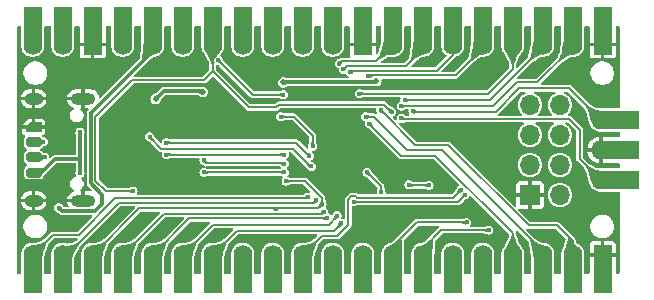
<source format=gbr>
%TF.GenerationSoftware,KiCad,Pcbnew,8.0.4*%
%TF.CreationDate,2024-08-30T02:08:09+05:30*%
%TF.ProjectId,Mitayi-Pico-RP2040,4d697461-7969-42d5-9069-636f2d525032,0.6*%
%TF.SameCoordinates,PX73df160PY5f2d3c0*%
%TF.FileFunction,Copper,L2,Bot*%
%TF.FilePolarity,Positive*%
%FSLAX46Y46*%
G04 Gerber Fmt 4.6, Leading zero omitted, Abs format (unit mm)*
G04 Created by KiCad (PCBNEW 8.0.4) date 2024-08-30 02:08:09*
%MOMM*%
%LPD*%
G01*
G04 APERTURE LIST*
G04 Aperture macros list*
%AMRoundRect*
0 Rectangle with rounded corners*
0 $1 Rounding radius*
0 $2 $3 $4 $5 $6 $7 $8 $9 X,Y pos of 4 corners*
0 Add a 4 corners polygon primitive as box body*
4,1,4,$2,$3,$4,$5,$6,$7,$8,$9,$2,$3,0*
0 Add four circle primitives for the rounded corners*
1,1,$1+$1,$2,$3*
1,1,$1+$1,$4,$5*
1,1,$1+$1,$6,$7*
1,1,$1+$1,$8,$9*
0 Add four rect primitives between the rounded corners*
20,1,$1+$1,$2,$3,$4,$5,0*
20,1,$1+$1,$4,$5,$6,$7,0*
20,1,$1+$1,$6,$7,$8,$9,0*
20,1,$1+$1,$8,$9,$2,$3,0*%
%AMOutline5P*
0 Free polygon, 5 corners , with rotation*
0 The origin of the aperture is its center*
0 number of corners: always 5*
0 $1 to $10 corner X, Y*
0 $11 Rotation angle, in degrees counterclockwise*
0 create outline with 5 corners*
4,1,5,$1,$2,$3,$4,$5,$6,$7,$8,$9,$10,$1,$2,$11*%
%AMOutline6P*
0 Free polygon, 6 corners , with rotation*
0 The origin of the aperture is its center*
0 number of corners: always 6*
0 $1 to $12 corner X, Y*
0 $13 Rotation angle, in degrees counterclockwise*
0 create outline with 6 corners*
4,1,6,$1,$2,$3,$4,$5,$6,$7,$8,$9,$10,$11,$12,$1,$2,$13*%
%AMOutline7P*
0 Free polygon, 7 corners , with rotation*
0 The origin of the aperture is its center*
0 number of corners: always 7*
0 $1 to $14 corner X, Y*
0 $15 Rotation angle, in degrees counterclockwise*
0 create outline with 7 corners*
4,1,7,$1,$2,$3,$4,$5,$6,$7,$8,$9,$10,$11,$12,$13,$14,$1,$2,$15*%
%AMOutline8P*
0 Free polygon, 8 corners , with rotation*
0 The origin of the aperture is its center*
0 number of corners: always 8*
0 $1 to $16 corner X, Y*
0 $17 Rotation angle, in degrees counterclockwise*
0 create outline with 8 corners*
4,1,8,$1,$2,$3,$4,$5,$6,$7,$8,$9,$10,$11,$12,$13,$14,$15,$16,$1,$2,$17*%
G04 Aperture macros list end*
%TA.AperFunction,ComponentPad*%
%ADD10C,0.600000*%
%TD*%
%TA.AperFunction,ComponentPad*%
%ADD11R,3.200000X1.600000*%
%TD*%
%TA.AperFunction,ComponentPad*%
%ADD12O,1.700000X1.600000*%
%TD*%
%TA.AperFunction,ComponentPad*%
%ADD13O,2.100000X1.000000*%
%TD*%
%TA.AperFunction,ComponentPad*%
%ADD14O,1.600000X1.000000*%
%TD*%
%TA.AperFunction,ComponentPad*%
%ADD15R,1.600000X3.200000*%
%TD*%
%TA.AperFunction,ComponentPad*%
%ADD16O,1.600000X1.700000*%
%TD*%
%TA.AperFunction,ComponentPad*%
%ADD17R,1.600000X1.700000*%
%TD*%
%TA.AperFunction,SMDPad,CuDef*%
%ADD18RoundRect,0.200000X-0.450000X0.200000X-0.450000X-0.200000X0.450000X-0.200000X0.450000X0.200000X0*%
%TD*%
%TA.AperFunction,ComponentPad*%
%ADD19R,1.700000X1.700000*%
%TD*%
%TA.AperFunction,ComponentPad*%
%ADD20O,1.700000X1.700000*%
%TD*%
%TA.AperFunction,SMDPad,CuDef*%
%ADD21Outline5P,-0.400000X0.650000X0.400000X0.650000X0.400000X-0.650000X-0.080000X-0.650000X-0.400000X-0.330000X270.000000*%
%TD*%
%TA.AperFunction,ViaPad*%
%ADD22C,0.400000*%
%TD*%
%TA.AperFunction,ViaPad*%
%ADD23C,0.508000*%
%TD*%
%TA.AperFunction,Conductor*%
%ADD24C,0.200000*%
%TD*%
%TA.AperFunction,Conductor*%
%ADD25C,0.300000*%
%TD*%
G04 APERTURE END LIST*
D10*
X26095000Y9545000D03*
X27370000Y9545000D03*
X28645000Y9545000D03*
X26095000Y10820000D03*
X27370000Y10820000D03*
X28645000Y10820000D03*
X26095000Y12095000D03*
X27370000Y12095000D03*
X28645000Y12095000D03*
D11*
X51010000Y7950000D03*
D12*
X49400000Y7950000D03*
D11*
X51010000Y10490000D03*
D12*
X49400000Y10490000D03*
D11*
X51010000Y13030000D03*
D12*
X49400000Y13030000D03*
D13*
X5560000Y14830000D03*
D14*
X1380000Y14830000D03*
D13*
X5560000Y6190000D03*
D14*
X1380000Y6190000D03*
D15*
X1300000Y-10000D03*
D16*
X1300000Y1600000D03*
D15*
X3840000Y-10000D03*
D16*
X3840000Y1600000D03*
D15*
X6380000Y-10000D03*
D16*
X6380000Y1600000D03*
D15*
X8920000Y-10000D03*
D16*
X8920000Y1600000D03*
D15*
X11460000Y-10000D03*
D16*
X11460000Y1600000D03*
D15*
X14000000Y-10000D03*
D16*
X14000000Y1600000D03*
D15*
X16540000Y-10000D03*
D16*
X16540000Y1600000D03*
D15*
X19080000Y-10000D03*
D16*
X19080000Y1600000D03*
D15*
X21620000Y-10000D03*
D16*
X21620000Y1600000D03*
D15*
X24160000Y-10000D03*
D16*
X24160000Y1600000D03*
D15*
X26700000Y-10000D03*
D16*
X26700000Y1600000D03*
D15*
X29240000Y-10000D03*
D16*
X29240000Y1600000D03*
D15*
X31780000Y-10000D03*
D16*
X31780000Y1600000D03*
D15*
X34320000Y-10000D03*
D16*
X34320000Y1600000D03*
D15*
X36860000Y-10000D03*
D16*
X36860000Y1600000D03*
D15*
X39400000Y-10000D03*
D16*
X39400000Y1600000D03*
D15*
X41940000Y-10000D03*
D16*
X41940000Y1600000D03*
D15*
X44480000Y-10000D03*
D16*
X44480000Y1600000D03*
D15*
X47020000Y-10000D03*
D16*
X47020000Y1600000D03*
D15*
X49560000Y-10000D03*
D17*
X49560000Y1600000D03*
D18*
X1375000Y9858334D03*
D19*
X43400000Y6675000D03*
D20*
X45940000Y6675000D03*
X43400000Y9215000D03*
X45940000Y9215000D03*
X43400000Y11755000D03*
X45940000Y11755000D03*
X43400000Y14295000D03*
X45940000Y14295000D03*
D15*
X1300000Y21010000D03*
D16*
X1300000Y19400000D03*
D15*
X3840000Y21010000D03*
D16*
X3840000Y19400000D03*
D15*
X6380000Y21010000D03*
D17*
X6380000Y19400000D03*
D15*
X8920000Y21010000D03*
D16*
X8920000Y19400000D03*
D15*
X11460000Y21010000D03*
D16*
X11460000Y19400000D03*
D15*
X14000000Y21010000D03*
D16*
X14000000Y19400000D03*
D15*
X16540000Y21010000D03*
D16*
X16540000Y19400000D03*
D15*
X19080000Y21010000D03*
D16*
X19080000Y19400000D03*
D15*
X21620000Y21010000D03*
D16*
X21620000Y19400000D03*
D15*
X24160000Y21010000D03*
D16*
X24160000Y19400000D03*
D15*
X26700000Y21010000D03*
D16*
X26700000Y19400000D03*
D15*
X29240000Y21010000D03*
D17*
X29240000Y19400000D03*
D15*
X31780000Y21010000D03*
D16*
X31780000Y19400000D03*
D15*
X34320000Y21010000D03*
D16*
X34320000Y19400000D03*
D15*
X36860000Y21010000D03*
D16*
X36860000Y19400000D03*
D15*
X39400000Y21010000D03*
D16*
X39400000Y19400000D03*
D15*
X41940000Y21010000D03*
D16*
X41940000Y19400000D03*
D15*
X44480000Y21010000D03*
D16*
X44480000Y19400000D03*
D15*
X47020000Y21010000D03*
D16*
X47020000Y19400000D03*
D15*
X49560000Y21010000D03*
D17*
X49560000Y19400000D03*
D18*
X1375000Y11141667D03*
X1375000Y8575000D03*
D21*
X1375000Y12425000D03*
D22*
X22300000Y13300000D03*
X25000000Y10800000D03*
X49200000Y15300000D03*
X24200000Y15700000D03*
X39300000Y9800000D03*
X10100000Y18600000D03*
X50100000Y5600000D03*
X12700000Y15000000D03*
X21900000Y14700000D03*
X41600000Y13900000D03*
X14700000Y14900000D03*
X23000000Y13800000D03*
X20100000Y17000000D03*
X40500000Y12400000D03*
X14400000Y11800000D03*
X17600000Y7100000D03*
X27900000Y18600000D03*
X13200000Y8200000D03*
X47100000Y13500000D03*
X44700000Y13700000D03*
X12700000Y4200000D03*
X35600000Y18500000D03*
X45700000Y2500000D03*
X21300000Y14700000D03*
X6500000Y3000000D03*
X33100000Y2600000D03*
X50100000Y15300000D03*
X35800000Y2600000D03*
X37700000Y16100000D03*
X33743750Y12156250D03*
X14700000Y13900000D03*
X45800000Y18900000D03*
X48500000Y11800000D03*
X10700000Y14800000D03*
X16600000Y3100000D03*
X14700000Y14400000D03*
X33000000Y18600000D03*
X12500000Y8200000D03*
X42900000Y2600000D03*
X38000000Y2600000D03*
X35600000Y8500000D03*
X18700000Y11800000D03*
X14700000Y13400000D03*
X30600000Y2600000D03*
X7700000Y18600000D03*
X13900000Y8200000D03*
X44675000Y10575000D03*
X49200000Y5600000D03*
X40700000Y18500000D03*
X48300000Y15300000D03*
X48300000Y5600000D03*
X14400000Y3100000D03*
X12000000Y11800000D03*
X12700000Y14500000D03*
X32300000Y7000000D03*
X48200000Y18300000D03*
X40700000Y2600000D03*
X24600000Y15300000D03*
X3500000Y5600000D03*
X29600000Y8600000D03*
D23*
X30400000Y16296500D03*
D22*
X30800000Y6900000D03*
D23*
X22500000Y16200000D03*
D22*
X5300000Y8500000D03*
X5300000Y12000000D03*
X9800000Y7000000D03*
X31682094Y13711781D03*
X2300000Y9900000D03*
X2200000Y11200000D03*
X24600000Y6500000D03*
X25300000Y6250000D03*
X21865002Y5530500D03*
X22759290Y7850000D03*
X25800000Y5900000D03*
X25939713Y5260287D03*
X26250000Y4750000D03*
X27070500Y4934529D03*
X27401576Y4297924D03*
X28469500Y6100000D03*
X37900000Y6700000D03*
X37546319Y7120551D03*
X38050000Y4350000D03*
X39900000Y3700000D03*
X33150000Y7550000D03*
X34850000Y7500000D03*
X29800000Y12700000D03*
X29500000Y13300000D03*
X30750000Y13869500D03*
X22513898Y15163000D03*
X17000000Y18100000D03*
X27250000Y17800000D03*
X27600000Y17300000D03*
X28200000Y17050500D03*
X29700000Y16719500D03*
X28967186Y15247114D03*
X32800000Y14700000D03*
X32500000Y14200000D03*
X32507101Y13185709D03*
X33500000Y13750500D03*
X15800000Y8600000D03*
X22600000Y8600000D03*
X22600000Y9300000D03*
X15800000Y9600500D03*
X24900000Y9100000D03*
X11200000Y11600000D03*
X24730312Y9986439D03*
X12600000Y11100000D03*
X22600000Y10100000D03*
X12600000Y10100000D03*
D23*
X15700000Y15400000D03*
X11700000Y14800000D03*
D24*
X25000000Y11700000D02*
X25000000Y10800000D01*
X22300000Y13300000D02*
X23400000Y13300000D01*
X23400000Y13300000D02*
X25000000Y11700000D01*
X30800000Y7400000D02*
X29600000Y8600000D01*
D25*
X3800000Y5300000D02*
X6600000Y5300000D01*
X22520000Y16220000D02*
X22500000Y16200000D01*
X6200000Y13600000D02*
X11460000Y18860000D01*
X30323500Y16220000D02*
X22520000Y16220000D01*
D24*
X30800000Y6900000D02*
X30800000Y7400000D01*
D25*
X6200000Y7700000D02*
X6200000Y13600000D01*
X7200000Y5900000D02*
X7200000Y6700000D01*
X7200000Y6700000D02*
X6200000Y7700000D01*
X6600000Y5300000D02*
X7200000Y5900000D01*
X3500000Y5600000D02*
X3800000Y5300000D01*
X11460000Y18860000D02*
X11460000Y19400000D01*
X30400000Y16296500D02*
X30323500Y16220000D01*
X2025000Y8575000D02*
X1375000Y8575000D01*
X5300000Y8500000D02*
X5300000Y9700000D01*
X3150000Y9700000D02*
X2025000Y8575000D01*
X5300000Y9700000D02*
X5300000Y9900000D01*
X5300000Y9900000D02*
X5300000Y12000000D01*
X5300000Y9700000D02*
X3150000Y9700000D01*
D24*
X9700000Y16400000D02*
X15800000Y16400000D01*
X9800000Y7000000D02*
X7500000Y7000000D01*
X22155897Y14319500D02*
X21936397Y14100000D01*
X6600000Y7900000D02*
X6600000Y13300000D01*
X31682094Y13711781D02*
X31074375Y14319500D01*
X7500000Y7000000D02*
X6600000Y7900000D01*
X15800000Y16400000D02*
X16540000Y17140000D01*
X31074375Y14319500D02*
X22155897Y14319500D01*
X16540000Y17140000D02*
X16540000Y19400000D01*
X6600000Y13300000D02*
X9700000Y16400000D01*
X21936397Y14100000D02*
X19580000Y14100000D01*
X19580000Y14100000D02*
X16540000Y17140000D01*
X2300000Y9900000D02*
X2258334Y9858334D01*
X2258334Y9858334D02*
X1375000Y9858334D01*
X2141667Y11141667D02*
X1375000Y11141667D01*
X2200000Y11200000D02*
X2141667Y11141667D01*
X3000000Y3300000D02*
X1300000Y1600000D01*
X24500000Y6400000D02*
X8300000Y6400000D01*
X8300000Y6400000D02*
X5200000Y3300000D01*
X5200000Y3300000D02*
X3000000Y3300000D01*
X24600000Y6500000D02*
X24500000Y6400000D01*
X8620500Y6020500D02*
X4200000Y1600000D01*
X25070500Y6020500D02*
X8620500Y6020500D01*
X4200000Y1600000D02*
X3840000Y1600000D01*
X25300000Y6250000D02*
X25070500Y6020500D01*
X10330000Y5550000D02*
X6380000Y1600000D01*
X22759290Y7850000D02*
X24336397Y7850000D01*
X24336397Y7850000D02*
X25800000Y6386397D01*
X25800000Y5900000D02*
X25450000Y5550000D01*
X25450000Y5550000D02*
X10330000Y5550000D01*
X25800000Y6386397D02*
X25800000Y5900000D01*
X25759926Y5080500D02*
X12400500Y5080500D01*
X25939713Y5260287D02*
X25759926Y5080500D01*
X12400500Y5080500D02*
X8920000Y1600000D01*
X14560000Y4700000D02*
X11460000Y1600000D01*
X26250000Y4750000D02*
X26200000Y4700000D01*
X26200000Y4700000D02*
X14560000Y4700000D01*
X16550000Y4150000D02*
X14000000Y1600000D01*
X27070500Y4934529D02*
X27070500Y4870500D01*
X26350000Y4150000D02*
X16550000Y4150000D01*
X27070500Y4870500D02*
X26350000Y4150000D01*
X26850000Y3650000D02*
X18590000Y3650000D01*
X27401576Y4297924D02*
X27401576Y4201576D01*
X27401576Y4201576D02*
X26850000Y3650000D01*
X18590000Y3650000D02*
X16540000Y1600000D01*
X37900000Y6700000D02*
X37300000Y6100000D01*
X37300000Y6100000D02*
X28469500Y6100000D01*
X36875768Y6450000D02*
X28755897Y6450000D01*
X28655897Y6550000D02*
X28283103Y6550000D01*
X25760000Y3200000D02*
X24160000Y1600000D01*
X27100000Y3200000D02*
X25760000Y3200000D01*
X37546319Y7120551D02*
X36875768Y6450000D01*
X28755897Y6450000D02*
X28655897Y6550000D01*
X28283103Y6550000D02*
X28019500Y6286397D01*
X28019500Y6286397D02*
X28019500Y4119500D01*
X28019500Y4119500D02*
X27100000Y3200000D01*
X31780000Y2330000D02*
X31780000Y1600000D01*
X33800000Y4350000D02*
X31780000Y2330000D01*
X38050000Y4350000D02*
X33800000Y4350000D01*
X34320000Y2120000D02*
X34320000Y1600000D01*
X39900000Y3700000D02*
X35900000Y3700000D01*
X35900000Y3700000D02*
X34320000Y2120000D01*
X33200000Y7500000D02*
X33150000Y7550000D01*
X34850000Y7500000D02*
X33200000Y7500000D01*
X35400000Y10000000D02*
X41940000Y3460000D01*
X32500000Y10000000D02*
X35400000Y10000000D01*
X41940000Y3460000D02*
X41940000Y1600000D01*
X29800000Y12700000D02*
X32500000Y10000000D01*
X30153553Y13300000D02*
X33003553Y10450000D01*
X29500000Y13300000D02*
X30153553Y13300000D01*
X44480000Y1910000D02*
X44480000Y1600000D01*
X35940000Y10450000D02*
X44480000Y1910000D01*
X33003553Y10450000D02*
X35940000Y10450000D01*
X45700000Y4100000D02*
X47020000Y2780000D01*
X30750000Y13869500D02*
X30750000Y13850000D01*
X47020000Y2780000D02*
X47020000Y1600000D01*
X36500000Y10900000D02*
X43300000Y4100000D01*
X33700000Y10900000D02*
X36500000Y10900000D01*
X30750000Y13850000D02*
X33700000Y10900000D01*
X43300000Y4100000D02*
X45700000Y4100000D01*
X22513898Y15163000D02*
X19937000Y15163000D01*
X19937000Y15163000D02*
X17000000Y18100000D01*
X27250000Y17800000D02*
X27450000Y18000000D01*
X27450000Y18000000D02*
X30380000Y18000000D01*
X30380000Y18000000D02*
X31780000Y19400000D01*
X34320000Y19020000D02*
X34320000Y19400000D01*
X27900000Y17600000D02*
X32900000Y17600000D01*
X32900000Y17600000D02*
X34320000Y19020000D01*
X27600000Y17300000D02*
X27900000Y17600000D01*
X28200000Y17050500D02*
X28349500Y17200000D01*
X35500000Y17200000D02*
X36860000Y18560000D01*
X36860000Y18560000D02*
X36860000Y19400000D01*
X28349500Y17200000D02*
X35500000Y17200000D01*
X37100000Y16800000D02*
X39400000Y19100000D01*
X29700000Y16719500D02*
X29780500Y16800000D01*
X29780500Y16800000D02*
X37100000Y16800000D01*
X39400000Y19100000D02*
X39400000Y19400000D01*
X28967186Y15247114D02*
X39847114Y15247114D01*
X41940000Y17340000D02*
X41940000Y19400000D01*
X39847114Y15247114D02*
X41940000Y17340000D01*
X44480000Y19180000D02*
X44480000Y19400000D01*
X32800000Y14700000D02*
X40000000Y14700000D01*
X40000000Y14700000D02*
X44480000Y19180000D01*
X44000000Y16200000D02*
X47020000Y19220000D01*
X40300000Y14200000D02*
X42300000Y16200000D01*
X47020000Y19220000D02*
X47020000Y19400000D01*
X32500000Y14200000D02*
X40300000Y14200000D01*
X42300000Y16200000D02*
X44000000Y16200000D01*
X47600000Y9750000D02*
X49400000Y7950000D01*
X32507101Y13185709D02*
X32592810Y13100000D01*
X47600000Y12200000D02*
X47600000Y9750000D01*
X32592810Y13100000D02*
X46700000Y13100000D01*
X46700000Y13100000D02*
X47600000Y12200000D01*
X33500000Y13750500D02*
X33550500Y13700000D01*
X42500000Y15700000D02*
X46730000Y15700000D01*
X40500000Y13700000D02*
X42500000Y15700000D01*
X46730000Y15700000D02*
X49400000Y13030000D01*
X33550500Y13700000D02*
X40500000Y13700000D01*
X22596800Y8603200D02*
X15803200Y8603200D01*
X15803200Y8603200D02*
X15800000Y8600000D01*
X22600000Y8600000D02*
X22596800Y8603200D01*
X22600000Y9300000D02*
X22500000Y9400000D01*
X22500000Y9400000D02*
X16000500Y9400000D01*
X16000500Y9400000D02*
X15800000Y9600500D01*
X24800000Y9100000D02*
X23300000Y10600000D01*
X24900000Y9100000D02*
X24800000Y9100000D01*
X12200000Y10600000D02*
X11200000Y11600000D01*
X23300000Y10600000D02*
X12200000Y10600000D01*
X23600000Y11100000D02*
X24713561Y9986439D01*
X24713561Y9986439D02*
X24730312Y9986439D01*
X12600000Y11100000D02*
X23600000Y11100000D01*
X12600000Y10100000D02*
X22600000Y10100000D01*
D25*
X11700000Y14800000D02*
X12400000Y15500000D01*
X12400000Y15500000D02*
X15600000Y15500000D01*
X15600000Y15500000D02*
X15700000Y15400000D01*
%TA.AperFunction,Conductor*%
G36*
X287708Y20979178D02*
G01*
X318148Y20926455D01*
X319500Y20911000D01*
X319500Y19253425D01*
X357180Y19064000D01*
X357181Y19063994D01*
X430877Y18886077D01*
X431092Y18885559D01*
X538396Y18724968D01*
X674968Y18588396D01*
X835559Y18481092D01*
X889476Y18458759D01*
X1013993Y18407182D01*
X1013994Y18407182D01*
X1013999Y18407180D01*
X1203429Y18369500D01*
X1203433Y18369500D01*
X1396567Y18369500D01*
X1396571Y18369500D01*
X1586001Y18407180D01*
X1590142Y18408895D01*
X1620143Y18421322D01*
X1764441Y18481092D01*
X1925032Y18588396D01*
X2061604Y18724968D01*
X2168908Y18885559D01*
X2242820Y19063999D01*
X2280500Y19253429D01*
X2280500Y19546571D01*
X2280500Y19564271D01*
X2280499Y19564277D01*
X2280499Y20911000D01*
X2301321Y20968208D01*
X2354044Y20998648D01*
X2369499Y21000000D01*
X2770500Y21000000D01*
X2827708Y20979178D01*
X2858148Y20926455D01*
X2859500Y20911000D01*
X2859500Y19253425D01*
X2897180Y19064000D01*
X2897181Y19063994D01*
X2970877Y18886077D01*
X2971092Y18885559D01*
X3078396Y18724968D01*
X3214968Y18588396D01*
X3375559Y18481092D01*
X3429476Y18458759D01*
X3553993Y18407182D01*
X3553994Y18407182D01*
X3553999Y18407180D01*
X3743429Y18369500D01*
X3743433Y18369500D01*
X3936567Y18369500D01*
X3936571Y18369500D01*
X4126001Y18407180D01*
X4130142Y18408895D01*
X4160143Y18421322D01*
X4304441Y18481092D01*
X4465032Y18588396D01*
X4601604Y18724968D01*
X4708908Y18885559D01*
X4782820Y19063999D01*
X4820500Y19253429D01*
X4820500Y19546571D01*
X4820500Y19564271D01*
X4820499Y19564277D01*
X4820499Y20911000D01*
X4841321Y20968208D01*
X4894044Y20998648D01*
X4909499Y21000000D01*
X5191001Y21000000D01*
X5248209Y20979178D01*
X5278649Y20926455D01*
X5280001Y20911000D01*
X5280000Y20294800D01*
X5280000Y19550001D01*
X5280001Y19550000D01*
X5902555Y19550000D01*
X5880000Y19465826D01*
X5880000Y19334174D01*
X5902555Y19250000D01*
X5280002Y19250000D01*
X5280001Y19249999D01*
X5280001Y18505217D01*
X5282910Y18480125D01*
X5282911Y18480122D01*
X5328211Y18377525D01*
X5407523Y18298213D01*
X5510127Y18252910D01*
X5510125Y18252910D01*
X5535207Y18250001D01*
X6229998Y18250001D01*
X6230000Y18250002D01*
X6230000Y18922555D01*
X6314174Y18900000D01*
X6445826Y18900000D01*
X6530000Y18922555D01*
X6530000Y18250002D01*
X6530001Y18250001D01*
X7224784Y18250001D01*
X7249875Y18252911D01*
X7249878Y18252912D01*
X7352475Y18298212D01*
X7431787Y18377524D01*
X7477090Y18480127D01*
X7480000Y18505208D01*
X7480000Y19249999D01*
X7479999Y19250000D01*
X6857445Y19250000D01*
X6880000Y19334174D01*
X6880000Y19465826D01*
X6857445Y19550000D01*
X7479999Y19550000D01*
X7480000Y19550001D01*
X7480000Y20911000D01*
X7500822Y20968208D01*
X7553545Y20998648D01*
X7569000Y21000000D01*
X7850500Y21000000D01*
X7907708Y20979178D01*
X7938148Y20926455D01*
X7939500Y20911000D01*
X7939500Y19253425D01*
X7977180Y19064000D01*
X7977181Y19063994D01*
X8050877Y18886077D01*
X8051092Y18885559D01*
X8158396Y18724968D01*
X8294968Y18588396D01*
X8455559Y18481092D01*
X8509476Y18458759D01*
X8633993Y18407182D01*
X8633994Y18407182D01*
X8633999Y18407180D01*
X8823429Y18369500D01*
X8823433Y18369500D01*
X9016567Y18369500D01*
X9016571Y18369500D01*
X9206001Y18407180D01*
X9210142Y18408895D01*
X9240143Y18421322D01*
X9384441Y18481092D01*
X9545032Y18588396D01*
X9681604Y18724968D01*
X9788908Y18885559D01*
X9862820Y19063999D01*
X9900500Y19253429D01*
X9900500Y19546571D01*
X9900500Y19564271D01*
X9900499Y19564277D01*
X9900499Y20911000D01*
X9921321Y20968208D01*
X9974044Y20998648D01*
X9989499Y21000000D01*
X10390500Y21000000D01*
X10447708Y20979178D01*
X10478148Y20926455D01*
X10479500Y20911000D01*
X10479500Y19483370D01*
X10476301Y19459726D01*
X10474149Y19451916D01*
X10474148Y19451912D01*
X10471851Y19420319D01*
X10471340Y19413277D01*
X10471145Y19410600D01*
X10459310Y19247823D01*
X10459273Y19247337D01*
X10443681Y19048000D01*
X10443635Y19047435D01*
X10428082Y18863644D01*
X10428023Y18862980D01*
X10417780Y18751852D01*
X10413172Y18701864D01*
X10412494Y18694517D01*
X10412418Y18693741D01*
X10396976Y18541200D01*
X10396874Y18540238D01*
X10381520Y18403425D01*
X10381378Y18402231D01*
X10366163Y18281405D01*
X10365961Y18279911D01*
X10362375Y18254906D01*
X10337209Y18204608D01*
X7049537Y14916937D01*
X6994362Y14891209D01*
X6935557Y14906965D01*
X6900638Y14956835D01*
X6899315Y14962508D01*
X6879257Y15063348D01*
X6879256Y15063351D01*
X6818952Y15208939D01*
X6818950Y15208942D01*
X6731402Y15339968D01*
X6619967Y15451403D01*
X6488941Y15538951D01*
X6488938Y15538953D01*
X6343350Y15599257D01*
X6343348Y15599258D01*
X6188797Y15630000D01*
X5710001Y15630000D01*
X5710000Y15629999D01*
X5710000Y15130000D01*
X5410000Y15130000D01*
X5410000Y15629999D01*
X5409999Y15630000D01*
X4931202Y15630000D01*
X4776651Y15599258D01*
X4776649Y15599257D01*
X4631061Y15538953D01*
X4631058Y15538951D01*
X4500032Y15451403D01*
X4388597Y15339968D01*
X4301049Y15208942D01*
X4301047Y15208938D01*
X4240744Y15063357D01*
X4240743Y15063351D01*
X4224163Y14980001D01*
X4224164Y14980000D01*
X4750192Y14980000D01*
X4730444Y14945796D01*
X4710000Y14869496D01*
X4710000Y14790504D01*
X4730444Y14714204D01*
X4750192Y14680000D01*
X4224164Y14680000D01*
X4240743Y14596650D01*
X4240744Y14596644D01*
X4301047Y14451063D01*
X4301049Y14451059D01*
X4388597Y14320033D01*
X4500032Y14208598D01*
X4631058Y14121050D01*
X4631065Y14121046D01*
X4753609Y14070287D01*
X4798495Y14029158D01*
X4806441Y13968799D01*
X4773731Y13917454D01*
X4764051Y13910986D01*
X4676639Y13860519D01*
X4569481Y13753361D01*
X4493720Y13622138D01*
X4493719Y13622136D01*
X4483951Y13585681D01*
X4454500Y13475766D01*
X4454500Y13324234D01*
X4491616Y13185712D01*
X4493719Y13177865D01*
X4493720Y13177863D01*
X4569481Y13046640D01*
X4569483Y13046638D01*
X4569485Y13046635D01*
X4676635Y12939485D01*
X4676637Y12939484D01*
X4676639Y12939482D01*
X4753900Y12894876D01*
X4807865Y12863719D01*
X4954234Y12824500D01*
X4954236Y12824500D01*
X5105764Y12824500D01*
X5105766Y12824500D01*
X5252135Y12863719D01*
X5373193Y12933612D01*
X5383360Y12939482D01*
X5383360Y12939483D01*
X5383365Y12939485D01*
X5490515Y13046635D01*
X5566281Y13177865D01*
X5605500Y13324234D01*
X5605500Y13475766D01*
X5566281Y13622135D01*
X5540730Y13666390D01*
X5490518Y13753361D01*
X5490516Y13753363D01*
X5490515Y13753365D01*
X5383365Y13860515D01*
X5383362Y13860517D01*
X5377461Y13863924D01*
X5338329Y13910561D01*
X5338330Y13971441D01*
X5377463Y14018077D01*
X5405620Y14025622D01*
X5410000Y14030001D01*
X5410000Y14530000D01*
X5710000Y14530000D01*
X5710000Y14030001D01*
X5710001Y14030000D01*
X5947736Y14030000D01*
X6004944Y14009178D01*
X6035384Y13956455D01*
X6024812Y13896500D01*
X6010672Y13878072D01*
X5997068Y13864467D01*
X5997068Y13864466D01*
X5997067Y13864467D01*
X5935533Y13802932D01*
X5892023Y13727568D01*
X5869500Y13643511D01*
X5869500Y7743511D01*
X5869500Y7656489D01*
X5892023Y7572432D01*
X5911710Y7538332D01*
X5935531Y7497072D01*
X5935532Y7497071D01*
X5935534Y7497068D01*
X6298162Y7134440D01*
X6323890Y7079265D01*
X6308134Y7020460D01*
X6258264Y6985541D01*
X6217868Y6984218D01*
X6188802Y6989999D01*
X6188789Y6990000D01*
X5710001Y6990000D01*
X5710000Y6989999D01*
X5710000Y6490000D01*
X5410000Y6490000D01*
X5410000Y6989999D01*
X5403153Y6996846D01*
X5364754Y7010822D01*
X5334314Y7063545D01*
X5344886Y7123500D01*
X5377461Y7156076D01*
X5379214Y7157089D01*
X5383365Y7159485D01*
X5490515Y7266635D01*
X5566281Y7397865D01*
X5605500Y7544234D01*
X5605500Y7695766D01*
X5566281Y7842135D01*
X5545101Y7878820D01*
X5490518Y7973361D01*
X5490516Y7973363D01*
X5490515Y7973365D01*
X5446851Y8017029D01*
X5421124Y8072203D01*
X5436880Y8131008D01*
X5469374Y8159256D01*
X5526440Y8188332D01*
X5611668Y8273560D01*
X5666388Y8380953D01*
X5682520Y8482807D01*
X5685243Y8499999D01*
X5685243Y8507008D01*
X5685325Y8507008D01*
X5684903Y8516271D01*
X5685015Y8517974D01*
X5685017Y8517980D01*
X5683950Y8551139D01*
X5683269Y8572324D01*
X5682906Y8579393D01*
X5682846Y8580241D01*
X5682845Y8580256D01*
X5682228Y8587171D01*
X5676660Y8638677D01*
X5676657Y8638703D01*
X5676656Y8638713D01*
X5675746Y8645826D01*
X5675729Y8645939D01*
X5675613Y8646730D01*
X5674440Y8653745D01*
X5671037Y8671931D01*
X5666581Y8695756D01*
X5666571Y8695805D01*
X5665663Y8700346D01*
X5665565Y8700804D01*
X5665544Y8700905D01*
X5664422Y8705841D01*
X5655317Y8743543D01*
X5655314Y8743557D01*
X5647807Y8774635D01*
X5646844Y8779134D01*
X5642095Y8804516D01*
X5641096Y8811292D01*
X5637684Y8842852D01*
X5637217Y8849534D01*
X5635768Y8894636D01*
X5635766Y8894643D01*
X5632654Y8908532D01*
X5630500Y8927994D01*
X5630500Y11572499D01*
X5632813Y11592657D01*
X5634520Y11599998D01*
X5635768Y11605364D01*
X5637217Y11650473D01*
X5637684Y11657153D01*
X5641098Y11688734D01*
X5642095Y11695490D01*
X5646835Y11720820D01*
X5647803Y11725341D01*
X5655317Y11756456D01*
X5664426Y11794176D01*
X5665523Y11798999D01*
X5665650Y11799594D01*
X5666573Y11804205D01*
X5674440Y11846257D01*
X5675613Y11853272D01*
X5675745Y11854166D01*
X5676166Y11857461D01*
X5676656Y11861290D01*
X5677839Y11872231D01*
X5682228Y11912831D01*
X5682845Y11919746D01*
X5682907Y11920627D01*
X5683268Y11927664D01*
X5683269Y11927682D01*
X5683463Y11933745D01*
X5685017Y11982021D01*
X5685061Y11983744D01*
X5685080Y11984479D01*
X5685172Y11989331D01*
X5685419Y11989327D01*
X5685556Y11992993D01*
X5685243Y11992993D01*
X5685243Y12000003D01*
X5666389Y12119042D01*
X5666388Y12119044D01*
X5666388Y12119047D01*
X5611668Y12226440D01*
X5526440Y12311668D01*
X5526437Y12311670D01*
X5419047Y12366388D01*
X5419041Y12366390D01*
X5300002Y12385243D01*
X5299998Y12385243D01*
X5180958Y12366390D01*
X5180952Y12366388D01*
X5073562Y12311670D01*
X4988330Y12226438D01*
X4933612Y12119048D01*
X4933610Y12119042D01*
X4914757Y12000005D01*
X4914757Y11993000D01*
X4914676Y11993000D01*
X4915096Y11983762D01*
X4914981Y11982028D01*
X4916729Y11927674D01*
X4917096Y11920533D01*
X4917155Y11919692D01*
X4917763Y11912894D01*
X4917767Y11912857D01*
X4923337Y11861327D01*
X4923341Y11861293D01*
X4923342Y11861287D01*
X4924251Y11854177D01*
X4924253Y11854166D01*
X4924385Y11853272D01*
X4924510Y11852525D01*
X4925556Y11846264D01*
X4933428Y11804189D01*
X4934280Y11799918D01*
X4934408Y11799310D01*
X4934410Y11799303D01*
X4935570Y11794186D01*
X4935576Y11794161D01*
X4943444Y11761586D01*
X4943445Y11761582D01*
X4952183Y11725399D01*
X4953152Y11720873D01*
X4954926Y11711391D01*
X4957901Y11695490D01*
X4958902Y11688693D01*
X4962310Y11657176D01*
X4962780Y11650471D01*
X4964086Y11609881D01*
X4964232Y11605361D01*
X4964233Y11605347D01*
X4967345Y11591465D01*
X4969500Y11572000D01*
X4969500Y10119500D01*
X4948678Y10062292D01*
X4895955Y10031852D01*
X4880500Y10030500D01*
X3193511Y10030500D01*
X3106489Y10030500D01*
X3063727Y10019042D01*
X3022430Y10007977D01*
X3022428Y10007976D01*
X2947070Y9964469D01*
X2835739Y9853138D01*
X2780563Y9827410D01*
X2721758Y9843167D01*
X2686840Y9893036D01*
X2684903Y9902149D01*
X2666389Y10019042D01*
X2666388Y10019044D01*
X2666388Y10019047D01*
X2611668Y10126440D01*
X2526440Y10211668D01*
X2526437Y10211670D01*
X2419047Y10266388D01*
X2419041Y10266390D01*
X2300002Y10285243D01*
X2299996Y10285243D01*
X2204839Y10270173D01*
X2145078Y10281790D01*
X2122642Y10301840D01*
X2122417Y10301636D01*
X2120505Y10303750D01*
X2120244Y10303983D01*
X2119971Y10304340D01*
X2075785Y10345792D01*
X2075783Y10345793D01*
X2074659Y10346848D01*
X2072620Y10348823D01*
X2049158Y10372284D01*
X2049157Y10372285D01*
X2028929Y10382174D01*
X1951463Y10420045D01*
X1909214Y10463876D01*
X1905023Y10524611D01*
X1940853Y10573831D01*
X1951454Y10579953D01*
X2049157Y10627716D01*
X2138951Y10717510D01*
X2153572Y10747420D01*
X2160640Y10759399D01*
X2177710Y10783750D01*
X2227599Y10818641D01*
X2236646Y10820562D01*
X2319047Y10833612D01*
X2426440Y10888332D01*
X2511668Y10973560D01*
X2566388Y11080953D01*
X2569405Y11100000D01*
X2585243Y11199998D01*
X2585243Y11200003D01*
X2566389Y11319042D01*
X2566388Y11319044D01*
X2566388Y11319047D01*
X2511668Y11426440D01*
X2426440Y11511668D01*
X2426437Y11511670D01*
X2319047Y11566388D01*
X2319041Y11566390D01*
X2200002Y11585243D01*
X2193672Y11585243D01*
X2136464Y11606065D01*
X2106024Y11658788D01*
X2116596Y11718743D01*
X2157724Y11755660D01*
X2197475Y11773212D01*
X2276787Y11852524D01*
X2322090Y11955127D01*
X2325000Y11980208D01*
X2325000Y12274999D01*
X2324999Y12275000D01*
X425000Y12275000D01*
X425000Y11980216D01*
X427910Y11955125D01*
X427911Y11955122D01*
X473211Y11852525D01*
X552524Y11773212D01*
X618133Y11744243D01*
X662057Y11702088D01*
X668607Y11641562D01*
X645118Y11599894D01*
X611047Y11565823D01*
X555275Y11451739D01*
X555274Y11451735D01*
X544500Y11377781D01*
X544500Y10905554D01*
X555274Y10831600D01*
X555275Y10831596D01*
X611047Y10717513D01*
X611048Y10717512D01*
X611049Y10717510D01*
X700843Y10627716D01*
X700845Y10627715D01*
X700844Y10627715D01*
X725301Y10615759D01*
X798534Y10579958D01*
X840785Y10536126D01*
X844976Y10475391D01*
X809147Y10426171D01*
X798535Y10420044D01*
X700844Y10372286D01*
X611047Y10282489D01*
X555275Y10168406D01*
X555274Y10168402D01*
X544500Y10094448D01*
X544500Y9622221D01*
X555274Y9548267D01*
X555275Y9548263D01*
X611047Y9434180D01*
X611048Y9434179D01*
X611049Y9434177D01*
X700843Y9344383D01*
X798536Y9296624D01*
X840786Y9252792D01*
X844977Y9192057D01*
X809147Y9142837D01*
X798540Y9136713D01*
X770587Y9123047D01*
X700844Y9088952D01*
X611047Y8999155D01*
X555275Y8885072D01*
X555274Y8885068D01*
X544500Y8811114D01*
X544500Y8338887D01*
X555274Y8264933D01*
X555275Y8264929D01*
X611047Y8150846D01*
X611048Y8150845D01*
X611049Y8150843D01*
X700843Y8061049D01*
X700845Y8061048D01*
X700844Y8061048D01*
X814928Y8005276D01*
X814932Y8005275D01*
X851909Y7999888D01*
X888890Y7994500D01*
X888896Y7994500D01*
X1861104Y7994500D01*
X1861110Y7994500D01*
X1911002Y8001770D01*
X1935067Y8005275D01*
X1935069Y8005276D01*
X1935072Y8005276D01*
X2049157Y8061049D01*
X2138951Y8150843D01*
X2194724Y8264928D01*
X2194724Y8264930D01*
X2197760Y8271139D01*
X2198924Y8270570D01*
X2223840Y8306374D01*
X2223806Y8306408D01*
X2223997Y8306600D01*
X2225366Y8308566D01*
X2227924Y8310530D01*
X2227932Y8310534D01*
X2512096Y8594700D01*
X2517971Y8600069D01*
X2526894Y8607521D01*
X2526895Y8607523D01*
X2526898Y8607525D01*
X2527378Y8608203D01*
X2537027Y8619631D01*
X3260831Y9343433D01*
X3316006Y9369161D01*
X3323763Y9369500D01*
X4880500Y9369500D01*
X4937708Y9348678D01*
X4968148Y9295955D01*
X4969500Y9280500D01*
X4969500Y8927509D01*
X4967187Y8907350D01*
X4964431Y8895497D01*
X4964232Y8894643D01*
X4964109Y8890836D01*
X4962780Y8849550D01*
X4962310Y8842849D01*
X4958898Y8811287D01*
X4957897Y8804493D01*
X4953154Y8779134D01*
X4952185Y8774610D01*
X4944687Y8743562D01*
X4944686Y8743558D01*
X4935573Y8705834D01*
X4934434Y8700814D01*
X4934307Y8700219D01*
X4933425Y8695805D01*
X4925560Y8653763D01*
X4924388Y8646761D01*
X4924267Y8645939D01*
X4924262Y8645906D01*
X4924261Y8645894D01*
X4923980Y8643702D01*
X4923340Y8638703D01*
X4917762Y8587103D01*
X4917163Y8580395D01*
X4917160Y8580361D01*
X4917101Y8579531D01*
X4916877Y8575195D01*
X4916729Y8572329D01*
X4914980Y8517932D01*
X4914918Y8515515D01*
X4914827Y8510671D01*
X4914582Y8510676D01*
X4914447Y8507001D01*
X4914757Y8507001D01*
X4914757Y8499996D01*
X4933610Y8380959D01*
X4933612Y8380953D01*
X4969335Y8310843D01*
X4976755Y8250418D01*
X4943598Y8199360D01*
X4913071Y8184471D01*
X4807869Y8156283D01*
X4807862Y8156280D01*
X4676639Y8080519D01*
X4569481Y7973361D01*
X4493720Y7842138D01*
X4493719Y7842136D01*
X4482749Y7801193D01*
X4454500Y7695766D01*
X4454500Y7544234D01*
X4470744Y7483611D01*
X4493719Y7397865D01*
X4493720Y7397863D01*
X4569481Y7266640D01*
X4569483Y7266638D01*
X4569485Y7266635D01*
X4676635Y7159485D01*
X4676637Y7159484D01*
X4676639Y7159482D01*
X4764051Y7109015D01*
X4803184Y7062379D01*
X4803184Y7001499D01*
X4764051Y6954863D01*
X4753610Y6949714D01*
X4631062Y6898953D01*
X4631058Y6898951D01*
X4500032Y6811403D01*
X4388597Y6699968D01*
X4301049Y6568942D01*
X4301047Y6568938D01*
X4240744Y6423357D01*
X4240743Y6423351D01*
X4224163Y6340001D01*
X4224164Y6340000D01*
X4750192Y6340000D01*
X4730444Y6305796D01*
X4710000Y6229496D01*
X4710000Y6150504D01*
X4730444Y6074204D01*
X4750192Y6040000D01*
X4224164Y6040000D01*
X4240743Y5956650D01*
X4240744Y5956644D01*
X4301047Y5811063D01*
X4301049Y5811059D01*
X4329188Y5768946D01*
X4343658Y5709811D01*
X4316732Y5655210D01*
X4261008Y5630691D01*
X4255187Y5630500D01*
X4003030Y5630500D01*
X3945822Y5651322D01*
X3927082Y5673102D01*
X3923459Y5679032D01*
X3922847Y5680033D01*
X3903229Y5712145D01*
X3900717Y5716142D01*
X3900403Y5716628D01*
X3898792Y5719048D01*
X3897667Y5720739D01*
X3878891Y5748157D01*
X3873463Y5756084D01*
X3872926Y5756835D01*
X3869198Y5762056D01*
X3869173Y5762090D01*
X3869157Y5762112D01*
X3868697Y5762730D01*
X3864427Y5768245D01*
X3862991Y5770029D01*
X3831911Y5808642D01*
X3827518Y5813899D01*
X3826941Y5814564D01*
X3822147Y5819878D01*
X3784942Y5859556D01*
X3783008Y5861588D01*
X3782806Y5861797D01*
X3769061Y5871202D01*
X3756396Y5881712D01*
X3726440Y5911668D01*
X3726437Y5911670D01*
X3619047Y5966388D01*
X3619041Y5966390D01*
X3500002Y5985243D01*
X3499998Y5985243D01*
X3380958Y5966390D01*
X3380952Y5966388D01*
X3273562Y5911670D01*
X3188330Y5826438D01*
X3133612Y5719048D01*
X3133610Y5719042D01*
X3114757Y5600003D01*
X3114757Y5599998D01*
X3133610Y5480959D01*
X3133612Y5480953D01*
X3188332Y5373560D01*
X3219202Y5342689D01*
X3228643Y5331555D01*
X3240462Y5315041D01*
X3240466Y5315036D01*
X3264189Y5292792D01*
X3277943Y5279896D01*
X3277950Y5279890D01*
X3280129Y5277847D01*
X3285436Y5273059D01*
X3286101Y5272482D01*
X3291358Y5268089D01*
X3321990Y5243433D01*
X3331755Y5235573D01*
X3337255Y5231314D01*
X3337888Y5230843D01*
X3337910Y5230827D01*
X3337944Y5230802D01*
X3343912Y5226540D01*
X3379261Y5202333D01*
X3383363Y5199603D01*
X3383741Y5199359D01*
X3383867Y5199277D01*
X3386858Y5197398D01*
X3387858Y5196769D01*
X3420968Y5176541D01*
X3420969Y5176540D01*
X3442985Y5163090D01*
X3448228Y5159887D01*
X3452117Y5157370D01*
X3473407Y5142790D01*
X3478925Y5138690D01*
X3503648Y5118790D01*
X3508718Y5114383D01*
X3541626Y5083526D01*
X3553651Y5075904D01*
X3568935Y5063666D01*
X3597068Y5035534D01*
X3672432Y4992023D01*
X3756489Y4969500D01*
X3843511Y4969500D01*
X6257948Y4969500D01*
X6315156Y4948678D01*
X6345596Y4895955D01*
X6335024Y4836000D01*
X6320881Y4817567D01*
X5109881Y3606567D01*
X5054705Y3580839D01*
X5046948Y3580500D01*
X3036929Y3580500D01*
X2963071Y3580500D01*
X2917422Y3568268D01*
X2907453Y3565597D01*
X2891732Y3561385D01*
X2891730Y3561384D01*
X2827769Y3524457D01*
X2775543Y3472232D01*
X2775544Y3472231D01*
X2775542Y3472229D01*
X2775541Y3472229D01*
X2283902Y2980591D01*
X2268584Y2969343D01*
X2269014Y2968686D01*
X2127710Y2876338D01*
X2122234Y2873034D01*
X1986381Y2797582D01*
X1980177Y2794447D01*
X1846580Y2733362D01*
X1839649Y2730539D01*
X1708242Y2683353D01*
X1700636Y2681000D01*
X1571143Y2647209D01*
X1562970Y2645481D01*
X1445921Y2626428D01*
X1414262Y2626982D01*
X1396573Y2630500D01*
X1396571Y2630500D01*
X1203429Y2630500D01*
X1203425Y2630500D01*
X1203422Y2630499D01*
X1152503Y2620371D01*
X1143182Y2619098D01*
X1143188Y2619046D01*
X1132313Y2617939D01*
X1129437Y2616882D01*
X1116109Y2613132D01*
X1014000Y2592821D01*
X835562Y2518910D01*
X835559Y2518908D01*
X674970Y2411606D01*
X538394Y2275030D01*
X431092Y2114441D01*
X431090Y2114438D01*
X357181Y1936007D01*
X357180Y1936001D01*
X319500Y1746576D01*
X319500Y89000D01*
X298678Y31792D01*
X245955Y1352D01*
X230500Y0D01*
X89000Y0D01*
X31792Y20822D01*
X1352Y73545D01*
X0Y89000D01*
X0Y4098546D01*
X509500Y4098546D01*
X509500Y3901455D01*
X547948Y3708166D01*
X547950Y3708159D01*
X608747Y3561384D01*
X623368Y3526086D01*
X732861Y3362218D01*
X872218Y3222861D01*
X1036086Y3113368D01*
X1052457Y3106587D01*
X1218158Y3037951D01*
X1218165Y3037949D01*
X1411459Y2999500D01*
X1411463Y2999500D01*
X1608537Y2999500D01*
X1608541Y2999500D01*
X1801835Y3037949D01*
X1801837Y3037950D01*
X1801841Y3037951D01*
X1879199Y3069995D01*
X1983914Y3113368D01*
X2147782Y3222861D01*
X2287139Y3362218D01*
X2396632Y3526086D01*
X2452913Y3661962D01*
X2472049Y3708159D01*
X2472051Y3708166D01*
X2477588Y3736000D01*
X2510500Y3901459D01*
X2510500Y4098541D01*
X2472051Y4291835D01*
X2472049Y4291842D01*
X2398648Y4469047D01*
X2396632Y4473914D01*
X2287139Y4637782D01*
X2147782Y4777139D01*
X1983914Y4886632D01*
X1983911Y4886634D01*
X1983910Y4886634D01*
X1801841Y4962050D01*
X1801834Y4962052D01*
X1608545Y5000500D01*
X1608541Y5000500D01*
X1411459Y5000500D01*
X1411454Y5000500D01*
X1218165Y4962052D01*
X1218158Y4962050D01*
X1036089Y4886634D01*
X1036086Y4886632D01*
X872220Y4777141D01*
X732859Y4637780D01*
X623368Y4473914D01*
X623366Y4473911D01*
X547950Y4291842D01*
X547948Y4291835D01*
X509500Y4098546D01*
X0Y4098546D01*
X0Y6340001D01*
X294163Y6340001D01*
X294164Y6340000D01*
X820192Y6340000D01*
X800444Y6305796D01*
X780000Y6229496D01*
X780000Y6150504D01*
X800444Y6074204D01*
X820192Y6040000D01*
X294164Y6040000D01*
X310743Y5956650D01*
X310744Y5956644D01*
X371047Y5811063D01*
X371049Y5811059D01*
X458597Y5680033D01*
X570032Y5568598D01*
X701058Y5481050D01*
X701061Y5481048D01*
X846649Y5420744D01*
X846651Y5420743D01*
X1001202Y5390001D01*
X1001211Y5390000D01*
X1229999Y5390000D01*
X1230000Y5390001D01*
X1230000Y5890000D01*
X1530000Y5890000D01*
X1530000Y5390001D01*
X1530001Y5390000D01*
X1758789Y5390000D01*
X1758797Y5390001D01*
X1913348Y5420743D01*
X1913350Y5420744D01*
X2058938Y5481048D01*
X2058941Y5481050D01*
X2189967Y5568598D01*
X2301402Y5680033D01*
X2388950Y5811059D01*
X2388952Y5811063D01*
X2449255Y5956644D01*
X2449256Y5956650D01*
X2465836Y6040000D01*
X1939808Y6040000D01*
X1959556Y6074204D01*
X1980000Y6150504D01*
X1980000Y6229496D01*
X1959556Y6305796D01*
X1939808Y6340000D01*
X2465836Y6340000D01*
X2465836Y6340001D01*
X2449256Y6423351D01*
X2449255Y6423357D01*
X2388952Y6568938D01*
X2388950Y6568942D01*
X2301402Y6699968D01*
X2189967Y6811403D01*
X2058941Y6898951D01*
X2058938Y6898953D01*
X1913350Y6959257D01*
X1913348Y6959258D01*
X1758797Y6990000D01*
X1530001Y6990000D01*
X1530000Y6989999D01*
X1530000Y6490000D01*
X1230000Y6490000D01*
X1230000Y6989999D01*
X1229999Y6990000D01*
X1001202Y6990000D01*
X846651Y6959258D01*
X846649Y6959257D01*
X701061Y6898953D01*
X701058Y6898951D01*
X570032Y6811403D01*
X458597Y6699968D01*
X371049Y6568942D01*
X371047Y6568938D01*
X310744Y6423357D01*
X310743Y6423351D01*
X294163Y6340001D01*
X0Y6340001D01*
X0Y12575000D01*
X429276Y12575000D01*
X1224999Y12575000D01*
X1225000Y12575001D01*
X1225000Y13124999D01*
X1525000Y13124999D01*
X1525000Y12575001D01*
X1525001Y12575000D01*
X2324998Y12575000D01*
X2324999Y12575001D01*
X2324999Y12869784D01*
X2322089Y12894876D01*
X2322088Y12894879D01*
X2276788Y12997476D01*
X2197476Y13076788D01*
X2094872Y13122091D01*
X2094874Y13122091D01*
X2069793Y13125000D01*
X1525001Y13125000D01*
X1525000Y13124999D01*
X1225000Y13124999D01*
X1224999Y13125000D01*
X995180Y13125000D01*
X982007Y13123625D01*
X878384Y13080704D01*
X878382Y13080703D01*
X868099Y13072364D01*
X477647Y12681910D01*
X477640Y12681903D01*
X469296Y12671617D01*
X469295Y12671615D01*
X429276Y12575000D01*
X0Y12575000D01*
X0Y14980001D01*
X294163Y14980001D01*
X294164Y14980000D01*
X820192Y14980000D01*
X800444Y14945796D01*
X780000Y14869496D01*
X780000Y14790504D01*
X800444Y14714204D01*
X820192Y14680000D01*
X294164Y14680000D01*
X310743Y14596650D01*
X310744Y14596644D01*
X371047Y14451063D01*
X371049Y14451059D01*
X458597Y14320033D01*
X570032Y14208598D01*
X701058Y14121050D01*
X701061Y14121048D01*
X846649Y14060744D01*
X846651Y14060743D01*
X1001202Y14030001D01*
X1001211Y14030000D01*
X1229999Y14030000D01*
X1230000Y14030001D01*
X1230000Y14530000D01*
X1530000Y14530000D01*
X1530000Y14030001D01*
X1530001Y14030000D01*
X1758789Y14030000D01*
X1758797Y14030001D01*
X1913348Y14060743D01*
X1913350Y14060744D01*
X2058938Y14121048D01*
X2058941Y14121050D01*
X2189967Y14208598D01*
X2301402Y14320033D01*
X2388950Y14451059D01*
X2388952Y14451063D01*
X2449255Y14596644D01*
X2449256Y14596650D01*
X2465836Y14680000D01*
X1939808Y14680000D01*
X1959556Y14714204D01*
X1980000Y14790504D01*
X1980000Y14869496D01*
X1959556Y14945796D01*
X1939808Y14980000D01*
X2465836Y14980000D01*
X2465836Y14980001D01*
X2449256Y15063351D01*
X2449255Y15063357D01*
X2388952Y15208938D01*
X2388950Y15208942D01*
X2301402Y15339968D01*
X2189967Y15451403D01*
X2058941Y15538951D01*
X2058938Y15538953D01*
X1913350Y15599257D01*
X1913348Y15599258D01*
X1758797Y15630000D01*
X1530001Y15630000D01*
X1530000Y15629999D01*
X1530000Y15130000D01*
X1230000Y15130000D01*
X1230000Y15629999D01*
X1229999Y15630000D01*
X1001202Y15630000D01*
X846651Y15599258D01*
X846649Y15599257D01*
X701061Y15538953D01*
X701058Y15538951D01*
X570032Y15451403D01*
X458597Y15339968D01*
X371049Y15208942D01*
X371047Y15208938D01*
X310744Y15063357D01*
X310743Y15063351D01*
X294163Y14980001D01*
X0Y14980001D01*
X0Y17098546D01*
X509500Y17098546D01*
X509500Y16901455D01*
X547948Y16708166D01*
X547950Y16708159D01*
X618178Y16538616D01*
X623368Y16526086D01*
X732861Y16362218D01*
X872218Y16222861D01*
X1036086Y16113368D01*
X1074768Y16097346D01*
X1218158Y16037951D01*
X1218165Y16037949D01*
X1411459Y15999500D01*
X1411463Y15999500D01*
X1608537Y15999500D01*
X1608541Y15999500D01*
X1801835Y16037949D01*
X1801837Y16037950D01*
X1801841Y16037951D01*
X1894493Y16076329D01*
X1983914Y16113368D01*
X2147782Y16222861D01*
X2287139Y16362218D01*
X2396632Y16526086D01*
X2441756Y16635025D01*
X2472049Y16708159D01*
X2472051Y16708166D01*
X2474305Y16719498D01*
X2510500Y16901459D01*
X2510500Y17098541D01*
X2472051Y17291835D01*
X2472049Y17291842D01*
X2412401Y17435844D01*
X2396632Y17473914D01*
X2287139Y17637782D01*
X2147782Y17777139D01*
X1983914Y17886632D01*
X1983911Y17886634D01*
X1983910Y17886634D01*
X1801841Y17962050D01*
X1801834Y17962052D01*
X1608545Y18000500D01*
X1608541Y18000500D01*
X1411459Y18000500D01*
X1411454Y18000500D01*
X1218165Y17962052D01*
X1218158Y17962050D01*
X1036089Y17886634D01*
X1036086Y17886632D01*
X872220Y17777141D01*
X732859Y17637780D01*
X623368Y17473914D01*
X623366Y17473911D01*
X547950Y17291842D01*
X547948Y17291835D01*
X509500Y17098546D01*
X0Y17098546D01*
X0Y20911000D01*
X20822Y20968208D01*
X73545Y20998648D01*
X89000Y21000000D01*
X230500Y21000000D01*
X287708Y20979178D01*
G37*
%TD.AperFunction*%
%TA.AperFunction,Conductor*%
G36*
X9965655Y5719178D02*
G01*
X9996095Y5666455D01*
X9985523Y5606500D01*
X9971379Y5588067D01*
X7363902Y2980591D01*
X7348584Y2969343D01*
X7349014Y2968686D01*
X7207710Y2876338D01*
X7202234Y2873034D01*
X7066381Y2797582D01*
X7060177Y2794447D01*
X6926580Y2733362D01*
X6919649Y2730539D01*
X6788242Y2683353D01*
X6780636Y2681000D01*
X6651143Y2647209D01*
X6642970Y2645481D01*
X6525921Y2626428D01*
X6494262Y2626982D01*
X6476573Y2630500D01*
X6476571Y2630500D01*
X6283429Y2630500D01*
X6283425Y2630500D01*
X6283422Y2630499D01*
X6232503Y2620371D01*
X6223182Y2619098D01*
X6223188Y2619046D01*
X6212313Y2617939D01*
X6209437Y2616882D01*
X6196109Y2613132D01*
X6094000Y2592821D01*
X5915562Y2518910D01*
X5915559Y2518908D01*
X5754970Y2411606D01*
X5618394Y2275030D01*
X5511092Y2114441D01*
X5511090Y2114438D01*
X5437181Y1936007D01*
X5437180Y1936001D01*
X5399500Y1746576D01*
X5399500Y89000D01*
X5378678Y31792D01*
X5325955Y1352D01*
X5310500Y0D01*
X4909499Y0D01*
X4852291Y20822D01*
X4821851Y73545D01*
X4820499Y89000D01*
X4820499Y1382503D01*
X4827217Y1416423D01*
X4848079Y1467029D01*
X4849103Y1469416D01*
X4932061Y1654903D01*
X4933302Y1657557D01*
X5015406Y1825566D01*
X5016957Y1828585D01*
X5097867Y1978800D01*
X5099886Y1982350D01*
X5179272Y2114672D01*
X5181862Y2118731D01*
X5259127Y2232860D01*
X5262515Y2237530D01*
X5337175Y2333644D01*
X5339036Y2337091D01*
X5354409Y2357725D01*
X8710619Y5713933D01*
X8765794Y5739661D01*
X8773551Y5740000D01*
X9908447Y5740000D01*
X9965655Y5719178D01*
G37*
%TD.AperFunction*%
%TA.AperFunction,Conductor*%
G36*
X14105657Y4779178D02*
G01*
X14136097Y4726455D01*
X14125525Y4666500D01*
X14111381Y4648067D01*
X12443904Y2980592D01*
X12428584Y2969343D01*
X12429014Y2968686D01*
X12287710Y2876338D01*
X12282234Y2873034D01*
X12146381Y2797582D01*
X12140177Y2794447D01*
X12006580Y2733362D01*
X11999649Y2730539D01*
X11868242Y2683353D01*
X11860636Y2681000D01*
X11731143Y2647209D01*
X11722970Y2645481D01*
X11605921Y2626428D01*
X11574262Y2626982D01*
X11556573Y2630500D01*
X11556571Y2630500D01*
X11363429Y2630500D01*
X11363425Y2630500D01*
X11363422Y2630499D01*
X11312503Y2620371D01*
X11303182Y2619098D01*
X11303188Y2619046D01*
X11292313Y2617939D01*
X11289437Y2616882D01*
X11276109Y2613132D01*
X11174000Y2592821D01*
X10995562Y2518910D01*
X10995559Y2518908D01*
X10834970Y2411606D01*
X10698394Y2275030D01*
X10591092Y2114441D01*
X10591090Y2114438D01*
X10517181Y1936007D01*
X10517180Y1936001D01*
X10479500Y1746576D01*
X10479500Y89000D01*
X10458678Y31792D01*
X10405955Y1352D01*
X10390500Y0D01*
X9989499Y0D01*
X9932291Y20822D01*
X9901851Y73545D01*
X9900499Y89000D01*
X9900499Y1401544D01*
X9903162Y1423152D01*
X9937923Y1562040D01*
X9938286Y1563436D01*
X9990856Y1758041D01*
X9991318Y1759683D01*
X10043500Y1937527D01*
X10044149Y1939635D01*
X10095782Y2100453D01*
X10096630Y2102964D01*
X10100698Y2114438D01*
X10147557Y2246633D01*
X10148684Y2249636D01*
X10198569Y2375715D01*
X10200095Y2379336D01*
X10205365Y2391107D01*
X10248498Y2487459D01*
X10250613Y2491853D01*
X10260776Y2511571D01*
X10289002Y2566339D01*
X10305177Y2588493D01*
X12490620Y4773933D01*
X12545795Y4799661D01*
X12553552Y4800000D01*
X14048449Y4800000D01*
X14105657Y4779178D01*
G37*
%TD.AperFunction*%
%TA.AperFunction,Conductor*%
G36*
X16265156Y4398678D02*
G01*
X16295596Y4345955D01*
X16285024Y4286000D01*
X16270880Y4267567D01*
X14983902Y2980591D01*
X14968584Y2969343D01*
X14969014Y2968686D01*
X14827710Y2876338D01*
X14822234Y2873034D01*
X14686381Y2797582D01*
X14680177Y2794447D01*
X14546580Y2733362D01*
X14539649Y2730539D01*
X14408242Y2683353D01*
X14400636Y2681000D01*
X14271143Y2647209D01*
X14262970Y2645481D01*
X14145921Y2626428D01*
X14114262Y2626982D01*
X14096573Y2630500D01*
X14096571Y2630500D01*
X13903429Y2630500D01*
X13903425Y2630500D01*
X13903422Y2630499D01*
X13852503Y2620371D01*
X13843182Y2619098D01*
X13843188Y2619046D01*
X13832313Y2617939D01*
X13829437Y2616882D01*
X13816109Y2613132D01*
X13714000Y2592821D01*
X13535562Y2518910D01*
X13535559Y2518908D01*
X13374970Y2411606D01*
X13238394Y2275030D01*
X13131092Y2114441D01*
X13131090Y2114438D01*
X13057181Y1936007D01*
X13057180Y1936001D01*
X13019500Y1746576D01*
X13019500Y89000D01*
X12998678Y31792D01*
X12945955Y1352D01*
X12930500Y0D01*
X12529499Y0D01*
X12472291Y20822D01*
X12441851Y73545D01*
X12440499Y89000D01*
X12440499Y1401544D01*
X12443162Y1423152D01*
X12477923Y1562040D01*
X12478286Y1563436D01*
X12530856Y1758041D01*
X12531318Y1759683D01*
X12583500Y1937527D01*
X12584149Y1939635D01*
X12635782Y2100453D01*
X12636630Y2102964D01*
X12640698Y2114438D01*
X12687557Y2246633D01*
X12688684Y2249636D01*
X12738569Y2375715D01*
X12740095Y2379336D01*
X12745365Y2391107D01*
X12788498Y2487459D01*
X12790613Y2491853D01*
X12800776Y2511571D01*
X12829002Y2566339D01*
X12845177Y2588493D01*
X14650119Y4393433D01*
X14705294Y4419161D01*
X14713051Y4419500D01*
X16207948Y4419500D01*
X16265156Y4398678D01*
G37*
%TD.AperFunction*%
%TA.AperFunction,Conductor*%
G36*
X18255156Y3848678D02*
G01*
X18285596Y3795955D01*
X18275024Y3736000D01*
X18260880Y3717567D01*
X17523901Y2980590D01*
X17508583Y2969342D01*
X17509013Y2968685D01*
X17367710Y2876339D01*
X17362234Y2873035D01*
X17226381Y2797582D01*
X17220177Y2794447D01*
X17086580Y2733362D01*
X17079649Y2730539D01*
X16948242Y2683353D01*
X16940636Y2681000D01*
X16811143Y2647209D01*
X16802970Y2645481D01*
X16685921Y2626428D01*
X16654262Y2626982D01*
X16636573Y2630500D01*
X16636571Y2630500D01*
X16443429Y2630500D01*
X16443425Y2630500D01*
X16443422Y2630499D01*
X16392503Y2620371D01*
X16383182Y2619098D01*
X16383188Y2619046D01*
X16372313Y2617939D01*
X16369437Y2616882D01*
X16356109Y2613132D01*
X16254000Y2592821D01*
X16075562Y2518910D01*
X16075559Y2518908D01*
X15914970Y2411606D01*
X15778394Y2275030D01*
X15671092Y2114441D01*
X15671090Y2114438D01*
X15597181Y1936007D01*
X15597180Y1936001D01*
X15559500Y1746576D01*
X15559500Y89000D01*
X15538678Y31792D01*
X15485955Y1352D01*
X15470500Y0D01*
X15069499Y0D01*
X15012291Y20822D01*
X14981851Y73545D01*
X14980499Y89000D01*
X14980499Y1401544D01*
X14983162Y1423152D01*
X15017923Y1562040D01*
X15018286Y1563436D01*
X15070856Y1758041D01*
X15071318Y1759683D01*
X15123500Y1937527D01*
X15124149Y1939635D01*
X15175782Y2100453D01*
X15176630Y2102964D01*
X15180698Y2114438D01*
X15227557Y2246633D01*
X15228684Y2249636D01*
X15278569Y2375715D01*
X15280095Y2379336D01*
X15285365Y2391107D01*
X15328498Y2487459D01*
X15330613Y2491853D01*
X15340776Y2511571D01*
X15369002Y2566339D01*
X15385177Y2588493D01*
X16640120Y3843433D01*
X16695295Y3869161D01*
X16703052Y3869500D01*
X18197948Y3869500D01*
X18255156Y3848678D01*
G37*
%TD.AperFunction*%
%TA.AperFunction,Conductor*%
G36*
X38405654Y6597660D02*
G01*
X41633433Y3369881D01*
X41659161Y3314705D01*
X41659500Y3306948D01*
X41659500Y3296666D01*
X41654163Y3266311D01*
X41596211Y3106587D01*
X41595383Y3104395D01*
X41527587Y2931848D01*
X41526560Y2929345D01*
X41459466Y2772748D01*
X41458173Y2769872D01*
X41392028Y2629450D01*
X41390376Y2626126D01*
X41325558Y2502205D01*
X41323419Y2498351D01*
X41283093Y2429767D01*
X41260361Y2391105D01*
X41257534Y2386611D01*
X41197000Y2296437D01*
X41193221Y2291226D01*
X41191666Y2289237D01*
X41184487Y2281124D01*
X41178395Y2275032D01*
X41167576Y2258841D01*
X41163685Y2253462D01*
X41136004Y2218069D01*
X41133976Y2215426D01*
X41133854Y2215263D01*
X41124960Y2196687D01*
X41118690Y2185679D01*
X41071094Y2114444D01*
X41071090Y2114438D01*
X40997181Y1936007D01*
X40997180Y1936001D01*
X40959500Y1746576D01*
X40959500Y89000D01*
X40938678Y31792D01*
X40885955Y1352D01*
X40870500Y0D01*
X40469499Y0D01*
X40412291Y20822D01*
X40381851Y73545D01*
X40380499Y89000D01*
X40380499Y1447963D01*
X40380500Y1447980D01*
X40380500Y1746568D01*
X40380499Y1746576D01*
X40377712Y1760587D01*
X40342820Y1936001D01*
X40324342Y1980610D01*
X40289004Y2065925D01*
X40268908Y2114441D01*
X40161604Y2275032D01*
X40025032Y2411604D01*
X39864441Y2518908D01*
X39864438Y2518910D01*
X39864437Y2518910D01*
X39686006Y2592819D01*
X39686001Y2592820D01*
X39631158Y2603729D01*
X39496575Y2630500D01*
X39496571Y2630500D01*
X39303429Y2630500D01*
X39303424Y2630500D01*
X39113999Y2592820D01*
X39113993Y2592819D01*
X38935562Y2518910D01*
X38935559Y2518908D01*
X38774970Y2411606D01*
X38638394Y2275030D01*
X38531092Y2114441D01*
X38531090Y2114438D01*
X38457181Y1936007D01*
X38457180Y1936001D01*
X38419500Y1746576D01*
X38419500Y89000D01*
X38398678Y31792D01*
X38345955Y1352D01*
X38330500Y0D01*
X37929499Y0D01*
X37872291Y20822D01*
X37841851Y73545D01*
X37840499Y89000D01*
X37840499Y1447963D01*
X37840500Y1447980D01*
X37840500Y1746568D01*
X37840499Y1746576D01*
X37837712Y1760587D01*
X37802820Y1936001D01*
X37784342Y1980610D01*
X37749004Y2065925D01*
X37728908Y2114441D01*
X37621604Y2275032D01*
X37485032Y2411604D01*
X37324441Y2518908D01*
X37324438Y2518910D01*
X37324437Y2518910D01*
X37146006Y2592819D01*
X37146001Y2592820D01*
X37091158Y2603729D01*
X36956575Y2630500D01*
X36956571Y2630500D01*
X36763429Y2630500D01*
X36763424Y2630500D01*
X36573999Y2592820D01*
X36573993Y2592819D01*
X36395562Y2518910D01*
X36395559Y2518908D01*
X36234970Y2411606D01*
X36098394Y2275030D01*
X35991092Y2114441D01*
X35991090Y2114438D01*
X35917181Y1936007D01*
X35917180Y1936001D01*
X35879500Y1746576D01*
X35879500Y89000D01*
X35858678Y31792D01*
X35805955Y1352D01*
X35790500Y0D01*
X35389499Y0D01*
X35332291Y20822D01*
X35301851Y73545D01*
X35300499Y89000D01*
X35300499Y1447963D01*
X35300500Y1447980D01*
X35300500Y1518789D01*
X35303386Y1541270D01*
X35305869Y1550781D01*
X35318244Y1760460D01*
X35331229Y1964918D01*
X35331259Y1965358D01*
X35332428Y1982366D01*
X35344242Y2154191D01*
X35357216Y2327335D01*
X35370157Y2484541D01*
X35370198Y2485014D01*
X35383030Y2625521D01*
X35383125Y2626496D01*
X35385927Y2653818D01*
X35395851Y2750583D01*
X35395978Y2751727D01*
X35398685Y2774871D01*
X35424149Y2827463D01*
X35990120Y3393433D01*
X36045295Y3419161D01*
X36053052Y3419500D01*
X39474744Y3419500D01*
X39493703Y3417457D01*
X39495450Y3417077D01*
X39508086Y3414321D01*
X39544597Y3413653D01*
X39549455Y3413430D01*
X39574124Y3411611D01*
X39581577Y3410742D01*
X39591721Y3409123D01*
X39600771Y3407189D01*
X39606037Y3405774D01*
X39613907Y3403262D01*
X39625906Y3398808D01*
X39630303Y3397041D01*
X39656142Y3385851D01*
X39656959Y3385493D01*
X39671351Y3379064D01*
X39671351Y3379063D01*
X39696344Y3367899D01*
X39697064Y3367581D01*
X39697634Y3367329D01*
X39697689Y3367305D01*
X39697809Y3367252D01*
X39697974Y3367180D01*
X39698106Y3367123D01*
X39698976Y3366746D01*
X39699084Y3366700D01*
X39699125Y3366682D01*
X39739588Y3349350D01*
X39739626Y3349334D01*
X39740042Y3349157D01*
X39740062Y3349148D01*
X39740147Y3349112D01*
X39740148Y3349112D01*
X39740150Y3349111D01*
X39745830Y3347941D01*
X39768276Y3340071D01*
X39780952Y3333612D01*
X39780955Y3333611D01*
X39899998Y3314757D01*
X39900000Y3314757D01*
X39900002Y3314757D01*
X40019041Y3333611D01*
X40019041Y3333612D01*
X40019047Y3333612D01*
X40126440Y3388332D01*
X40211668Y3473560D01*
X40266388Y3580953D01*
X40278378Y3656657D01*
X40285243Y3699998D01*
X40285243Y3700003D01*
X40266389Y3819042D01*
X40266388Y3819044D01*
X40266388Y3819047D01*
X40211668Y3926440D01*
X40126440Y4011668D01*
X40126437Y4011670D01*
X40019047Y4066388D01*
X40019041Y4066390D01*
X39900002Y4085243D01*
X39899998Y4085243D01*
X39780956Y4066390D01*
X39780950Y4066388D01*
X39767980Y4059779D01*
X39745985Y4052004D01*
X39739587Y4050652D01*
X39699010Y4033271D01*
X39696496Y4032170D01*
X39671681Y4021088D01*
X39661819Y4016682D01*
X39657148Y4014596D01*
X39656227Y4014191D01*
X39630296Y4002960D01*
X39625899Y4001193D01*
X39613907Y3996741D01*
X39606030Y3994227D01*
X39600787Y3992818D01*
X39591718Y3990881D01*
X39581582Y3989263D01*
X39574101Y3988391D01*
X39549497Y3986576D01*
X39544582Y3986350D01*
X39508087Y3985681D01*
X39492971Y3982457D01*
X39474410Y3980500D01*
X38432401Y3980500D01*
X38375193Y4001322D01*
X38344753Y4054045D01*
X38355325Y4114000D01*
X38360396Y4121809D01*
X38361664Y4123557D01*
X38361668Y4123560D01*
X38416388Y4230953D01*
X38418729Y4245733D01*
X38435243Y4349998D01*
X38435243Y4350003D01*
X38416389Y4469042D01*
X38416388Y4469044D01*
X38416388Y4469047D01*
X38361668Y4576440D01*
X38276440Y4661668D01*
X38276437Y4661670D01*
X38169047Y4716388D01*
X38169041Y4716390D01*
X38050002Y4735243D01*
X38049998Y4735243D01*
X37930956Y4716390D01*
X37930950Y4716388D01*
X37917980Y4709779D01*
X37895985Y4702004D01*
X37889587Y4700652D01*
X37849010Y4683271D01*
X37846496Y4682170D01*
X37807148Y4664596D01*
X37806227Y4664191D01*
X37780296Y4652960D01*
X37775899Y4651193D01*
X37763907Y4646741D01*
X37756030Y4644227D01*
X37750787Y4642818D01*
X37741718Y4640881D01*
X37731582Y4639263D01*
X37724101Y4638391D01*
X37699497Y4636576D01*
X37694582Y4636350D01*
X37658087Y4635681D01*
X37642971Y4632457D01*
X37624410Y4630500D01*
X33763070Y4630500D01*
X33698058Y4613080D01*
X33691736Y4611387D01*
X33691731Y4611384D01*
X33627769Y4574457D01*
X33627760Y4574448D01*
X32259769Y3206458D01*
X32250671Y3198518D01*
X32232501Y3184717D01*
X32232499Y3184715D01*
X32191424Y3138342D01*
X32187733Y3134421D01*
X31880361Y2827050D01*
X31876884Y2823756D01*
X31871124Y2818585D01*
X31866486Y2814697D01*
X31751530Y2724823D01*
X31746052Y2720866D01*
X31633891Y2646156D01*
X31627463Y2642256D01*
X31574388Y2613047D01*
X31548840Y2603729D01*
X31494001Y2592821D01*
X31315562Y2518910D01*
X31315553Y2518905D01*
X31267012Y2486471D01*
X31259340Y2482004D01*
X31256802Y2480289D01*
X31250505Y2475442D01*
X31154970Y2411606D01*
X31018394Y2275030D01*
X30911092Y2114441D01*
X30911090Y2114438D01*
X30837181Y1936007D01*
X30837180Y1936001D01*
X30799500Y1746576D01*
X30799500Y89000D01*
X30778678Y31792D01*
X30725955Y1352D01*
X30710500Y0D01*
X30309499Y0D01*
X30252291Y20822D01*
X30221851Y73545D01*
X30220499Y89000D01*
X30220499Y1447963D01*
X30220500Y1447980D01*
X30220500Y1746568D01*
X30220499Y1746576D01*
X30217712Y1760587D01*
X30182820Y1936001D01*
X30164342Y1980610D01*
X30129004Y2065925D01*
X30108908Y2114441D01*
X30001604Y2275032D01*
X29865032Y2411604D01*
X29704441Y2518908D01*
X29704438Y2518910D01*
X29704437Y2518910D01*
X29526006Y2592819D01*
X29526001Y2592820D01*
X29471158Y2603729D01*
X29336575Y2630500D01*
X29336571Y2630500D01*
X29143429Y2630500D01*
X29143424Y2630500D01*
X28953999Y2592820D01*
X28953993Y2592819D01*
X28775562Y2518910D01*
X28775559Y2518908D01*
X28614970Y2411606D01*
X28478394Y2275030D01*
X28371092Y2114441D01*
X28371090Y2114438D01*
X28297181Y1936007D01*
X28297180Y1936001D01*
X28259500Y1746576D01*
X28259500Y89000D01*
X28238678Y31792D01*
X28185955Y1352D01*
X28170500Y0D01*
X27769499Y0D01*
X27712291Y20822D01*
X27681851Y73545D01*
X27680499Y89000D01*
X27680499Y1447963D01*
X27680500Y1447980D01*
X27680500Y1746568D01*
X27680499Y1746576D01*
X27677712Y1760587D01*
X27642820Y1936001D01*
X27624342Y1980610D01*
X27589004Y2065925D01*
X27568908Y2114441D01*
X27461604Y2275032D01*
X27325032Y2411604D01*
X27164441Y2518908D01*
X27164438Y2518910D01*
X27164437Y2518910D01*
X26986006Y2592819D01*
X26986001Y2592820D01*
X26931158Y2603729D01*
X26796575Y2630500D01*
X26796571Y2630500D01*
X26603429Y2630500D01*
X26603424Y2630500D01*
X26413999Y2592820D01*
X26413993Y2592819D01*
X26235562Y2518910D01*
X26235559Y2518908D01*
X26074970Y2411606D01*
X25938394Y2275030D01*
X25831092Y2114441D01*
X25831090Y2114438D01*
X25757181Y1936007D01*
X25757180Y1936001D01*
X25719500Y1746576D01*
X25719500Y89000D01*
X25698678Y31792D01*
X25645955Y1352D01*
X25630500Y0D01*
X25229499Y0D01*
X25172291Y20822D01*
X25141851Y73545D01*
X25140499Y89000D01*
X25140499Y1401544D01*
X25143162Y1423152D01*
X25177923Y1562040D01*
X25178286Y1563436D01*
X25230856Y1758041D01*
X25231318Y1759683D01*
X25283500Y1937527D01*
X25284149Y1939635D01*
X25335782Y2100453D01*
X25336630Y2102964D01*
X25340698Y2114438D01*
X25387557Y2246633D01*
X25388684Y2249636D01*
X25438569Y2375715D01*
X25440095Y2379336D01*
X25445365Y2391107D01*
X25488498Y2487459D01*
X25490613Y2491854D01*
X25529004Y2566341D01*
X25545177Y2588492D01*
X25850120Y2893433D01*
X25905295Y2919161D01*
X25913052Y2919500D01*
X27136929Y2919500D01*
X27208269Y2938616D01*
X27231851Y2952231D01*
X27272231Y2975544D01*
X27324456Y3027769D01*
X27324456Y3027771D01*
X27331783Y3035097D01*
X27331784Y3035100D01*
X28243955Y3947268D01*
X28251350Y3960076D01*
X28254055Y3964760D01*
X28280882Y4011228D01*
X28280884Y4011231D01*
X28290732Y4047984D01*
X28300000Y4082571D01*
X28300000Y4156428D01*
X28300000Y5637398D01*
X28320822Y5694606D01*
X28373545Y5725046D01*
X28402920Y5725302D01*
X28446884Y5718339D01*
X28469499Y5714757D01*
X28469500Y5714757D01*
X28469501Y5714757D01*
X28492116Y5718339D01*
X28588547Y5733612D01*
X28601520Y5740223D01*
X28623527Y5748002D01*
X28629911Y5749351D01*
X28653184Y5759320D01*
X28670234Y5766623D01*
X28670373Y5766683D01*
X28671523Y5767180D01*
X28671688Y5767252D01*
X28673150Y5767898D01*
X28704639Y5781963D01*
X28704640Y5781963D01*
X28712668Y5785550D01*
X28713353Y5785851D01*
X28739193Y5797042D01*
X28743558Y5798796D01*
X28755595Y5803264D01*
X28763450Y5805772D01*
X28768732Y5807191D01*
X28777770Y5809122D01*
X28787921Y5810743D01*
X28795368Y5811610D01*
X28820044Y5813430D01*
X28824896Y5813653D01*
X28861413Y5814321D01*
X28876523Y5817544D01*
X28895084Y5819500D01*
X37336929Y5819500D01*
X37408269Y5838616D01*
X37420198Y5845504D01*
X37420200Y5845504D01*
X37448420Y5861797D01*
X37472231Y5875544D01*
X37524456Y5927769D01*
X37524456Y5927771D01*
X37531783Y5935097D01*
X37531784Y5935100D01*
X37797649Y6200964D01*
X37812489Y6212917D01*
X37824888Y6220877D01*
X37851164Y6246212D01*
X37854763Y6249495D01*
X37873491Y6265649D01*
X37879372Y6270303D01*
X37887693Y6276333D01*
X37895454Y6281361D01*
X37900202Y6284098D01*
X37907515Y6287873D01*
X37919203Y6293233D01*
X37923450Y6295045D01*
X37949886Y6305502D01*
X37950524Y6305751D01*
X37990856Y6321176D01*
X37992765Y6321918D01*
X37992932Y6321984D01*
X37993676Y6322280D01*
X38034517Y6338625D01*
X38034516Y6338626D01*
X38055616Y6347070D01*
X38064850Y6356952D01*
X38126440Y6388332D01*
X38211668Y6473560D01*
X38263422Y6575133D01*
X38307946Y6616652D01*
X38368742Y6619838D01*
X38405654Y6597660D01*
G37*
%TD.AperFunction*%
%TA.AperFunction,Conductor*%
G36*
X35715156Y4048678D02*
G01*
X35745596Y3995955D01*
X35735024Y3936000D01*
X35720880Y3917567D01*
X34973160Y3169849D01*
X34958460Y3157985D01*
X34945892Y3149881D01*
X34945885Y3149876D01*
X34809059Y3017452D01*
X34805163Y3013899D01*
X34667240Y2895401D01*
X34662662Y2891723D01*
X34526995Y2789909D01*
X34521645Y2786192D01*
X34388499Y2700739D01*
X34382296Y2697103D01*
X34276987Y2640963D01*
X34235119Y2630500D01*
X34223424Y2630500D01*
X34033999Y2592820D01*
X34033993Y2592819D01*
X33855562Y2518910D01*
X33855559Y2518908D01*
X33694970Y2411606D01*
X33558394Y2275030D01*
X33451092Y2114441D01*
X33451090Y2114438D01*
X33377181Y1936007D01*
X33377180Y1936001D01*
X33339500Y1746576D01*
X33339500Y89000D01*
X33318678Y31792D01*
X33265955Y1352D01*
X33250500Y0D01*
X32849499Y0D01*
X32792291Y20822D01*
X32761851Y73545D01*
X32760499Y89000D01*
X32760499Y1447963D01*
X32760500Y1447980D01*
X32760500Y1639505D01*
X32761227Y1650855D01*
X32762097Y1657624D01*
X32764259Y1674437D01*
X32760708Y1726159D01*
X32760500Y1732253D01*
X32760500Y1746569D01*
X32760499Y1746574D01*
X32760498Y1746578D01*
X32759791Y1750134D01*
X32758289Y1761405D01*
X32757756Y1769177D01*
X32757731Y1769559D01*
X32750453Y1890432D01*
X32743133Y2026893D01*
X32735826Y2177992D01*
X32730612Y2296437D01*
X32730385Y2301587D01*
X32730385Y2301589D01*
X32729989Y2310580D01*
X32729990Y2310580D01*
X32728460Y2345345D01*
X32721136Y2526626D01*
X32713767Y2724033D01*
X32712585Y2758089D01*
X32710992Y2804021D01*
X32710992Y2804034D01*
X32710312Y2823620D01*
X32729136Y2881516D01*
X32736318Y2889633D01*
X33890120Y4043433D01*
X33945295Y4069161D01*
X33953052Y4069500D01*
X35657948Y4069500D01*
X35715156Y4048678D01*
G37*
%TD.AperFunction*%
%TA.AperFunction,Conductor*%
G36*
X42354384Y3638929D02*
G01*
X42808596Y3184717D01*
X43241931Y2751382D01*
X43264762Y2712228D01*
X43279946Y2657455D01*
X43280581Y2655167D01*
X43281276Y2652500D01*
X43313019Y2522478D01*
X43313509Y2520355D01*
X43324851Y2468354D01*
X43324852Y2468351D01*
X43345763Y2372472D01*
X43346127Y2370716D01*
X43378696Y2205458D01*
X43378972Y2203995D01*
X43411793Y2021414D01*
X43412006Y2020178D01*
X43444953Y1820799D01*
X43445122Y1819739D01*
X43478242Y1603105D01*
X43478377Y1602190D01*
X43488334Y1532197D01*
X43488335Y1532188D01*
X43498613Y1459941D01*
X43499500Y1447406D01*
X43499500Y89000D01*
X43478678Y31792D01*
X43425955Y1352D01*
X43410500Y0D01*
X43009499Y0D01*
X42952291Y20822D01*
X42921851Y73545D01*
X42920499Y89000D01*
X42920499Y1447963D01*
X42920500Y1447980D01*
X42920500Y1746568D01*
X42920499Y1746576D01*
X42917712Y1760587D01*
X42882820Y1936001D01*
X42864342Y1980610D01*
X42829004Y2065925D01*
X42808908Y2114441D01*
X42760245Y2187270D01*
X42754797Y2196608D01*
X42743911Y2218176D01*
X42720477Y2248137D01*
X42716328Y2253442D01*
X42712446Y2258807D01*
X42701604Y2275032D01*
X42695498Y2281138D01*
X42688325Y2289244D01*
X42686762Y2291243D01*
X42682995Y2296440D01*
X42622462Y2386615D01*
X42619637Y2391107D01*
X42607584Y2411606D01*
X42556560Y2498383D01*
X42554453Y2502178D01*
X42489625Y2626119D01*
X42487978Y2629433D01*
X42487475Y2630500D01*
X42421810Y2769904D01*
X42420521Y2772771D01*
X42407132Y2804021D01*
X42353426Y2929371D01*
X42352439Y2931778D01*
X42284597Y3104443D01*
X42283819Y3106499D01*
X42225835Y3266314D01*
X42220500Y3296665D01*
X42220500Y3496926D01*
X42220500Y3496928D01*
X42205486Y3552961D01*
X42210793Y3613609D01*
X42253842Y3656657D01*
X42314490Y3661962D01*
X42354384Y3638929D01*
G37*
%TD.AperFunction*%
%TA.AperFunction,Conductor*%
G36*
X43186033Y3839890D02*
G01*
X43186097Y3840126D01*
X43187286Y3839808D01*
X43189152Y3839685D01*
X43191725Y3838619D01*
X43191731Y3838616D01*
X43263071Y3819500D01*
X43263072Y3819500D01*
X45546948Y3819500D01*
X45604156Y3798678D01*
X45609881Y3793433D01*
X46389521Y3013793D01*
X46415249Y2958617D01*
X46413163Y2930227D01*
X46398878Y2870288D01*
X46398498Y2868755D01*
X46350755Y2683102D01*
X46350281Y2681333D01*
X46302880Y2511571D01*
X46302278Y2509510D01*
X46255334Y2355802D01*
X46254554Y2353373D01*
X46208269Y2216045D01*
X46207236Y2213148D01*
X46198224Y2189179D01*
X46188920Y2171057D01*
X46151094Y2114445D01*
X46151090Y2114438D01*
X46077180Y1936002D01*
X46066647Y1883053D01*
X46065178Y1877650D01*
X46064285Y1873501D01*
X46063080Y1865126D01*
X46039501Y1746578D01*
X46039500Y1746566D01*
X46039500Y89000D01*
X46018678Y31792D01*
X45965955Y1352D01*
X45950500Y0D01*
X45549499Y0D01*
X45492291Y20822D01*
X45461851Y73545D01*
X45460499Y89000D01*
X45460499Y1447963D01*
X45460500Y1447980D01*
X45460500Y1746568D01*
X45460499Y1746576D01*
X45457712Y1760587D01*
X45422820Y1936001D01*
X45404342Y1980610D01*
X45369004Y2065925D01*
X45348908Y2114441D01*
X45241604Y2275032D01*
X45105032Y2411604D01*
X44944441Y2518908D01*
X44944438Y2518910D01*
X44944437Y2518910D01*
X44766006Y2592819D01*
X44766001Y2592820D01*
X44711158Y2603729D01*
X44576575Y2630500D01*
X44576571Y2630500D01*
X44449279Y2630500D01*
X44414165Y2637720D01*
X44329518Y2674066D01*
X44323194Y2677082D01*
X44253553Y2713725D01*
X44253551Y2713726D01*
X44172101Y2756581D01*
X44166484Y2759802D01*
X44093001Y2805577D01*
X44013224Y2855273D01*
X44008294Y2858578D01*
X44003145Y2862284D01*
X43853012Y2970338D01*
X43848717Y2973632D01*
X43846377Y2975543D01*
X43693858Y3100076D01*
X43693856Y3100077D01*
X43693857Y3100077D01*
X43687837Y3103472D01*
X43668632Y3118055D01*
X43092158Y3694529D01*
X43066431Y3749703D01*
X43082187Y3808508D01*
X43132057Y3843427D01*
X43186033Y3839890D01*
G37*
%TD.AperFunction*%
%TA.AperFunction,Conductor*%
G36*
X42907384Y12798678D02*
G01*
X42937824Y12745955D01*
X42927252Y12686000D01*
X42892130Y12652009D01*
X42824714Y12615976D01*
X42667806Y12487204D01*
X42667796Y12487194D01*
X42539024Y12330286D01*
X42443338Y12151268D01*
X42443337Y12151266D01*
X42443336Y12151263D01*
X42406151Y12028679D01*
X42384410Y11957010D01*
X42384409Y11957006D01*
X42364514Y11755004D01*
X42364514Y11754997D01*
X42384409Y11552995D01*
X42384410Y11552991D01*
X42384410Y11552989D01*
X42384411Y11552987D01*
X42443336Y11358737D01*
X42443337Y11358734D01*
X42443338Y11358733D01*
X42539024Y11179715D01*
X42651216Y11043010D01*
X42667801Y11022801D01*
X42667806Y11022797D01*
X42824714Y10894025D01*
X42935724Y10834690D01*
X43003737Y10798336D01*
X43197987Y10739411D01*
X43197991Y10739411D01*
X43197994Y10739410D01*
X43399996Y10719514D01*
X43400000Y10719514D01*
X43400004Y10719514D01*
X43602005Y10739410D01*
X43602006Y10739411D01*
X43602013Y10739411D01*
X43796263Y10798336D01*
X43975285Y10894025D01*
X44132199Y11022801D01*
X44260975Y11179715D01*
X44356664Y11358737D01*
X44415589Y11552987D01*
X44416737Y11564644D01*
X44435486Y11754997D01*
X44435486Y11755004D01*
X44415590Y11957006D01*
X44415589Y11957010D01*
X44415589Y11957013D01*
X44356664Y12151263D01*
X44305008Y12247905D01*
X44260975Y12330286D01*
X44132203Y12487194D01*
X44132199Y12487199D01*
X44091997Y12520192D01*
X43975285Y12615976D01*
X43907870Y12652009D01*
X43867232Y12697340D01*
X43865240Y12758187D01*
X43902826Y12806079D01*
X43949824Y12819500D01*
X45390176Y12819500D01*
X45447384Y12798678D01*
X45477824Y12745955D01*
X45467252Y12686000D01*
X45432130Y12652009D01*
X45364714Y12615976D01*
X45207806Y12487204D01*
X45207796Y12487194D01*
X45079024Y12330286D01*
X44983338Y12151268D01*
X44983337Y12151266D01*
X44983336Y12151263D01*
X44946151Y12028679D01*
X44924410Y11957010D01*
X44924409Y11957006D01*
X44904514Y11755004D01*
X44904514Y11754997D01*
X44924409Y11552995D01*
X44924410Y11552991D01*
X44924410Y11552989D01*
X44924411Y11552987D01*
X44983336Y11358737D01*
X44983337Y11358734D01*
X44983338Y11358733D01*
X45079024Y11179715D01*
X45191216Y11043010D01*
X45207801Y11022801D01*
X45207806Y11022797D01*
X45364714Y10894025D01*
X45475724Y10834690D01*
X45543737Y10798336D01*
X45737987Y10739411D01*
X45737991Y10739411D01*
X45737994Y10739410D01*
X45939996Y10719514D01*
X45940000Y10719514D01*
X45940004Y10719514D01*
X46142005Y10739410D01*
X46142006Y10739411D01*
X46142013Y10739411D01*
X46336263Y10798336D01*
X46515285Y10894025D01*
X46672199Y11022801D01*
X46800975Y11179715D01*
X46896664Y11358737D01*
X46955589Y11552987D01*
X46956737Y11564644D01*
X46975486Y11754997D01*
X46975486Y11755004D01*
X46955590Y11957006D01*
X46955589Y11957010D01*
X46955589Y11957013D01*
X46896664Y12151263D01*
X46845008Y12247905D01*
X46800975Y12330286D01*
X46705191Y12446998D01*
X46684994Y12504430D01*
X46685326Y12505313D01*
X46650845Y12508329D01*
X46631997Y12520192D01*
X46515285Y12615975D01*
X46447870Y12652009D01*
X46407232Y12697340D01*
X46405240Y12758187D01*
X46442826Y12806079D01*
X46489824Y12819500D01*
X46546948Y12819500D01*
X46604156Y12798678D01*
X46609881Y12793433D01*
X46751391Y12651923D01*
X46777119Y12596747D01*
X46774878Y12588384D01*
X46819327Y12580045D01*
X46836922Y12566392D01*
X47293433Y12109881D01*
X47319161Y12054705D01*
X47319500Y12046948D01*
X47319500Y9713069D01*
X47326557Y9686733D01*
X47326559Y9686727D01*
X47326560Y9686725D01*
X47328228Y9680500D01*
X47338616Y9641731D01*
X47375541Y9577773D01*
X47375542Y9577772D01*
X47375544Y9577769D01*
X47427769Y9525544D01*
X47427771Y9525543D01*
X47432843Y9520471D01*
X47432842Y9520471D01*
X47432846Y9520468D01*
X48012552Y8940761D01*
X48030096Y8915835D01*
X48045507Y8883201D01*
X48045530Y8883154D01*
X48060742Y8850942D01*
X48062575Y8846787D01*
X48101016Y8753216D01*
X48101018Y8753212D01*
X48101019Y8753210D01*
X48101019Y8753209D01*
X48105460Y8742399D01*
X48106780Y8738987D01*
X48150968Y8617437D01*
X48151941Y8614615D01*
X48197038Y8476286D01*
X48197772Y8473922D01*
X48243464Y8319297D01*
X48244031Y8317292D01*
X48290181Y8146510D01*
X48290627Y8144792D01*
X48337102Y7958094D01*
X48337459Y7956606D01*
X48349943Y7902502D01*
X48349947Y7902489D01*
X48382100Y7763149D01*
X48382101Y7763144D01*
X48388058Y7749527D01*
X48393808Y7731222D01*
X48407179Y7664001D01*
X48479160Y7490222D01*
X48481092Y7485559D01*
X48588396Y7324968D01*
X48724968Y7188396D01*
X48885559Y7081092D01*
X48930736Y7062379D01*
X49063993Y7007182D01*
X49063994Y7007182D01*
X49063999Y7007180D01*
X49253429Y6969500D01*
X49253433Y6969500D01*
X49583414Y6969500D01*
X49583437Y6969501D01*
X50911000Y6969501D01*
X50968208Y6948679D01*
X50998648Y6895956D01*
X51000000Y6880501D01*
X51000000Y89000D01*
X50979178Y31792D01*
X50926455Y1352D01*
X50911000Y0D01*
X50748999Y0D01*
X50691791Y20822D01*
X50661351Y73545D01*
X50659999Y89000D01*
X50659999Y701518D01*
X50660000Y701543D01*
X50660000Y1449999D01*
X50659999Y1450000D01*
X50037445Y1450000D01*
X50060000Y1534174D01*
X50060000Y1665826D01*
X50037445Y1750000D01*
X50659998Y1750000D01*
X50659999Y1750001D01*
X50659999Y2494784D01*
X50657089Y2519876D01*
X50657088Y2519879D01*
X50611788Y2622476D01*
X50532476Y2701788D01*
X50429872Y2747091D01*
X50429874Y2747091D01*
X50404793Y2750000D01*
X49710001Y2750000D01*
X49710000Y2749999D01*
X49710000Y2077446D01*
X49625826Y2100000D01*
X49494174Y2100000D01*
X49410000Y2077446D01*
X49410000Y2749999D01*
X49409999Y2750000D01*
X48715215Y2750000D01*
X48690124Y2747090D01*
X48690121Y2747089D01*
X48587524Y2701789D01*
X48508212Y2622477D01*
X48462909Y2519874D01*
X48460000Y2494793D01*
X48460000Y1750001D01*
X48460001Y1750000D01*
X49082555Y1750000D01*
X49060000Y1665826D01*
X49060000Y1534174D01*
X49082555Y1450000D01*
X48460001Y1450000D01*
X48460000Y1449999D01*
X48460000Y89000D01*
X48439178Y31792D01*
X48386455Y1352D01*
X48371000Y0D01*
X48089499Y0D01*
X48032291Y20822D01*
X48001851Y73545D01*
X48000499Y89000D01*
X48000499Y1447963D01*
X48000500Y1447980D01*
X48000500Y1746568D01*
X48000499Y1746576D01*
X47997712Y1760587D01*
X47962820Y1936001D01*
X47944342Y1980610D01*
X47909004Y2065925D01*
X47888908Y2114441D01*
X47781604Y2275032D01*
X47645032Y2411604D01*
X47484441Y2518908D01*
X47484438Y2518910D01*
X47484434Y2518912D01*
X47467283Y2526016D01*
X47435355Y2548521D01*
X47370282Y2620426D01*
X47366828Y2624480D01*
X47320038Y2682887D01*
X47300500Y2738530D01*
X47300500Y2816929D01*
X47289805Y2856840D01*
X47289804Y2856843D01*
X47286931Y2867567D01*
X47281384Y2888269D01*
X47244456Y2952231D01*
X47087237Y3109450D01*
X46926109Y3270579D01*
X46920714Y3276482D01*
X46913476Y3285156D01*
X46912900Y3285565D01*
X46901470Y3295216D01*
X46098140Y4098546D01*
X48509500Y4098546D01*
X48509500Y3901455D01*
X48547948Y3708166D01*
X48547950Y3708159D01*
X48608747Y3561384D01*
X48623368Y3526086D01*
X48732861Y3362218D01*
X48872218Y3222861D01*
X49036086Y3113368D01*
X49052457Y3106587D01*
X49218158Y3037951D01*
X49218165Y3037949D01*
X49411459Y2999500D01*
X49411463Y2999500D01*
X49608537Y2999500D01*
X49608541Y2999500D01*
X49801835Y3037949D01*
X49801837Y3037950D01*
X49801841Y3037951D01*
X49879199Y3069995D01*
X49983914Y3113368D01*
X50147782Y3222861D01*
X50287139Y3362218D01*
X50396632Y3526086D01*
X50452913Y3661962D01*
X50472049Y3708159D01*
X50472051Y3708166D01*
X50477588Y3736000D01*
X50510500Y3901459D01*
X50510500Y4098541D01*
X50472051Y4291835D01*
X50472049Y4291842D01*
X50398648Y4469047D01*
X50396632Y4473914D01*
X50287139Y4637782D01*
X50147782Y4777139D01*
X49983914Y4886632D01*
X49983911Y4886634D01*
X49983910Y4886634D01*
X49801841Y4962050D01*
X49801834Y4962052D01*
X49608545Y5000500D01*
X49608541Y5000500D01*
X49411459Y5000500D01*
X49411454Y5000500D01*
X49218165Y4962052D01*
X49218158Y4962050D01*
X49036089Y4886634D01*
X49036086Y4886632D01*
X48872220Y4777141D01*
X48732859Y4637780D01*
X48623368Y4473914D01*
X48623366Y4473911D01*
X48547950Y4291842D01*
X48547948Y4291835D01*
X48509500Y4098546D01*
X46098140Y4098546D01*
X45924457Y4272229D01*
X45924456Y4272231D01*
X45872231Y4324456D01*
X45872228Y4324458D01*
X45872227Y4324459D01*
X45808270Y4361384D01*
X45801525Y4363191D01*
X45794782Y4364998D01*
X45794781Y4364999D01*
X45736935Y4380499D01*
X45736931Y4380500D01*
X45736929Y4380500D01*
X45736928Y4380500D01*
X45736925Y4380500D01*
X43453052Y4380500D01*
X43395844Y4401322D01*
X43390130Y4406557D01*
X42421844Y5374843D01*
X42396117Y5430017D01*
X42411873Y5488822D01*
X42461743Y5523741D01*
X42495039Y5526181D01*
X42505214Y5525001D01*
X43249998Y5525001D01*
X43250000Y5525002D01*
X43250000Y6197555D01*
X43334174Y6175000D01*
X43465826Y6175000D01*
X43550000Y6197555D01*
X43550000Y5525002D01*
X43550001Y5525001D01*
X44294784Y5525001D01*
X44319875Y5527911D01*
X44319878Y5527912D01*
X44422475Y5573212D01*
X44501787Y5652524D01*
X44547090Y5755127D01*
X44550000Y5780208D01*
X44550000Y6524999D01*
X44549999Y6525000D01*
X43877445Y6525000D01*
X43900000Y6609174D01*
X43900000Y6675004D01*
X44904514Y6675004D01*
X44904514Y6674997D01*
X44924409Y6472995D01*
X44924410Y6472991D01*
X44924410Y6472989D01*
X44924411Y6472987D01*
X44983336Y6278737D01*
X44983337Y6278734D01*
X44983338Y6278733D01*
X45079024Y6099715D01*
X45196435Y5956650D01*
X45207801Y5942801D01*
X45207806Y5942797D01*
X45364714Y5814025D01*
X45450925Y5767945D01*
X45543737Y5718336D01*
X45737987Y5659411D01*
X45737991Y5659411D01*
X45737994Y5659410D01*
X45939996Y5639514D01*
X45940000Y5639514D01*
X45940004Y5639514D01*
X46142005Y5659410D01*
X46142006Y5659411D01*
X46142013Y5659411D01*
X46336263Y5718336D01*
X46515285Y5814025D01*
X46672199Y5942801D01*
X46800975Y6099715D01*
X46896664Y6278737D01*
X46955589Y6472987D01*
X46955590Y6472995D01*
X46975486Y6674997D01*
X46975486Y6675004D01*
X46955590Y6877006D01*
X46955589Y6877010D01*
X46955589Y6877013D01*
X46896664Y7071263D01*
X46855678Y7147942D01*
X46800975Y7250286D01*
X46672203Y7407194D01*
X46672199Y7407199D01*
X46643255Y7430953D01*
X46515285Y7535976D01*
X46336267Y7631662D01*
X46336266Y7631663D01*
X46336263Y7631664D01*
X46142013Y7690589D01*
X46142011Y7690590D01*
X46142009Y7690590D01*
X46142005Y7690591D01*
X45940004Y7710486D01*
X45939996Y7710486D01*
X45737994Y7690591D01*
X45737990Y7690590D01*
X45737987Y7690589D01*
X45543737Y7631664D01*
X45543734Y7631663D01*
X45543732Y7631662D01*
X45364714Y7535976D01*
X45207806Y7407204D01*
X45207796Y7407194D01*
X45079024Y7250286D01*
X44983338Y7071268D01*
X44983337Y7071266D01*
X44983336Y7071263D01*
X44948027Y6954863D01*
X44924410Y6877010D01*
X44924409Y6877006D01*
X44904514Y6675004D01*
X43900000Y6675004D01*
X43900000Y6740826D01*
X43877445Y6825000D01*
X44549998Y6825000D01*
X44549999Y6825001D01*
X44549999Y7569784D01*
X44547089Y7594876D01*
X44547088Y7594879D01*
X44501788Y7697476D01*
X44422476Y7776788D01*
X44319872Y7822091D01*
X44319874Y7822091D01*
X44294793Y7825000D01*
X43550001Y7825000D01*
X43550000Y7824999D01*
X43550000Y7152446D01*
X43465826Y7175000D01*
X43334174Y7175000D01*
X43250000Y7152446D01*
X43250000Y7824999D01*
X43249999Y7825000D01*
X42505215Y7825000D01*
X42480124Y7822090D01*
X42480121Y7822089D01*
X42377524Y7776789D01*
X42298212Y7697477D01*
X42252909Y7594874D01*
X42250000Y7569793D01*
X42250000Y6825001D01*
X42250001Y6825000D01*
X42922555Y6825000D01*
X42900000Y6740826D01*
X42900000Y6609174D01*
X42922555Y6525000D01*
X42250002Y6525000D01*
X42250001Y6524999D01*
X42250001Y5780215D01*
X42251182Y5770029D01*
X42237087Y5710803D01*
X42188221Y5674493D01*
X42127447Y5678089D01*
X42099842Y5696845D01*
X38581682Y9215004D01*
X42364514Y9215004D01*
X42364514Y9214997D01*
X42384409Y9012995D01*
X42384410Y9012991D01*
X42384410Y9012989D01*
X42384411Y9012987D01*
X42443336Y8818737D01*
X42443337Y8818734D01*
X42443338Y8818733D01*
X42539024Y8639715D01*
X42650058Y8504421D01*
X42667801Y8482801D01*
X42678620Y8473922D01*
X42824714Y8354025D01*
X42924000Y8300956D01*
X43003737Y8258336D01*
X43197987Y8199411D01*
X43197991Y8199411D01*
X43197994Y8199410D01*
X43399996Y8179514D01*
X43400000Y8179514D01*
X43400004Y8179514D01*
X43602005Y8199410D01*
X43602006Y8199411D01*
X43602013Y8199411D01*
X43796263Y8258336D01*
X43975285Y8354025D01*
X44132199Y8482801D01*
X44260975Y8639715D01*
X44356664Y8818737D01*
X44415589Y9012987D01*
X44415590Y9012995D01*
X44435486Y9214997D01*
X44435486Y9215004D01*
X44904514Y9215004D01*
X44904514Y9214997D01*
X44924409Y9012995D01*
X44924410Y9012991D01*
X44924410Y9012989D01*
X44924411Y9012987D01*
X44983336Y8818737D01*
X44983337Y8818734D01*
X44983338Y8818733D01*
X45079024Y8639715D01*
X45190058Y8504421D01*
X45207801Y8482801D01*
X45218620Y8473922D01*
X45364714Y8354025D01*
X45464000Y8300956D01*
X45543737Y8258336D01*
X45737987Y8199411D01*
X45737991Y8199411D01*
X45737994Y8199410D01*
X45939996Y8179514D01*
X45940000Y8179514D01*
X45940004Y8179514D01*
X46142005Y8199410D01*
X46142006Y8199411D01*
X46142013Y8199411D01*
X46336263Y8258336D01*
X46515285Y8354025D01*
X46672199Y8482801D01*
X46800975Y8639715D01*
X46896664Y8818737D01*
X46955589Y9012987D01*
X46955590Y9012995D01*
X46975486Y9214997D01*
X46975486Y9215004D01*
X46955590Y9417006D01*
X46955589Y9417010D01*
X46955589Y9417013D01*
X46896664Y9611263D01*
X46842247Y9713071D01*
X46800975Y9790286D01*
X46672203Y9947194D01*
X46672199Y9947199D01*
X46651159Y9964466D01*
X46515285Y10075976D01*
X46336267Y10171662D01*
X46336266Y10171663D01*
X46336263Y10171664D01*
X46142013Y10230589D01*
X46142011Y10230590D01*
X46142009Y10230590D01*
X46142005Y10230591D01*
X45940004Y10250486D01*
X45939996Y10250486D01*
X45737994Y10230591D01*
X45737990Y10230590D01*
X45737987Y10230589D01*
X45543737Y10171664D01*
X45543734Y10171663D01*
X45543732Y10171662D01*
X45364714Y10075976D01*
X45207806Y9947204D01*
X45207796Y9947194D01*
X45079024Y9790286D01*
X44983338Y9611268D01*
X44983337Y9611266D01*
X44983336Y9611263D01*
X44939034Y9465219D01*
X44924410Y9417010D01*
X44924409Y9417006D01*
X44904514Y9215004D01*
X44435486Y9215004D01*
X44415590Y9417006D01*
X44415589Y9417010D01*
X44415589Y9417013D01*
X44356664Y9611263D01*
X44302247Y9713071D01*
X44260975Y9790286D01*
X44132203Y9947194D01*
X44132199Y9947199D01*
X44111159Y9964466D01*
X43975285Y10075976D01*
X43796267Y10171662D01*
X43796266Y10171663D01*
X43796263Y10171664D01*
X43602013Y10230589D01*
X43602011Y10230590D01*
X43602009Y10230590D01*
X43602005Y10230591D01*
X43400004Y10250486D01*
X43399996Y10250486D01*
X43197994Y10230591D01*
X43197990Y10230590D01*
X43197987Y10230589D01*
X43003737Y10171664D01*
X43003734Y10171663D01*
X43003732Y10171662D01*
X42824714Y10075976D01*
X42667806Y9947204D01*
X42667796Y9947194D01*
X42539024Y9790286D01*
X42443338Y9611268D01*
X42443337Y9611266D01*
X42443336Y9611263D01*
X42399034Y9465219D01*
X42384410Y9417010D01*
X42384409Y9417006D01*
X42364514Y9215004D01*
X38581682Y9215004D01*
X36729532Y11067154D01*
X36729529Y11067158D01*
X36729529Y11067157D01*
X36724457Y11072229D01*
X36724456Y11072231D01*
X36672231Y11124456D01*
X36672228Y11124458D01*
X36672227Y11124459D01*
X36634586Y11146190D01*
X36608269Y11161384D01*
X36608267Y11161385D01*
X36592363Y11165646D01*
X36583202Y11168101D01*
X36583201Y11168102D01*
X36583201Y11168101D01*
X36536929Y11180500D01*
X36536928Y11180500D01*
X33853052Y11180500D01*
X33795844Y11201322D01*
X33790119Y11206567D01*
X32331402Y12665284D01*
X32305674Y12720460D01*
X32321430Y12779265D01*
X32371300Y12814184D01*
X32408258Y12816121D01*
X32507100Y12800466D01*
X32514106Y12800466D01*
X32514106Y12799888D01*
X32516306Y12799966D01*
X32516303Y12800290D01*
X32533300Y12800457D01*
X32571648Y12800832D01*
X32573305Y12800856D01*
X32573572Y12800861D01*
X32576154Y12800927D01*
X32625454Y12802537D01*
X32627486Y12802614D01*
X32627761Y12802626D01*
X32630097Y12802743D01*
X32630169Y12802748D01*
X32630208Y12802749D01*
X32660817Y12804472D01*
X32670593Y12805022D01*
X32672967Y12805171D01*
X32673155Y12805184D01*
X32673763Y12805227D01*
X32708230Y12807725D01*
X32708273Y12807727D01*
X32709832Y12807840D01*
X32709835Y12807840D01*
X32743899Y12810310D01*
X32745132Y12810389D01*
X32749824Y12810653D01*
X32749832Y12810653D01*
X32752367Y12810796D01*
X32780559Y12812383D01*
X32782504Y12812471D01*
X32816904Y12813595D01*
X32822532Y12813778D01*
X32822533Y12813777D01*
X32824081Y12813828D01*
X32825819Y12813884D01*
X32827839Y12813927D01*
X32875971Y12814396D01*
X32891782Y12817661D01*
X32909781Y12819500D01*
X42850176Y12819500D01*
X42907384Y12798678D01*
G37*
%TD.AperFunction*%
%TA.AperFunction,Conductor*%
G36*
X16591047Y16690352D02*
G01*
X16602932Y16680381D01*
X19355544Y13927769D01*
X19355543Y13927769D01*
X19382885Y13900428D01*
X19407769Y13875544D01*
X19471731Y13838616D01*
X19543071Y13819500D01*
X21973326Y13819500D01*
X22044666Y13838616D01*
X22108628Y13875544D01*
X22160853Y13927769D01*
X22160854Y13927771D01*
X22246017Y14012933D01*
X22301193Y14038661D01*
X22308949Y14039000D01*
X30287397Y14039000D01*
X30344605Y14018178D01*
X30375045Y13965455D01*
X30375301Y13936078D01*
X30364757Y13869503D01*
X30364757Y13869498D01*
X30383610Y13750459D01*
X30383611Y13750456D01*
X30383611Y13750455D01*
X30383612Y13750453D01*
X30434453Y13650673D01*
X30441873Y13590248D01*
X30408716Y13539190D01*
X30350497Y13521390D01*
X30310655Y13533191D01*
X30261822Y13561384D01*
X30261818Y13561386D01*
X30239738Y13567302D01*
X30228698Y13570260D01*
X30228697Y13570261D01*
X30228697Y13570260D01*
X30190482Y13580500D01*
X30190481Y13580500D01*
X29925261Y13580500D01*
X29906302Y13582543D01*
X29891914Y13585680D01*
X29891911Y13585681D01*
X29855414Y13586350D01*
X29850499Y13586576D01*
X29825895Y13588391D01*
X29818414Y13589263D01*
X29808278Y13590881D01*
X29799209Y13592818D01*
X29793966Y13594227D01*
X29786089Y13596741D01*
X29774097Y13601193D01*
X29769701Y13602960D01*
X29743804Y13614176D01*
X29742961Y13614546D01*
X29713237Y13627822D01*
X29703527Y13632159D01*
X29702226Y13632733D01*
X29702154Y13632765D01*
X29702005Y13632830D01*
X29701987Y13632838D01*
X29701820Y13632911D01*
X29701000Y13633265D01*
X29660536Y13650598D01*
X29659980Y13650835D01*
X29659929Y13650856D01*
X29659849Y13650890D01*
X29659847Y13650891D01*
X29659846Y13650891D01*
X29654159Y13652063D01*
X29631722Y13659930D01*
X29619045Y13666389D01*
X29619044Y13666390D01*
X29500002Y13685243D01*
X29499998Y13685243D01*
X29380958Y13666390D01*
X29380952Y13666388D01*
X29273562Y13611670D01*
X29188330Y13526438D01*
X29133612Y13419048D01*
X29133610Y13419042D01*
X29114757Y13300003D01*
X29114757Y13299998D01*
X29133610Y13180959D01*
X29133612Y13180953D01*
X29184691Y13080704D01*
X29188332Y13073560D01*
X29273560Y12988332D01*
X29273562Y12988331D01*
X29387194Y12930432D01*
X29386020Y12928129D01*
X29425585Y12897213D01*
X29438239Y12837663D01*
X29434751Y12822556D01*
X29433611Y12819048D01*
X29414757Y12700003D01*
X29414757Y12699998D01*
X29433610Y12580959D01*
X29433612Y12580953D01*
X29481382Y12487199D01*
X29488332Y12473560D01*
X29573560Y12388332D01*
X29640988Y12353976D01*
X29649120Y12349275D01*
X29665480Y12338626D01*
X29665482Y12338626D01*
X29665484Y12338624D01*
X29706219Y12322321D01*
X29707220Y12321923D01*
X29707256Y12321909D01*
X29707421Y12321844D01*
X29709139Y12321177D01*
X29749469Y12305751D01*
X29750249Y12305448D01*
X29776485Y12295069D01*
X29780835Y12293212D01*
X29792475Y12287874D01*
X29799812Y12284089D01*
X29804528Y12281370D01*
X29812308Y12276328D01*
X29820606Y12270314D01*
X29826505Y12265646D01*
X29835354Y12258014D01*
X29835356Y12258013D01*
X29845211Y12249513D01*
X29848851Y12246193D01*
X29869550Y12226237D01*
X29874877Y12221101D01*
X29874898Y12221058D01*
X29874910Y12221069D01*
X29874921Y12221058D01*
X29874954Y12221027D01*
X29875132Y12220855D01*
X29875288Y12220705D01*
X29888160Y12212370D01*
X29902716Y12200598D01*
X32275543Y9827770D01*
X32275545Y9827767D01*
X32304510Y9798803D01*
X32327769Y9775544D01*
X32391731Y9738616D01*
X32463072Y9719500D01*
X32536929Y9719500D01*
X35246949Y9719500D01*
X35304157Y9698678D01*
X35309882Y9693432D01*
X37399680Y7603633D01*
X37425408Y7548458D01*
X37409652Y7489653D01*
X37377153Y7461402D01*
X37319880Y7432220D01*
X37234649Y7346989D01*
X37200300Y7279576D01*
X37195591Y7271430D01*
X37184945Y7255075D01*
X37168552Y7214118D01*
X37167505Y7211442D01*
X37152092Y7171150D01*
X37151728Y7170213D01*
X37150353Y7166736D01*
X37141960Y7145518D01*
X37141392Y7144083D01*
X37139531Y7139722D01*
X37134196Y7128088D01*
X37130408Y7120747D01*
X37127681Y7116015D01*
X37122640Y7108236D01*
X37116625Y7099936D01*
X37111959Y7094040D01*
X37095841Y7075355D01*
X37092527Y7071722D01*
X37067186Y7045434D01*
X37058774Y7032461D01*
X37047034Y7017954D01*
X36785650Y6756568D01*
X36730474Y6730839D01*
X36722717Y6730500D01*
X31262603Y6730500D01*
X31205395Y6751322D01*
X31174955Y6804045D01*
X31174699Y6833422D01*
X31185243Y6899998D01*
X31185243Y6900003D01*
X31166389Y7019045D01*
X31159777Y7032021D01*
X31152000Y7054024D01*
X31150650Y7060412D01*
X31133318Y7100875D01*
X31133300Y7100917D01*
X31133254Y7101024D01*
X31132869Y7101912D01*
X31132820Y7102026D01*
X31132748Y7102191D01*
X31132102Y7103654D01*
X31114487Y7143090D01*
X31114131Y7143900D01*
X31102947Y7169723D01*
X31101200Y7174072D01*
X31096732Y7186109D01*
X31094225Y7193967D01*
X31092810Y7199235D01*
X31090876Y7208289D01*
X31089259Y7218418D01*
X31088388Y7225895D01*
X31086570Y7250548D01*
X31086347Y7255403D01*
X31085679Y7291914D01*
X31085678Y7291920D01*
X31082457Y7307025D01*
X31080500Y7325586D01*
X31080500Y7436929D01*
X31067099Y7486939D01*
X31067098Y7486942D01*
X31063599Y7500000D01*
X31061384Y7508269D01*
X31061383Y7508272D01*
X31037289Y7550003D01*
X32764757Y7550003D01*
X32764757Y7549998D01*
X32783610Y7430959D01*
X32783612Y7430953D01*
X32837614Y7324968D01*
X32838332Y7323560D01*
X32923560Y7238332D01*
X33030953Y7183612D01*
X33030956Y7183612D01*
X33030958Y7183611D01*
X33149999Y7164757D01*
X33157008Y7164757D01*
X33157008Y7164692D01*
X33166298Y7165119D01*
X33168132Y7165000D01*
X33168143Y7164998D01*
X33220814Y7166736D01*
X33220845Y7166738D01*
X33220856Y7166738D01*
X33223992Y7166903D01*
X33228014Y7167114D01*
X33228917Y7167179D01*
X33236034Y7167829D01*
X33286226Y7173392D01*
X33293621Y7174363D01*
X33294537Y7174502D01*
X33301666Y7175726D01*
X33342615Y7183584D01*
X33347297Y7184545D01*
X33347905Y7184678D01*
X33352870Y7185836D01*
X33389631Y7194943D01*
X33389630Y7194944D01*
X33389640Y7194945D01*
X33405230Y7198808D01*
X33419646Y7202379D01*
X33424259Y7203393D01*
X33448070Y7207962D01*
X33455020Y7209012D01*
X33484783Y7212312D01*
X33491636Y7212805D01*
X33534852Y7214228D01*
X33545717Y7216671D01*
X33548672Y7217334D01*
X33568187Y7219500D01*
X34424744Y7219500D01*
X34443703Y7217457D01*
X34445450Y7217077D01*
X34458086Y7214321D01*
X34494597Y7213653D01*
X34499455Y7213430D01*
X34524124Y7211611D01*
X34531577Y7210742D01*
X34541721Y7209123D01*
X34550771Y7207189D01*
X34556037Y7205774D01*
X34563907Y7203262D01*
X34575906Y7198808D01*
X34580303Y7197041D01*
X34586912Y7194179D01*
X34605594Y7186088D01*
X34606142Y7185851D01*
X34606959Y7185493D01*
X34621351Y7179064D01*
X34621351Y7179063D01*
X34646344Y7167899D01*
X34646503Y7167829D01*
X34647634Y7167329D01*
X34647689Y7167305D01*
X34647809Y7167252D01*
X34647974Y7167180D01*
X34648106Y7167123D01*
X34648976Y7166746D01*
X34649084Y7166700D01*
X34649125Y7166682D01*
X34689588Y7149350D01*
X34689626Y7149334D01*
X34690042Y7149157D01*
X34690062Y7149148D01*
X34690147Y7149112D01*
X34690148Y7149112D01*
X34690150Y7149111D01*
X34695830Y7147941D01*
X34718276Y7140071D01*
X34730952Y7133612D01*
X34730955Y7133611D01*
X34849998Y7114757D01*
X34850000Y7114757D01*
X34850002Y7114757D01*
X34969041Y7133611D01*
X34969041Y7133612D01*
X34969047Y7133612D01*
X35076440Y7188332D01*
X35161668Y7273560D01*
X35216388Y7380953D01*
X35216389Y7380959D01*
X35235243Y7499998D01*
X35235243Y7500003D01*
X35216389Y7619042D01*
X35216388Y7619044D01*
X35216388Y7619047D01*
X35161668Y7726440D01*
X35076440Y7811668D01*
X35076437Y7811670D01*
X34969047Y7866388D01*
X34969041Y7866390D01*
X34850002Y7885243D01*
X34849998Y7885243D01*
X34730956Y7866390D01*
X34730950Y7866388D01*
X34717980Y7859779D01*
X34695985Y7852004D01*
X34689587Y7850652D01*
X34649010Y7833271D01*
X34646496Y7832170D01*
X34607148Y7814596D01*
X34606227Y7814191D01*
X34580296Y7802960D01*
X34575899Y7801193D01*
X34563907Y7796741D01*
X34556030Y7794227D01*
X34550787Y7792818D01*
X34541718Y7790881D01*
X34531582Y7789263D01*
X34524101Y7788391D01*
X34499497Y7786576D01*
X34494582Y7786350D01*
X34458087Y7785681D01*
X34442971Y7782457D01*
X34424410Y7780500D01*
X33571274Y7780500D01*
X33549095Y7783308D01*
X33539304Y7785828D01*
X33539300Y7785829D01*
X33539298Y7785829D01*
X33522871Y7786742D01*
X33519904Y7786907D01*
X33472699Y7803647D01*
X33458733Y7813745D01*
X33457617Y7814545D01*
X33425800Y7837157D01*
X33420111Y7841040D01*
X33420076Y7841063D01*
X33419356Y7841535D01*
X33413708Y7845094D01*
X33413694Y7845103D01*
X33410197Y7847220D01*
X33410197Y7847221D01*
X33374839Y7868620D01*
X33374835Y7868622D01*
X33374819Y7868632D01*
X33366799Y7873217D01*
X33366771Y7873232D01*
X33365767Y7873774D01*
X33357247Y7878087D01*
X33317075Y7897141D01*
X33313418Y7898827D01*
X33312903Y7899058D01*
X33307119Y7900307D01*
X33285511Y7908000D01*
X33269048Y7916388D01*
X33269044Y7916390D01*
X33150002Y7935243D01*
X33149998Y7935243D01*
X33030958Y7916390D01*
X33030952Y7916388D01*
X32923562Y7861670D01*
X32838330Y7776438D01*
X32783612Y7669048D01*
X32783610Y7669042D01*
X32764757Y7550003D01*
X31037289Y7550003D01*
X31029434Y7563608D01*
X31029431Y7563613D01*
X31024456Y7572231D01*
X30972233Y7624455D01*
X30972230Y7624457D01*
X30535639Y8061048D01*
X30099044Y8497642D01*
X30087088Y8512484D01*
X30079125Y8524887D01*
X30053812Y8551143D01*
X30050496Y8554779D01*
X30040919Y8565882D01*
X30040914Y8565889D01*
X30034352Y8573498D01*
X30029687Y8579393D01*
X30023675Y8587688D01*
X30018633Y8595467D01*
X30015916Y8600180D01*
X30012125Y8607525D01*
X30006770Y8619203D01*
X30004936Y8623503D01*
X29994559Y8649735D01*
X29994251Y8650526D01*
X29978823Y8690861D01*
X29978156Y8692579D01*
X29978140Y8692621D01*
X29977759Y8693580D01*
X29976872Y8695797D01*
X29961374Y8734520D01*
X29961373Y8734520D01*
X29952988Y8755471D01*
X29943109Y8764733D01*
X29911668Y8826440D01*
X29826440Y8911668D01*
X29826437Y8911670D01*
X29719047Y8966388D01*
X29719041Y8966390D01*
X29600002Y8985243D01*
X29599998Y8985243D01*
X29480958Y8966390D01*
X29480952Y8966388D01*
X29373562Y8911670D01*
X29288330Y8826438D01*
X29233612Y8719048D01*
X29233610Y8719042D01*
X29214757Y8600003D01*
X29214757Y8599998D01*
X29233610Y8480959D01*
X29233612Y8480953D01*
X29237194Y8473922D01*
X29288332Y8373560D01*
X29373560Y8288332D01*
X29440988Y8253976D01*
X29449120Y8249275D01*
X29465480Y8238626D01*
X29465482Y8238626D01*
X29465484Y8238624D01*
X29506219Y8222321D01*
X29507220Y8221923D01*
X29507256Y8221909D01*
X29507421Y8221844D01*
X29509139Y8221177D01*
X29549469Y8205751D01*
X29550249Y8205448D01*
X29576485Y8195069D01*
X29580835Y8193212D01*
X29592475Y8187874D01*
X29599812Y8184089D01*
X29604528Y8181370D01*
X29612308Y8176328D01*
X29620606Y8170314D01*
X29626505Y8165646D01*
X29635354Y8158014D01*
X29635356Y8158013D01*
X29635358Y8158011D01*
X29643666Y8150845D01*
X29645211Y8149513D01*
X29648851Y8146193D01*
X29669550Y8126237D01*
X29674877Y8121101D01*
X29674898Y8121058D01*
X29674910Y8121069D01*
X29674921Y8121058D01*
X29674954Y8121027D01*
X29675132Y8120855D01*
X29675288Y8120705D01*
X29688160Y8112370D01*
X29702716Y8100598D01*
X30487304Y7316009D01*
X30513032Y7260834D01*
X30513130Y7246533D01*
X30511609Y7225903D01*
X30510737Y7218418D01*
X30509119Y7208282D01*
X30507184Y7199220D01*
X30505776Y7193979D01*
X30503257Y7186088D01*
X30498795Y7174072D01*
X30497032Y7169685D01*
X30493258Y7160972D01*
X30493220Y7160879D01*
X30485866Y7143900D01*
X30485460Y7142979D01*
X30467854Y7103561D01*
X30466758Y7101058D01*
X30449313Y7060330D01*
X30449311Y7060326D01*
X30448072Y7054353D01*
X30440232Y7032042D01*
X30433611Y7019047D01*
X30433610Y7019045D01*
X30414757Y6900003D01*
X30414757Y6899998D01*
X30425301Y6833422D01*
X30413685Y6773661D01*
X30366372Y6735349D01*
X30337397Y6730500D01*
X28908949Y6730500D01*
X28851741Y6751322D01*
X28846027Y6756557D01*
X28828128Y6774456D01*
X28828125Y6774458D01*
X28828124Y6774459D01*
X28764166Y6811384D01*
X28764164Y6811385D01*
X28747914Y6815739D01*
X28722282Y6822607D01*
X28692826Y6830500D01*
X28692825Y6830500D01*
X28320032Y6830500D01*
X28246174Y6830500D01*
X28174833Y6811384D01*
X28110872Y6774457D01*
X27842196Y6505783D01*
X27842197Y6505782D01*
X27842194Y6505779D01*
X27842193Y6505780D01*
X27795045Y6458630D01*
X27795044Y6458630D01*
X27779220Y6431222D01*
X27773428Y6421187D01*
X27767823Y6411479D01*
X27758115Y6394666D01*
X27750969Y6367993D01*
X27739595Y6325544D01*
X27739000Y6323325D01*
X27739000Y6323324D01*
X27739000Y4698278D01*
X27718178Y4641070D01*
X27665455Y4610630D01*
X27609595Y4618978D01*
X27583141Y4632457D01*
X27520623Y4664312D01*
X27520621Y4664313D01*
X27520618Y4664314D01*
X27492855Y4668711D01*
X27439609Y4698227D01*
X27417793Y4755063D01*
X27427479Y4797018D01*
X27436888Y4815482D01*
X27455743Y4934529D01*
X27452799Y4953115D01*
X27436889Y5053571D01*
X27436888Y5053573D01*
X27436888Y5053576D01*
X27382168Y5160969D01*
X27296940Y5246197D01*
X27296937Y5246199D01*
X27189547Y5300917D01*
X27189541Y5300919D01*
X27070502Y5319772D01*
X27070498Y5319772D01*
X26951458Y5300919D01*
X26951452Y5300917D01*
X26844062Y5246199D01*
X26758830Y5160967D01*
X26718742Y5082290D01*
X26715667Y5076751D01*
X26707080Y5062506D01*
X26693280Y5024230D01*
X26654289Y4977475D01*
X26594366Y4966723D01*
X26546625Y4991483D01*
X26476440Y5061668D01*
X26369047Y5116388D01*
X26369046Y5116389D01*
X26364772Y5118566D01*
X26323253Y5163090D01*
X26317274Y5211787D01*
X26324956Y5260287D01*
X26323720Y5268089D01*
X26306102Y5379329D01*
X26306101Y5379331D01*
X26306101Y5379334D01*
X26251381Y5486727D01*
X26166153Y5571955D01*
X26161096Y5574532D01*
X26119577Y5619055D01*
X26116391Y5679851D01*
X26122200Y5694232D01*
X26166388Y5780953D01*
X26168935Y5797034D01*
X26185243Y5899998D01*
X26185243Y5900003D01*
X26166389Y6019045D01*
X26159777Y6032021D01*
X26152000Y6054024D01*
X26150650Y6060412D01*
X26133318Y6100875D01*
X26132820Y6102026D01*
X26132748Y6102191D01*
X26132102Y6103654D01*
X26114487Y6143090D01*
X26114151Y6143854D01*
X26102947Y6169723D01*
X26101203Y6174064D01*
X26096732Y6186109D01*
X26094225Y6193967D01*
X26092810Y6199235D01*
X26090876Y6208289D01*
X26090751Y6209075D01*
X26089259Y6218417D01*
X26088388Y6225895D01*
X26086570Y6250548D01*
X26086347Y6255403D01*
X26085679Y6291914D01*
X26082457Y6307025D01*
X26080500Y6325586D01*
X26080500Y6423324D01*
X26080500Y6423325D01*
X26077122Y6435930D01*
X26077123Y6435931D01*
X26077121Y6435934D01*
X26061384Y6494666D01*
X26061383Y6494668D01*
X26053531Y6508268D01*
X26053529Y6508270D01*
X26043871Y6524999D01*
X26024456Y6558628D01*
X25972231Y6610853D01*
X25972231Y6610854D01*
X25972230Y6610854D01*
X25271414Y7311670D01*
X24565928Y8017155D01*
X24565926Y8017158D01*
X24565926Y8017157D01*
X24560854Y8022229D01*
X24560853Y8022231D01*
X24508628Y8074456D01*
X24508625Y8074458D01*
X24508624Y8074459D01*
X24444666Y8111384D01*
X24444662Y8111386D01*
X24420919Y8117747D01*
X24409881Y8120705D01*
X24409880Y8120706D01*
X24409880Y8120705D01*
X24373326Y8130500D01*
X24373325Y8130500D01*
X23184551Y8130500D01*
X23165592Y8132543D01*
X23151204Y8135680D01*
X23151201Y8135681D01*
X23114704Y8136350D01*
X23109789Y8136576D01*
X23085185Y8138391D01*
X23077704Y8139263D01*
X23067568Y8140881D01*
X23058499Y8142818D01*
X23053256Y8144227D01*
X23045379Y8146741D01*
X23033387Y8151193D01*
X23028991Y8152960D01*
X23003094Y8164176D01*
X23002251Y8164546D01*
X22962924Y8182111D01*
X22962817Y8182159D01*
X22961516Y8182733D01*
X22961444Y8182765D01*
X22961295Y8182830D01*
X22961277Y8182838D01*
X22961110Y8182911D01*
X22960290Y8183265D01*
X22919826Y8200598D01*
X22919270Y8200835D01*
X22919219Y8200856D01*
X22919139Y8200890D01*
X22919137Y8200891D01*
X22915078Y8202615D01*
X22915977Y8204732D01*
X22873907Y8236818D01*
X22860557Y8296216D01*
X22885897Y8347790D01*
X22911668Y8373560D01*
X22966388Y8480953D01*
X22972252Y8517978D01*
X22985243Y8599998D01*
X22985243Y8600003D01*
X22966389Y8719042D01*
X22966388Y8719044D01*
X22966388Y8719047D01*
X22911668Y8826440D01*
X22851039Y8887069D01*
X22825312Y8942243D01*
X22841068Y9001048D01*
X22851034Y9012927D01*
X22911668Y9073560D01*
X22966388Y9180953D01*
X22971780Y9214997D01*
X22985243Y9299998D01*
X22985243Y9300003D01*
X22966389Y9419042D01*
X22966388Y9419044D01*
X22966388Y9419047D01*
X22911668Y9526440D01*
X22826440Y9611668D01*
X22808710Y9620702D01*
X22767191Y9665224D01*
X22764005Y9726020D01*
X22800642Y9774641D01*
X22808697Y9779292D01*
X22826440Y9788332D01*
X22911668Y9873560D01*
X22966388Y9980953D01*
X22972421Y10019042D01*
X22985243Y10099998D01*
X22985243Y10100003D01*
X22966780Y10216578D01*
X22978396Y10276339D01*
X23025709Y10314651D01*
X23054684Y10319500D01*
X23146949Y10319500D01*
X23204157Y10298678D01*
X23209881Y10293433D01*
X23786735Y9716578D01*
X24360748Y9142565D01*
X24372769Y9127621D01*
X24378247Y9119065D01*
X24380628Y9115346D01*
X24412831Y9081855D01*
X24415578Y9078863D01*
X24440517Y9050417D01*
X24443203Y9047205D01*
X24462390Y9023115D01*
X24464136Y9020849D01*
X24505761Y8964994D01*
X24505767Y8964988D01*
X24505834Y8964898D01*
X24505866Y8964855D01*
X24505883Y8964833D01*
X24507718Y8962412D01*
X24507733Y8962393D01*
X24507939Y8962125D01*
X24509809Y8959738D01*
X24531182Y8932904D01*
X24535429Y8927572D01*
X24538262Y8924103D01*
X24538272Y8924091D01*
X24538598Y8923701D01*
X24541358Y8920477D01*
X24541383Y8920449D01*
X24568087Y8889991D01*
X24568092Y8889985D01*
X24574040Y8883201D01*
X24574452Y8882732D01*
X24577022Y8879864D01*
X24577066Y8879816D01*
X24577413Y8879437D01*
X24580422Y8876231D01*
X24580560Y8876083D01*
X24616606Y8838595D01*
X24618114Y8837043D01*
X24618219Y8836937D01*
X24618222Y8836935D01*
X24632111Y8827522D01*
X24645109Y8816782D01*
X24673559Y8788333D01*
X24673560Y8788332D01*
X24780953Y8733612D01*
X24780956Y8733612D01*
X24780958Y8733611D01*
X24899998Y8714757D01*
X24900000Y8714757D01*
X24900002Y8714757D01*
X25019041Y8733611D01*
X25019041Y8733612D01*
X25019047Y8733612D01*
X25126440Y8788332D01*
X25211668Y8873560D01*
X25266388Y8980953D01*
X25266919Y8984303D01*
X25285243Y9099998D01*
X25285243Y9100003D01*
X25266389Y9219042D01*
X25266388Y9219044D01*
X25266388Y9219047D01*
X25211668Y9326440D01*
X25126440Y9411668D01*
X25037712Y9456878D01*
X25033621Y9459098D01*
X25024386Y9464430D01*
X25022644Y9465219D01*
X25012397Y9468550D01*
X25012418Y9468617D01*
X25011067Y9468951D01*
X24981872Y9478861D01*
X24969917Y9482474D01*
X24968369Y9482886D01*
X24956171Y9485690D01*
X24941690Y9488506D01*
X24889510Y9519869D01*
X24869697Y9577434D01*
X24891521Y9634267D01*
X24918271Y9655165D01*
X24956752Y9674771D01*
X25041980Y9759999D01*
X25096700Y9867392D01*
X25112075Y9964466D01*
X25115555Y9986437D01*
X25115555Y9986442D01*
X25096701Y10105481D01*
X25096700Y10105483D01*
X25096700Y10105486D01*
X25041980Y10212879D01*
X24985475Y10269384D01*
X24959748Y10324558D01*
X24975504Y10383363D01*
X25025374Y10418282D01*
X25034487Y10420219D01*
X25119041Y10433611D01*
X25119041Y10433612D01*
X25119047Y10433612D01*
X25226440Y10488332D01*
X25311668Y10573560D01*
X25366388Y10680953D01*
X25372178Y10717511D01*
X25385243Y10799998D01*
X25385243Y10800003D01*
X25366389Y10919045D01*
X25359777Y10932021D01*
X25352000Y10954024D01*
X25350650Y10960412D01*
X25333318Y11000875D01*
X25333300Y11000917D01*
X25333254Y11001024D01*
X25332869Y11001912D01*
X25332820Y11002026D01*
X25332748Y11002191D01*
X25332102Y11003654D01*
X25314487Y11043090D01*
X25314131Y11043900D01*
X25302947Y11069723D01*
X25301200Y11074072D01*
X25296732Y11086109D01*
X25294225Y11093967D01*
X25292810Y11099235D01*
X25290876Y11108289D01*
X25289748Y11115353D01*
X25289259Y11118418D01*
X25288388Y11125895D01*
X25288363Y11126237D01*
X25286570Y11150548D01*
X25286347Y11155418D01*
X25285679Y11191914D01*
X25285192Y11194200D01*
X25282457Y11207025D01*
X25280500Y11225586D01*
X25280500Y11736926D01*
X25280500Y11736928D01*
X25261384Y11808269D01*
X25224456Y11872231D01*
X25172233Y11924455D01*
X25172230Y11924457D01*
X24405238Y12691449D01*
X23629531Y13467155D01*
X23629529Y13467158D01*
X23629529Y13467157D01*
X23624457Y13472229D01*
X23624456Y13472231D01*
X23572231Y13524456D01*
X23572228Y13524458D01*
X23572227Y13524459D01*
X23508269Y13561384D01*
X23508265Y13561386D01*
X23486185Y13567302D01*
X23475145Y13570260D01*
X23475144Y13570261D01*
X23475144Y13570260D01*
X23436929Y13580500D01*
X23436928Y13580500D01*
X22725261Y13580500D01*
X22706302Y13582543D01*
X22691914Y13585680D01*
X22691911Y13585681D01*
X22655414Y13586350D01*
X22650499Y13586576D01*
X22625895Y13588391D01*
X22618414Y13589263D01*
X22608278Y13590881D01*
X22599209Y13592818D01*
X22593966Y13594227D01*
X22586089Y13596741D01*
X22574097Y13601193D01*
X22569701Y13602960D01*
X22543804Y13614176D01*
X22542961Y13614546D01*
X22513237Y13627822D01*
X22503527Y13632159D01*
X22502226Y13632733D01*
X22502154Y13632765D01*
X22502005Y13632830D01*
X22501987Y13632838D01*
X22501820Y13632911D01*
X22501000Y13633265D01*
X22460536Y13650598D01*
X22459980Y13650835D01*
X22459929Y13650856D01*
X22459849Y13650890D01*
X22459847Y13650891D01*
X22459846Y13650891D01*
X22454159Y13652063D01*
X22431722Y13659930D01*
X22419045Y13666389D01*
X22419044Y13666390D01*
X22300002Y13685243D01*
X22299998Y13685243D01*
X22180958Y13666390D01*
X22180952Y13666388D01*
X22073562Y13611670D01*
X21988330Y13526438D01*
X21933612Y13419048D01*
X21933610Y13419042D01*
X21914757Y13300003D01*
X21914757Y13299998D01*
X21933610Y13180959D01*
X21933612Y13180953D01*
X21984691Y13080704D01*
X21988332Y13073560D01*
X22073560Y12988332D01*
X22180953Y12933612D01*
X22180956Y12933612D01*
X22180958Y12933611D01*
X22299998Y12914757D01*
X22300000Y12914757D01*
X22300001Y12914757D01*
X22316309Y12917340D01*
X22419047Y12933612D01*
X22432020Y12940223D01*
X22454027Y12948002D01*
X22460411Y12949351D01*
X22483565Y12959269D01*
X22500734Y12966623D01*
X22500873Y12966683D01*
X22502023Y12967180D01*
X22502188Y12967252D01*
X22503650Y12967898D01*
X22535139Y12981963D01*
X22535140Y12981963D01*
X22543168Y12985550D01*
X22543853Y12985851D01*
X22569693Y12997042D01*
X22574058Y12998796D01*
X22586095Y13003264D01*
X22593950Y13005772D01*
X22599232Y13007191D01*
X22608270Y13009122D01*
X22618421Y13010743D01*
X22625868Y13011610D01*
X22650544Y13013430D01*
X22655396Y13013653D01*
X22691913Y13014321D01*
X22707023Y13017544D01*
X22725584Y13019500D01*
X23246948Y13019500D01*
X23304156Y12998678D01*
X23309881Y12993433D01*
X24693433Y11609881D01*
X24719161Y11554705D01*
X24719500Y11546948D01*
X24719500Y11225263D01*
X24717457Y11206304D01*
X24714320Y11191917D01*
X24714319Y11191914D01*
X24713650Y11155418D01*
X24713424Y11150503D01*
X24711609Y11125899D01*
X24710737Y11118418D01*
X24709119Y11108282D01*
X24707184Y11099220D01*
X24705776Y11093979D01*
X24703257Y11086088D01*
X24698795Y11074072D01*
X24697032Y11069685D01*
X24693258Y11060972D01*
X24693220Y11060879D01*
X24685866Y11043900D01*
X24685460Y11042979D01*
X24667854Y11003561D01*
X24666758Y11001058D01*
X24649313Y10960330D01*
X24649311Y10960326D01*
X24648072Y10954353D01*
X24640232Y10932042D01*
X24633611Y10919047D01*
X24633610Y10919045D01*
X24614757Y10800003D01*
X24614757Y10799998D01*
X24631764Y10692614D01*
X24620148Y10632853D01*
X24572835Y10594541D01*
X24511965Y10595604D01*
X24480927Y10615759D01*
X23824457Y11272229D01*
X23824456Y11272231D01*
X23772231Y11324456D01*
X23772228Y11324458D01*
X23772227Y11324459D01*
X23708269Y11361384D01*
X23708266Y11361386D01*
X23690612Y11366116D01*
X23683762Y11367951D01*
X23683761Y11367952D01*
X23683761Y11367951D01*
X23636929Y11380500D01*
X23636928Y11380500D01*
X13025261Y11380500D01*
X13006302Y11382543D01*
X12991914Y11385680D01*
X12991911Y11385681D01*
X12955414Y11386350D01*
X12950499Y11386576D01*
X12925895Y11388391D01*
X12918414Y11389263D01*
X12908278Y11390881D01*
X12899209Y11392818D01*
X12893966Y11394227D01*
X12886089Y11396741D01*
X12874097Y11401193D01*
X12869701Y11402960D01*
X12843804Y11414176D01*
X12842961Y11414546D01*
X12803634Y11432111D01*
X12803527Y11432159D01*
X12802226Y11432733D01*
X12802154Y11432765D01*
X12802005Y11432830D01*
X12801987Y11432838D01*
X12801820Y11432911D01*
X12801000Y11433265D01*
X12760536Y11450598D01*
X12759980Y11450835D01*
X12759929Y11450856D01*
X12759849Y11450890D01*
X12759847Y11450891D01*
X12759846Y11450891D01*
X12754159Y11452063D01*
X12731722Y11459930D01*
X12719045Y11466389D01*
X12719044Y11466390D01*
X12600002Y11485243D01*
X12599998Y11485243D01*
X12480958Y11466390D01*
X12480952Y11466388D01*
X12373562Y11411670D01*
X12288330Y11326438D01*
X12233612Y11219048D01*
X12233610Y11219042D01*
X12225937Y11170596D01*
X12196422Y11117349D01*
X12139586Y11095533D01*
X12082023Y11115353D01*
X12075100Y11121586D01*
X11699042Y11497644D01*
X11687086Y11512487D01*
X11679125Y11524887D01*
X11653812Y11551143D01*
X11650503Y11554771D01*
X11641989Y11564642D01*
X11641987Y11564644D01*
X11641986Y11564646D01*
X11634354Y11573495D01*
X11629687Y11579393D01*
X11623675Y11587688D01*
X11618633Y11595467D01*
X11615916Y11600180D01*
X11612128Y11607517D01*
X11606770Y11619203D01*
X11604936Y11623503D01*
X11594559Y11649735D01*
X11594251Y11650526D01*
X11578823Y11690861D01*
X11578156Y11692579D01*
X11578140Y11692621D01*
X11577759Y11693580D01*
X11574354Y11702088D01*
X11561374Y11734520D01*
X11561373Y11734520D01*
X11552988Y11755471D01*
X11543109Y11764733D01*
X11511668Y11826440D01*
X11426440Y11911668D01*
X11426437Y11911670D01*
X11319047Y11966388D01*
X11319041Y11966390D01*
X11200002Y11985243D01*
X11199998Y11985243D01*
X11080958Y11966390D01*
X11080952Y11966388D01*
X10973562Y11911670D01*
X10888330Y11826438D01*
X10833612Y11719048D01*
X10833610Y11719042D01*
X10814757Y11600003D01*
X10814757Y11599998D01*
X10833610Y11480959D01*
X10833612Y11480953D01*
X10884795Y11380500D01*
X10888332Y11373560D01*
X10973560Y11288332D01*
X11040988Y11253976D01*
X11049120Y11249275D01*
X11065480Y11238626D01*
X11065482Y11238626D01*
X11065484Y11238624D01*
X11106219Y11222321D01*
X11107220Y11221923D01*
X11107256Y11221909D01*
X11107421Y11221844D01*
X11109139Y11221177D01*
X11149469Y11205751D01*
X11150249Y11205448D01*
X11176485Y11195069D01*
X11180835Y11193212D01*
X11192475Y11187874D01*
X11199812Y11184089D01*
X11204528Y11181370D01*
X11212308Y11176328D01*
X11220606Y11170314D01*
X11226505Y11165646D01*
X11235354Y11158014D01*
X11235356Y11158013D01*
X11235358Y11158011D01*
X11244052Y11150512D01*
X11245211Y11149513D01*
X11248851Y11146193D01*
X11269550Y11126237D01*
X11274877Y11121101D01*
X11274898Y11121058D01*
X11274910Y11121069D01*
X11274921Y11121058D01*
X11274954Y11121027D01*
X11275132Y11120855D01*
X11275288Y11120705D01*
X11288160Y11112370D01*
X11302716Y11100598D01*
X11975543Y10427770D01*
X11975545Y10427767D01*
X12002766Y10400547D01*
X12027769Y10375544D01*
X12091731Y10338616D01*
X12163072Y10319500D01*
X12163076Y10319500D01*
X12168596Y10318021D01*
X12218466Y10283102D01*
X12234223Y10224297D01*
X12233466Y10218131D01*
X12214757Y10100003D01*
X12214757Y10099998D01*
X12233610Y9980959D01*
X12233612Y9980953D01*
X12267992Y9913478D01*
X12288332Y9873560D01*
X12373560Y9788332D01*
X12480953Y9733612D01*
X12480956Y9733612D01*
X12480958Y9733611D01*
X12599998Y9714757D01*
X12600000Y9714757D01*
X12600001Y9714757D01*
X12629946Y9719500D01*
X12719047Y9733612D01*
X12732020Y9740223D01*
X12754027Y9748002D01*
X12760411Y9749351D01*
X12785276Y9760002D01*
X12800734Y9766623D01*
X12800831Y9766666D01*
X12800873Y9766683D01*
X12802023Y9767180D01*
X12802188Y9767252D01*
X12803650Y9767898D01*
X12828647Y9779063D01*
X12829692Y9779531D01*
X12835139Y9781963D01*
X12835140Y9781963D01*
X12843168Y9785550D01*
X12843853Y9785851D01*
X12869693Y9797042D01*
X12874058Y9798796D01*
X12886095Y9803264D01*
X12893950Y9805772D01*
X12899232Y9807191D01*
X12908270Y9809122D01*
X12918421Y9810743D01*
X12925868Y9811610D01*
X12950544Y9813430D01*
X12955396Y9813653D01*
X12991913Y9814321D01*
X13007023Y9817544D01*
X13025584Y9819500D01*
X15345237Y9819500D01*
X15402445Y9798678D01*
X15432885Y9745955D01*
X15433141Y9716578D01*
X15414757Y9600503D01*
X15414757Y9600498D01*
X15433610Y9481459D01*
X15433612Y9481453D01*
X15482641Y9385228D01*
X15488332Y9374060D01*
X15573560Y9288832D01*
X15633851Y9258112D01*
X15644322Y9251836D01*
X15659594Y9241193D01*
X15659599Y9241190D01*
X15691773Y9227120D01*
X15707960Y9220041D01*
X15710576Y9218846D01*
X15718649Y9214997D01*
X15755440Y9197457D01*
X15755764Y9197302D01*
X15796079Y9177775D01*
X15796118Y9177757D01*
X15796142Y9177745D01*
X15799585Y9176122D01*
X15799937Y9175960D01*
X15799991Y9175936D01*
X15800006Y9175929D01*
X15803347Y9174436D01*
X15839849Y9158552D01*
X15846988Y9155639D01*
X15892086Y9114744D01*
X15900348Y9054428D01*
X15867906Y9002912D01*
X15809940Y8984303D01*
X15800348Y8985243D01*
X15799998Y8985243D01*
X15680958Y8966390D01*
X15680952Y8966388D01*
X15573562Y8911670D01*
X15488330Y8826438D01*
X15433612Y8719048D01*
X15433610Y8719042D01*
X15414757Y8600003D01*
X15414757Y8599998D01*
X15433610Y8480959D01*
X15433612Y8480953D01*
X15437194Y8473922D01*
X15488332Y8373560D01*
X15573560Y8288332D01*
X15680953Y8233612D01*
X15680956Y8233612D01*
X15680958Y8233611D01*
X15799998Y8214757D01*
X15800000Y8214757D01*
X15800001Y8214757D01*
X15814319Y8217026D01*
X15919047Y8233612D01*
X15932393Y8240413D01*
X15954170Y8248141D01*
X15960848Y8249570D01*
X16001237Y8266989D01*
X16002483Y8267532D01*
X16002708Y8267631D01*
X16005026Y8268670D01*
X16009558Y8270740D01*
X16009568Y8270740D01*
X16009568Y8270742D01*
X16034916Y8282314D01*
X16034917Y8282313D01*
X16045264Y8287036D01*
X16072451Y8299264D01*
X16076477Y8300956D01*
X16089009Y8305868D01*
X16096791Y8308511D01*
X16101612Y8309901D01*
X16110958Y8312058D01*
X16119676Y8313578D01*
X16127650Y8314598D01*
X16150641Y8316485D01*
X16156043Y8316763D01*
X16191755Y8317503D01*
X16206658Y8320710D01*
X16225377Y8322700D01*
X22174981Y8322700D01*
X22194146Y8320612D01*
X22198326Y8319691D01*
X22208245Y8317503D01*
X22243951Y8316763D01*
X22249356Y8316485D01*
X22272332Y8314599D01*
X22280330Y8313575D01*
X22289025Y8312059D01*
X22298403Y8309896D01*
X22303187Y8308516D01*
X22310978Y8305872D01*
X22322266Y8301448D01*
X22323533Y8300951D01*
X22327546Y8299263D01*
X22354728Y8287039D01*
X22355025Y8286904D01*
X22394992Y8268660D01*
X22397170Y8267684D01*
X22397241Y8267653D01*
X22397290Y8267631D01*
X22397515Y8267532D01*
X22398761Y8266989D01*
X22439150Y8249570D01*
X22439150Y8249571D01*
X22445618Y8246781D01*
X22489903Y8205006D01*
X22496976Y8144539D01*
X22473307Y8102126D01*
X22447622Y8076441D01*
X22392902Y7969048D01*
X22392900Y7969042D01*
X22374047Y7850003D01*
X22374047Y7849998D01*
X22392900Y7730959D01*
X22392902Y7730953D01*
X22447164Y7624457D01*
X22447622Y7623560D01*
X22532850Y7538332D01*
X22640243Y7483612D01*
X22640246Y7483612D01*
X22640248Y7483611D01*
X22759288Y7464757D01*
X22759290Y7464757D01*
X22759291Y7464757D01*
X22775567Y7467336D01*
X22878337Y7483612D01*
X22891310Y7490223D01*
X22913317Y7498002D01*
X22919701Y7499351D01*
X22942066Y7508932D01*
X22960024Y7516623D01*
X22960163Y7516683D01*
X22961313Y7517180D01*
X22961478Y7517252D01*
X22962940Y7517898D01*
X22994429Y7531963D01*
X22994430Y7531963D01*
X23002458Y7535550D01*
X23003143Y7535851D01*
X23028983Y7547042D01*
X23033348Y7548796D01*
X23045385Y7553264D01*
X23053240Y7555772D01*
X23058522Y7557191D01*
X23067560Y7559122D01*
X23077711Y7560743D01*
X23085158Y7561610D01*
X23109834Y7563430D01*
X23114686Y7563653D01*
X23151203Y7564321D01*
X23166313Y7567544D01*
X23184874Y7569500D01*
X24183346Y7569500D01*
X24240554Y7548678D01*
X24246266Y7543445D01*
X24768080Y7021631D01*
X24793807Y6966457D01*
X24778051Y6907652D01*
X24728181Y6872733D01*
X24691224Y6870796D01*
X24600002Y6885243D01*
X24599998Y6885243D01*
X24480956Y6866390D01*
X24480954Y6866389D01*
X24455389Y6853363D01*
X24440163Y6847300D01*
X24425997Y6843122D01*
X24425994Y6843121D01*
X24386896Y6822609D01*
X24386852Y6822585D01*
X24371656Y6813663D01*
X24371623Y6813643D01*
X24369806Y6812456D01*
X24369790Y6812445D01*
X24355607Y6802196D01*
X24319702Y6773572D01*
X24309128Y6764470D01*
X24307819Y6763255D01*
X24297701Y6753105D01*
X24270190Y6723286D01*
X24266151Y6718764D01*
X24265681Y6718218D01*
X24262199Y6714069D01*
X24261562Y6713286D01*
X24209285Y6682085D01*
X24192562Y6680500D01*
X10209486Y6680500D01*
X10152278Y6701322D01*
X10121838Y6754045D01*
X10130187Y6809905D01*
X10137879Y6825001D01*
X10166388Y6880953D01*
X10166389Y6880959D01*
X10185243Y6999998D01*
X10185243Y7000003D01*
X10166389Y7119042D01*
X10166388Y7119044D01*
X10166388Y7119047D01*
X10111668Y7226440D01*
X10026440Y7311668D01*
X10026437Y7311670D01*
X9919047Y7366388D01*
X9919041Y7366390D01*
X9800002Y7385243D01*
X9799998Y7385243D01*
X9680956Y7366390D01*
X9680950Y7366388D01*
X9667980Y7359779D01*
X9645985Y7352004D01*
X9639587Y7350652D01*
X9599010Y7333271D01*
X9596496Y7332170D01*
X9557148Y7314596D01*
X9556227Y7314191D01*
X9530296Y7302960D01*
X9525899Y7301193D01*
X9513907Y7296741D01*
X9506030Y7294227D01*
X9500787Y7292818D01*
X9491718Y7290881D01*
X9481582Y7289263D01*
X9474101Y7288391D01*
X9449497Y7286576D01*
X9444582Y7286350D01*
X9408087Y7285681D01*
X9392971Y7282457D01*
X9374410Y7280500D01*
X7653053Y7280500D01*
X7595845Y7301322D01*
X7590120Y7306567D01*
X6906567Y7990120D01*
X6880839Y8045296D01*
X6880500Y8053053D01*
X6880500Y13146948D01*
X6901322Y13204156D01*
X6906567Y13209881D01*
X8496687Y14800001D01*
X11261032Y14800001D01*
X11261032Y14800000D01*
X11278812Y14676329D01*
X11330715Y14562679D01*
X11330716Y14562678D01*
X11330717Y14562676D01*
X11412537Y14468250D01*
X11517646Y14400701D01*
X11637528Y14365500D01*
X11637530Y14365500D01*
X11762470Y14365500D01*
X11762472Y14365500D01*
X11882354Y14400701D01*
X11987463Y14468250D01*
X12069283Y14562676D01*
X12092472Y14613456D01*
X12099495Y14626026D01*
X12110412Y14642311D01*
X12132033Y14694298D01*
X12132533Y14695471D01*
X12134499Y14699997D01*
X12151479Y14739084D01*
X12153065Y14742529D01*
X12166011Y14769114D01*
X12169168Y14775016D01*
X12178096Y14790284D01*
X12182616Y14797242D01*
X12192408Y14810873D01*
X12196860Y14816563D01*
X12214680Y14837513D01*
X12217717Y14840901D01*
X12248753Y14873776D01*
X12250208Y14875279D01*
X12255336Y14880457D01*
X12288899Y14914353D01*
X12298020Y14928115D01*
X12309265Y14941868D01*
X12510831Y15143433D01*
X12566006Y15169161D01*
X12573763Y15169500D01*
X15180591Y15169500D01*
X15203543Y15166490D01*
X15212195Y15164180D01*
X15248479Y15161838D01*
X15263338Y15159606D01*
X15264359Y15159363D01*
X15294636Y15145797D01*
X15299009Y15142749D01*
X15304706Y15138427D01*
X15330756Y15116961D01*
X15330829Y15116901D01*
X15332079Y15115880D01*
X15332163Y15115812D01*
X15334065Y15114293D01*
X15353318Y15099121D01*
X15361221Y15092893D01*
X15361238Y15092880D01*
X15372965Y15083638D01*
X15379988Y15078368D01*
X15380897Y15077719D01*
X15387885Y15072966D01*
X15402747Y15063348D01*
X15436327Y15041616D01*
X15441442Y15038522D01*
X15445954Y15035792D01*
X15447182Y15035099D01*
X15447192Y15035094D01*
X15457288Y15029798D01*
X15510599Y15003895D01*
X15515357Y15001667D01*
X15515953Y15001398D01*
X15515954Y15001398D01*
X15517218Y15000827D01*
X15517645Y15000702D01*
X15517646Y15000701D01*
X15637528Y14965500D01*
X15637529Y14965500D01*
X15762470Y14965500D01*
X15762472Y14965500D01*
X15882354Y15000701D01*
X15987463Y15068250D01*
X16069283Y15162676D01*
X16121187Y15276328D01*
X16138968Y15400000D01*
X16121187Y15523672D01*
X16095264Y15580434D01*
X16069284Y15637322D01*
X16069283Y15637323D01*
X16069283Y15637324D01*
X15987463Y15731750D01*
X15882354Y15799299D01*
X15762472Y15834500D01*
X15762470Y15834500D01*
X15721893Y15834500D01*
X15704716Y15836174D01*
X15687929Y15839476D01*
X15622584Y15839338D01*
X15622243Y15839355D01*
X15618811Y15839331D01*
X15618393Y15839329D01*
X15615030Y15839322D01*
X15614652Y15839302D01*
X15588018Y15839112D01*
X15557225Y15838892D01*
X15556852Y15838907D01*
X15553847Y15838870D01*
X15553419Y15838865D01*
X15552298Y15838857D01*
X15552048Y15838848D01*
X15505090Y15838273D01*
X15504816Y15838285D01*
X15500750Y15838221D01*
X15500472Y15838217D01*
X15496964Y15838174D01*
X15496690Y15838156D01*
X15455500Y15837506D01*
X15453676Y15837477D01*
X15453673Y15837477D01*
X15407444Y15836749D01*
X15407132Y15836745D01*
X15356218Y15836122D01*
X15355762Y15836117D01*
X15293522Y15835674D01*
X15293081Y15835672D01*
X15224481Y15835525D01*
X15208105Y15832239D01*
X15190599Y15830500D01*
X12356489Y15830500D01*
X12272432Y15807977D01*
X12197068Y15764467D01*
X12135533Y15702933D01*
X12135534Y15702932D01*
X12135532Y15702930D01*
X12135531Y15702930D01*
X11841797Y15409197D01*
X11827943Y15397885D01*
X11814354Y15388902D01*
X11814353Y15388901D01*
X11775263Y15350198D01*
X11773740Y15348725D01*
X11740912Y15317735D01*
X11737481Y15314660D01*
X11732695Y15310589D01*
X11717119Y15297340D01*
X11716592Y15296892D01*
X11710856Y15292404D01*
X11697251Y15282630D01*
X11690249Y15278082D01*
X11675046Y15269192D01*
X11669087Y15266005D01*
X11642565Y15253089D01*
X11639061Y15251475D01*
X11595427Y15232519D01*
X11594145Y15231975D01*
X11542309Y15210414D01*
X11538475Y15208360D01*
X11538278Y15208727D01*
X11518921Y15199674D01*
X11517649Y15199301D01*
X11412538Y15131751D01*
X11330715Y15037322D01*
X11278812Y14923672D01*
X11261032Y14800001D01*
X8496687Y14800001D01*
X9790119Y16093433D01*
X9845295Y16119161D01*
X9853052Y16119500D01*
X15836929Y16119500D01*
X15908269Y16138616D01*
X15939226Y16156489D01*
X15972231Y16175544D01*
X16024456Y16227769D01*
X16024456Y16227771D01*
X16031783Y16235097D01*
X16031785Y16235100D01*
X16477067Y16680381D01*
X16532242Y16706109D01*
X16591047Y16690352D01*
G37*
%TD.AperFunction*%
%TA.AperFunction,Conductor*%
G36*
X16011428Y9119066D02*
G01*
X16030195Y9117203D01*
X16032058Y9117053D01*
X16037001Y9116653D01*
X16037855Y9116600D01*
X16040661Y9116478D01*
X16044583Y9116305D01*
X16100167Y9114872D01*
X16102491Y9114826D01*
X16102793Y9114822D01*
X16115191Y9117203D01*
X16118837Y9117903D01*
X16135621Y9119500D01*
X22192564Y9119500D01*
X22249772Y9098678D01*
X22261567Y9086711D01*
X22262222Y9085907D01*
X22265835Y9081605D01*
X22266321Y9081044D01*
X22270185Y9076723D01*
X22297696Y9046904D01*
X22303395Y9041182D01*
X22329012Y8985954D01*
X22313136Y8927181D01*
X22263196Y8892363D01*
X22241772Y8889389D01*
X22209160Y8888863D01*
X22209156Y8888862D01*
X22200672Y8887067D01*
X22193863Y8885627D01*
X22175446Y8883700D01*
X16224263Y8883700D01*
X16205496Y8885701D01*
X16190839Y8888863D01*
X16153862Y8889459D01*
X16149419Y8889641D01*
X16143450Y8890037D01*
X16137454Y8890433D01*
X16137453Y8890433D01*
X16135987Y8890530D01*
X16135987Y8890531D01*
X16135959Y8890532D01*
X16123426Y8891363D01*
X16116429Y8892106D01*
X16105152Y8893756D01*
X16096367Y8895497D01*
X16094401Y8895990D01*
X16090752Y8896906D01*
X16082826Y8899293D01*
X16071466Y8903300D01*
X16066736Y8905121D01*
X16042166Y8915395D01*
X16040805Y8915977D01*
X16002127Y8932912D01*
X16000591Y8933576D01*
X16000506Y8933613D01*
X16000400Y8933657D01*
X16000292Y8933703D01*
X16000262Y8933717D01*
X15965273Y8948611D01*
X15920790Y8990176D01*
X15913432Y9050609D01*
X15946642Y9101633D01*
X16000131Y9119500D01*
X16002641Y9119500D01*
X16011428Y9119066D01*
G37*
%TD.AperFunction*%
%TA.AperFunction,Conductor*%
G36*
X18067708Y20979178D02*
G01*
X18098148Y20926455D01*
X18099500Y20911000D01*
X18099500Y19253425D01*
X18137180Y19064000D01*
X18137181Y19063994D01*
X18210877Y18886077D01*
X18211092Y18885559D01*
X18318396Y18724968D01*
X18454968Y18588396D01*
X18615559Y18481092D01*
X18669476Y18458759D01*
X18793993Y18407182D01*
X18793994Y18407182D01*
X18793999Y18407180D01*
X18983429Y18369500D01*
X18983433Y18369500D01*
X19176567Y18369500D01*
X19176571Y18369500D01*
X19366001Y18407180D01*
X19370142Y18408895D01*
X19400143Y18421322D01*
X19544441Y18481092D01*
X19705032Y18588396D01*
X19841604Y18724968D01*
X19948908Y18885559D01*
X20022820Y19063999D01*
X20060500Y19253429D01*
X20060500Y19546571D01*
X20060500Y19564271D01*
X20060499Y19564277D01*
X20060499Y20911000D01*
X20081321Y20968208D01*
X20134044Y20998648D01*
X20149499Y21000000D01*
X20550500Y21000000D01*
X20607708Y20979178D01*
X20638148Y20926455D01*
X20639500Y20911000D01*
X20639500Y19253425D01*
X20677180Y19064000D01*
X20677181Y19063994D01*
X20750877Y18886077D01*
X20751092Y18885559D01*
X20858396Y18724968D01*
X20994968Y18588396D01*
X21155559Y18481092D01*
X21209476Y18458759D01*
X21333993Y18407182D01*
X21333994Y18407182D01*
X21333999Y18407180D01*
X21523429Y18369500D01*
X21523433Y18369500D01*
X21716567Y18369500D01*
X21716571Y18369500D01*
X21906001Y18407180D01*
X21910142Y18408895D01*
X21940143Y18421322D01*
X22084441Y18481092D01*
X22245032Y18588396D01*
X22381604Y18724968D01*
X22488908Y18885559D01*
X22562820Y19063999D01*
X22600500Y19253429D01*
X22600500Y19546571D01*
X22600500Y19564271D01*
X22600499Y19564277D01*
X22600499Y20911000D01*
X22621321Y20968208D01*
X22674044Y20998648D01*
X22689499Y21000000D01*
X23090500Y21000000D01*
X23147708Y20979178D01*
X23178148Y20926455D01*
X23179500Y20911000D01*
X23179500Y19253425D01*
X23217180Y19064000D01*
X23217181Y19063994D01*
X23290877Y18886077D01*
X23291092Y18885559D01*
X23398396Y18724968D01*
X23534968Y18588396D01*
X23695559Y18481092D01*
X23749476Y18458759D01*
X23873993Y18407182D01*
X23873994Y18407182D01*
X23873999Y18407180D01*
X24063429Y18369500D01*
X24063433Y18369500D01*
X24256567Y18369500D01*
X24256571Y18369500D01*
X24446001Y18407180D01*
X24450142Y18408895D01*
X24480143Y18421322D01*
X24624441Y18481092D01*
X24785032Y18588396D01*
X24921604Y18724968D01*
X25028908Y18885559D01*
X25102820Y19063999D01*
X25140500Y19253429D01*
X25140500Y19546571D01*
X25140500Y19564271D01*
X25140499Y19564277D01*
X25140499Y20911000D01*
X25161321Y20968208D01*
X25214044Y20998648D01*
X25229499Y21000000D01*
X25630500Y21000000D01*
X25687708Y20979178D01*
X25718148Y20926455D01*
X25719500Y20911000D01*
X25719500Y19253425D01*
X25757180Y19064000D01*
X25757181Y19063994D01*
X25830877Y18886077D01*
X25831092Y18885559D01*
X25938396Y18724968D01*
X26074968Y18588396D01*
X26235559Y18481092D01*
X26289476Y18458759D01*
X26413993Y18407182D01*
X26413994Y18407182D01*
X26413999Y18407180D01*
X26603429Y18369500D01*
X26603433Y18369500D01*
X26796567Y18369500D01*
X26796571Y18369500D01*
X26986001Y18407180D01*
X26990142Y18408895D01*
X27020143Y18421322D01*
X27164441Y18481092D01*
X27325032Y18588396D01*
X27461604Y18724968D01*
X27568908Y18885559D01*
X27642820Y19063999D01*
X27680500Y19253429D01*
X27680500Y19546571D01*
X27680500Y19564271D01*
X27680499Y19564277D01*
X27680499Y20911000D01*
X27701321Y20968208D01*
X27754044Y20998648D01*
X27769499Y21000000D01*
X28051001Y21000000D01*
X28108209Y20979178D01*
X28138649Y20926455D01*
X28140001Y20911000D01*
X28140000Y20294800D01*
X28140000Y19550001D01*
X28140001Y19550000D01*
X28762555Y19550000D01*
X28740000Y19465826D01*
X28740000Y19334174D01*
X28762555Y19250000D01*
X28140002Y19250000D01*
X28140001Y19249999D01*
X28140001Y18505217D01*
X28142910Y18480125D01*
X28142911Y18480122D01*
X28175882Y18405448D01*
X28179941Y18344704D01*
X28144005Y18295562D01*
X28094465Y18280500D01*
X27584924Y18280500D01*
X27569790Y18281796D01*
X27568203Y18282070D01*
X27550441Y18285135D01*
X27550440Y18285135D01*
X27494844Y18283721D01*
X27493162Y18283648D01*
X27488150Y18283430D01*
X27487321Y18283379D01*
X27487318Y18283379D01*
X27487289Y18283377D01*
X27480629Y18282846D01*
X27462582Y18281076D01*
X27461047Y18280925D01*
X27452361Y18280500D01*
X27413072Y18280500D01*
X27341732Y18261386D01*
X27338754Y18260152D01*
X27325642Y18254299D01*
X27307278Y18248293D01*
X27299266Y18245467D01*
X27298268Y18245089D01*
X27290368Y18241887D01*
X27290361Y18241884D01*
X27253813Y18226084D01*
X27252649Y18225565D01*
X27250019Y18224393D01*
X27249662Y18224230D01*
X27246439Y18222714D01*
X27206073Y18203258D01*
X27205647Y18203054D01*
X27160676Y18181673D01*
X27158129Y18180512D01*
X27137410Y18171459D01*
X27109657Y18159332D01*
X27093148Y18147982D01*
X27083138Y18142026D01*
X27023561Y18111669D01*
X26938330Y18026438D01*
X26883612Y17919048D01*
X26883610Y17919042D01*
X26864757Y17800003D01*
X26864757Y17799998D01*
X26883610Y17680959D01*
X26883612Y17680953D01*
X26917726Y17614000D01*
X26938332Y17573560D01*
X27023560Y17488332D01*
X27130953Y17433612D01*
X27145443Y17431318D01*
X27198689Y17401805D01*
X27220509Y17344970D01*
X27219427Y17329492D01*
X27214757Y17300004D01*
X27214757Y17299998D01*
X27233610Y17180959D01*
X27233612Y17180953D01*
X27284795Y17080500D01*
X27288332Y17073560D01*
X27373560Y16988332D01*
X27480953Y16933612D01*
X27480956Y16933612D01*
X27480958Y16933611D01*
X27599998Y16914757D01*
X27600000Y16914757D01*
X27600002Y16914757D01*
X27705415Y16931453D01*
X27719047Y16933612D01*
X27729825Y16939105D01*
X27790249Y16946526D01*
X27841308Y16913370D01*
X27849525Y16900222D01*
X27888332Y16824060D01*
X27973560Y16738832D01*
X28012879Y16718798D01*
X28054397Y16674275D01*
X28057583Y16613479D01*
X28020945Y16564858D01*
X27972472Y16550500D01*
X23033218Y16550500D01*
X23012147Y16553030D01*
X23000740Y16555810D01*
X22945235Y16558181D01*
X22945117Y16558187D01*
X22941164Y16558355D01*
X22932269Y16559183D01*
X22893746Y16564731D01*
X22884832Y16566483D01*
X22853699Y16574272D01*
X22847883Y16575939D01*
X22826064Y16583004D01*
X22826063Y16583004D01*
X22772178Y16600453D01*
X22761889Y16603785D01*
X22761880Y16603788D01*
X22761836Y16603802D01*
X22755776Y16605649D01*
X22755062Y16605853D01*
X22749007Y16607476D01*
X22696218Y16620683D01*
X22686957Y16622751D01*
X22685822Y16622974D01*
X22676494Y16624561D01*
X22676485Y16624563D01*
X22676481Y16624563D01*
X22670003Y16625496D01*
X22611541Y16633916D01*
X22603252Y16634895D01*
X22602162Y16635023D01*
X22602157Y16635024D01*
X22602144Y16635025D01*
X22601017Y16635130D01*
X22591866Y16635747D01*
X22520053Y16638814D01*
X22520025Y16638815D01*
X22520023Y16638815D01*
X22519868Y16638820D01*
X22516168Y16638940D01*
X22515771Y16638949D01*
X22515765Y16638948D01*
X22499830Y16635992D01*
X22483600Y16634500D01*
X22437528Y16634500D01*
X22317646Y16599299D01*
X22317644Y16599299D01*
X22317644Y16599298D01*
X22212538Y16531751D01*
X22130715Y16437322D01*
X22078812Y16323672D01*
X22061032Y16200001D01*
X22061032Y16200000D01*
X22078812Y16076329D01*
X22130715Y15962679D01*
X22130716Y15962678D01*
X22130717Y15962676D01*
X22212537Y15868250D01*
X22317646Y15800701D01*
X22437528Y15765500D01*
X22437530Y15765500D01*
X22562469Y15765500D01*
X22562472Y15765500D01*
X22666720Y15796111D01*
X22673469Y15797807D01*
X22680887Y15799366D01*
X22701052Y15807977D01*
X22734551Y15822281D01*
X22735531Y15822703D01*
X22735667Y15822762D01*
X22735759Y15822802D01*
X22736027Y15822920D01*
X22736851Y15823280D01*
X22786541Y15845250D01*
X22787443Y15845642D01*
X22821468Y15860118D01*
X22826023Y15861909D01*
X22845700Y15869027D01*
X22853570Y15871467D01*
X22867184Y15875001D01*
X22876070Y15876828D01*
X22889475Y15878876D01*
X22889474Y15878877D01*
X22896076Y15879885D01*
X22903298Y15880688D01*
X22939973Y15883252D01*
X22944582Y15883453D01*
X22995707Y15884330D01*
X23010914Y15887559D01*
X23029399Y15889500D01*
X29882603Y15889500D01*
X29901224Y15887530D01*
X29916073Y15884353D01*
X29981874Y15883406D01*
X29984825Y15883312D01*
X30039904Y15880652D01*
X30042915Y15880454D01*
X30087895Y15876708D01*
X30089939Y15876514D01*
X30133829Y15871807D01*
X30133837Y15871807D01*
X30136178Y15871556D01*
X30136179Y15871556D01*
X30180762Y15866777D01*
X30182472Y15866601D01*
X30182748Y15866574D01*
X30182838Y15866566D01*
X30182857Y15866564D01*
X30185339Y15866340D01*
X30185417Y15866333D01*
X30230574Y15862574D01*
X30238022Y15861953D01*
X30239211Y15861866D01*
X30241589Y15861690D01*
X30241996Y15861664D01*
X30243254Y15861594D01*
X30244865Y15861503D01*
X30305787Y15858561D01*
X30308930Y15858409D01*
X30311777Y15858293D01*
X30312172Y15858280D01*
X30315597Y15858199D01*
X30385500Y15857190D01*
X30386669Y15857177D01*
X30386792Y15857176D01*
X30403494Y15860394D01*
X30420327Y15862000D01*
X30462470Y15862000D01*
X30462472Y15862000D01*
X30582354Y15897201D01*
X30687463Y15964750D01*
X30769283Y16059176D01*
X30821187Y16172828D01*
X30838968Y16296500D01*
X30821523Y16417835D01*
X30833991Y16477423D01*
X30881846Y16515056D01*
X30909617Y16519500D01*
X37136929Y16519500D01*
X37208269Y16538616D01*
X37210806Y16540081D01*
X37210807Y16540081D01*
X37243892Y16559183D01*
X37272231Y16575544D01*
X37324456Y16627769D01*
X37324456Y16627771D01*
X37331783Y16635097D01*
X37331784Y16635100D01*
X38581502Y17884817D01*
X38602978Y17900638D01*
X38606230Y17902349D01*
X38761967Y18028517D01*
X38766235Y18031764D01*
X38922398Y18143241D01*
X38927306Y18146503D01*
X39081476Y18241713D01*
X39087064Y18244889D01*
X39239047Y18324112D01*
X39245347Y18327088D01*
X39328460Y18362411D01*
X39363271Y18369500D01*
X39496567Y18369500D01*
X39496571Y18369500D01*
X39686001Y18407180D01*
X39690142Y18408895D01*
X39720143Y18421322D01*
X39864441Y18481092D01*
X40025032Y18588396D01*
X40161604Y18724968D01*
X40268908Y18885559D01*
X40342820Y19063999D01*
X40380500Y19253429D01*
X40380500Y19546571D01*
X40380500Y19564271D01*
X40380499Y19564277D01*
X40380499Y20911000D01*
X40401321Y20968208D01*
X40454044Y20998648D01*
X40469499Y21000000D01*
X40870500Y21000000D01*
X40927708Y20979178D01*
X40958148Y20926455D01*
X40959500Y20911000D01*
X40959500Y19253425D01*
X40997180Y19064000D01*
X40997181Y19063994D01*
X41071091Y18885560D01*
X41071092Y18885558D01*
X41119750Y18812737D01*
X41125203Y18803391D01*
X41136083Y18781834D01*
X41136087Y18781827D01*
X41163670Y18746560D01*
X41167559Y18741186D01*
X41178396Y18724968D01*
X41184497Y18718867D01*
X41191670Y18710761D01*
X41193222Y18708776D01*
X41197003Y18703562D01*
X41257534Y18613392D01*
X41260353Y18608910D01*
X41323429Y18501635D01*
X41325554Y18497804D01*
X41347827Y18455223D01*
X41390376Y18373877D01*
X41392028Y18370553D01*
X41458190Y18230094D01*
X41459476Y18227234D01*
X41525104Y18074059D01*
X41526547Y18070691D01*
X41527574Y18068188D01*
X41595381Y17895613D01*
X41596206Y17893427D01*
X41625562Y17812518D01*
X41654163Y17733691D01*
X41659500Y17703336D01*
X41659500Y17493052D01*
X41638678Y17435844D01*
X41633433Y17430120D01*
X39756996Y15553682D01*
X39701820Y15527953D01*
X39694063Y15527614D01*
X29392447Y15527614D01*
X29373488Y15529657D01*
X29359100Y15532794D01*
X29359097Y15532795D01*
X29322600Y15533464D01*
X29317685Y15533690D01*
X29293081Y15535505D01*
X29285600Y15536377D01*
X29275464Y15537995D01*
X29266395Y15539932D01*
X29261152Y15541341D01*
X29253275Y15543855D01*
X29241283Y15548307D01*
X29236887Y15550074D01*
X29210990Y15561290D01*
X29210147Y15561660D01*
X29170820Y15579225D01*
X29170713Y15579273D01*
X29169412Y15579847D01*
X29169340Y15579879D01*
X29169191Y15579944D01*
X29169173Y15579952D01*
X29169006Y15580025D01*
X29168186Y15580379D01*
X29127722Y15597712D01*
X29127166Y15597949D01*
X29127115Y15597970D01*
X29127035Y15598004D01*
X29127033Y15598005D01*
X29127032Y15598005D01*
X29121345Y15599177D01*
X29098908Y15607044D01*
X29086231Y15613503D01*
X29086230Y15613504D01*
X28967188Y15632357D01*
X28967184Y15632357D01*
X28848144Y15613504D01*
X28848138Y15613502D01*
X28740748Y15558784D01*
X28655516Y15473552D01*
X28600798Y15366162D01*
X28600796Y15366156D01*
X28581943Y15247117D01*
X28581943Y15247112D01*
X28600796Y15128073D01*
X28600798Y15128067D01*
X28652195Y15027194D01*
X28655518Y15020674D01*
X28740746Y14935446D01*
X28848139Y14880726D01*
X28848142Y14880726D01*
X28848144Y14880725D01*
X28967184Y14861871D01*
X28967186Y14861871D01*
X28967187Y14861871D01*
X28983463Y14864450D01*
X29086233Y14880726D01*
X29099206Y14887337D01*
X29121213Y14895116D01*
X29127597Y14896465D01*
X29152110Y14906965D01*
X29167920Y14913737D01*
X29168059Y14913797D01*
X29169209Y14914294D01*
X29169374Y14914366D01*
X29170836Y14915012D01*
X29202325Y14929077D01*
X29202326Y14929077D01*
X29210354Y14932664D01*
X29211039Y14932965D01*
X29236879Y14944156D01*
X29241244Y14945910D01*
X29253281Y14950378D01*
X29261136Y14952886D01*
X29266418Y14954305D01*
X29275456Y14956236D01*
X29285607Y14957857D01*
X29293054Y14958724D01*
X29317730Y14960544D01*
X29322582Y14960767D01*
X29359099Y14961435D01*
X29374209Y14964658D01*
X29392770Y14966614D01*
X32363567Y14966614D01*
X32420775Y14945792D01*
X32451215Y14893069D01*
X32442867Y14837212D01*
X32439031Y14829682D01*
X32433610Y14819043D01*
X32433610Y14819042D01*
X32414757Y14700003D01*
X32414757Y14699997D01*
X32421698Y14656168D01*
X32410081Y14596407D01*
X32374200Y14562948D01*
X32273561Y14511669D01*
X32188330Y14426438D01*
X32133612Y14319048D01*
X32133610Y14319042D01*
X32114757Y14200003D01*
X32114757Y14199998D01*
X32133610Y14080959D01*
X32133612Y14080953D01*
X32187343Y13975500D01*
X32188332Y13973560D01*
X32273560Y13888332D01*
X32380953Y13833612D01*
X32380956Y13833612D01*
X32380958Y13833611D01*
X32499998Y13814757D01*
X32500000Y13814757D01*
X32500001Y13814757D01*
X32529946Y13819500D01*
X32619047Y13833612D01*
X32632020Y13840223D01*
X32654027Y13848002D01*
X32660411Y13849351D01*
X32686474Y13860515D01*
X32700734Y13866623D01*
X32700873Y13866683D01*
X32702023Y13867180D01*
X32702188Y13867252D01*
X32703650Y13867898D01*
X32735139Y13881963D01*
X32735140Y13881963D01*
X32743168Y13885550D01*
X32743853Y13885851D01*
X32769693Y13897042D01*
X32774058Y13898796D01*
X32786095Y13903264D01*
X32793950Y13905772D01*
X32799232Y13907191D01*
X32808270Y13909122D01*
X32818421Y13910743D01*
X32825868Y13911610D01*
X32850544Y13913430D01*
X32855396Y13913653D01*
X32891913Y13914321D01*
X32907023Y13917544D01*
X32925584Y13919500D01*
X33037318Y13919500D01*
X33094526Y13898678D01*
X33124966Y13845955D01*
X33125222Y13816578D01*
X33114757Y13750503D01*
X33114757Y13750498D01*
X33133610Y13631459D01*
X33133612Y13631453D01*
X33188331Y13524061D01*
X33189968Y13521808D01*
X33190596Y13519616D01*
X33191512Y13517819D01*
X33191162Y13517641D01*
X33206745Y13463285D01*
X33181979Y13407671D01*
X33127259Y13380987D01*
X33117962Y13380500D01*
X32921032Y13380500D01*
X32896601Y13383919D01*
X32890148Y13385762D01*
X32889929Y13385801D01*
X32889839Y13385850D01*
X32885945Y13386961D01*
X32886188Y13387816D01*
X32841526Y13411870D01*
X32838232Y13415316D01*
X32835325Y13418289D01*
X32835318Y13418296D01*
X32835274Y13418341D01*
X32834890Y13418725D01*
X32831730Y13421811D01*
X32831729Y13421812D01*
X32831687Y13421853D01*
X32802619Y13449568D01*
X32797610Y13454045D01*
X32793693Y13457546D01*
X32793685Y13457553D01*
X32793678Y13457559D01*
X32792548Y13458505D01*
X32792537Y13458514D01*
X32783127Y13465891D01*
X32772768Y13473486D01*
X32755823Y13485910D01*
X32745953Y13493147D01*
X32733441Y13501560D01*
X32733440Y13501561D01*
X32733432Y13501566D01*
X32731830Y13502551D01*
X32731817Y13502559D01*
X32718764Y13509875D01*
X32696121Y13521390D01*
X32678950Y13530123D01*
X32677200Y13530973D01*
X32672861Y13533081D01*
X32672065Y13533450D01*
X32672056Y13533453D01*
X32666496Y13534692D01*
X32645459Y13542258D01*
X32626146Y13552098D01*
X32626144Y13552099D01*
X32507103Y13570952D01*
X32507099Y13570952D01*
X32388059Y13552099D01*
X32388053Y13552097D01*
X32280663Y13497379D01*
X32195431Y13412147D01*
X32140713Y13304757D01*
X32140711Y13304751D01*
X32121858Y13185712D01*
X32121858Y13185707D01*
X32137512Y13086866D01*
X32125896Y13027105D01*
X32078583Y12988793D01*
X32017713Y12989856D01*
X31986675Y13010011D01*
X31788491Y13208195D01*
X31762763Y13263371D01*
X31778519Y13322176D01*
X31811013Y13350424D01*
X31908534Y13400113D01*
X31993762Y13485341D01*
X32048482Y13592734D01*
X32048495Y13592818D01*
X32067337Y13711779D01*
X32067337Y13711784D01*
X32048483Y13830823D01*
X32048482Y13830825D01*
X32048482Y13830828D01*
X31993762Y13938221D01*
X31908534Y14023449D01*
X31908531Y14023451D01*
X31841116Y14057801D01*
X31832968Y14062511D01*
X31816618Y14073154D01*
X31816615Y14073156D01*
X31775721Y14089523D01*
X31775174Y14089741D01*
X31775058Y14089787D01*
X31772947Y14090609D01*
X31766730Y14092987D01*
X31732637Y14106028D01*
X31731733Y14106380D01*
X31705625Y14116708D01*
X31701284Y14118560D01*
X31689622Y14123907D01*
X31682274Y14127699D01*
X31677558Y14130417D01*
X31669779Y14135458D01*
X31664880Y14139008D01*
X31664872Y14139014D01*
X31661479Y14141473D01*
X31655574Y14146146D01*
X31647770Y14152878D01*
X31636865Y14162285D01*
X31633239Y14165593D01*
X31609898Y14188095D01*
X31609898Y14188094D01*
X31609896Y14188096D01*
X31609895Y14188097D01*
X31606976Y14190911D01*
X31606969Y14190916D01*
X31594011Y14199319D01*
X31579502Y14211059D01*
X31298832Y14491729D01*
X31298831Y14491731D01*
X31246606Y14543956D01*
X31246603Y14543958D01*
X31246602Y14543959D01*
X31182644Y14580884D01*
X31182640Y14580886D01*
X31159120Y14587188D01*
X31147359Y14590339D01*
X31147358Y14590340D01*
X31147358Y14590339D01*
X31111304Y14600000D01*
X31111303Y14600000D01*
X22522436Y14600000D01*
X22518864Y14601301D01*
X22505360Y14600000D01*
X22118968Y14600000D01*
X22047627Y14580884D01*
X21983666Y14543957D01*
X21846279Y14406568D01*
X21791103Y14380839D01*
X21783346Y14380500D01*
X19733053Y14380500D01*
X19675845Y14401322D01*
X19670120Y14406567D01*
X16846567Y17230120D01*
X16820839Y17285296D01*
X16820500Y17293053D01*
X16820500Y17625751D01*
X16841322Y17682959D01*
X16894045Y17713399D01*
X16941292Y17708879D01*
X16949469Y17705751D01*
X16950249Y17705448D01*
X16976485Y17695069D01*
X16980835Y17693212D01*
X16992475Y17687874D01*
X16999812Y17684089D01*
X17004528Y17681370D01*
X17012308Y17676328D01*
X17020606Y17670314D01*
X17026505Y17665646D01*
X17035354Y17658014D01*
X17035356Y17658013D01*
X17045211Y17649513D01*
X17048851Y17646193D01*
X17069550Y17626237D01*
X17074877Y17621101D01*
X17074898Y17621058D01*
X17074910Y17621069D01*
X17074921Y17621058D01*
X17074954Y17621027D01*
X17075132Y17620855D01*
X17075288Y17620705D01*
X17088160Y17612370D01*
X17102715Y17600599D01*
X18468213Y16235100D01*
X19712543Y14990770D01*
X19712545Y14990767D01*
X19764769Y14938544D01*
X19764772Y14938542D01*
X19805526Y14915012D01*
X19828726Y14901618D01*
X19828729Y14901617D01*
X19828731Y14901616D01*
X19828736Y14901615D01*
X19828738Y14901614D01*
X19900070Y14882500D01*
X19900071Y14882500D01*
X19900072Y14882500D01*
X22088642Y14882500D01*
X22107601Y14880457D01*
X22109348Y14880077D01*
X22121984Y14877321D01*
X22158495Y14876653D01*
X22163353Y14876430D01*
X22188022Y14874611D01*
X22195475Y14873742D01*
X22205619Y14872123D01*
X22214669Y14870189D01*
X22219935Y14868774D01*
X22227805Y14866262D01*
X22239804Y14861808D01*
X22244201Y14860041D01*
X22270040Y14848851D01*
X22270857Y14848493D01*
X22285249Y14842064D01*
X22285249Y14842063D01*
X22310242Y14830899D01*
X22310962Y14830581D01*
X22311532Y14830329D01*
X22311587Y14830305D01*
X22311707Y14830252D01*
X22311872Y14830180D01*
X22312004Y14830123D01*
X22312874Y14829746D01*
X22312982Y14829700D01*
X22313023Y14829682D01*
X22353486Y14812350D01*
X22353524Y14812334D01*
X22353940Y14812157D01*
X22353960Y14812148D01*
X22354045Y14812112D01*
X22354046Y14812112D01*
X22354048Y14812111D01*
X22359728Y14810941D01*
X22382174Y14803071D01*
X22394850Y14796612D01*
X22394853Y14796611D01*
X22513898Y14777757D01*
X22632939Y14796611D01*
X22632939Y14796612D01*
X22632945Y14796612D01*
X22740338Y14851332D01*
X22825566Y14936560D01*
X22880286Y15043953D01*
X22886569Y15083623D01*
X22899141Y15162998D01*
X22899141Y15163003D01*
X22880287Y15282042D01*
X22880286Y15282044D01*
X22880286Y15282047D01*
X22825566Y15389440D01*
X22740338Y15474668D01*
X22740335Y15474670D01*
X22632945Y15529388D01*
X22632939Y15529390D01*
X22513900Y15548243D01*
X22513896Y15548243D01*
X22394854Y15529390D01*
X22394848Y15529388D01*
X22381878Y15522779D01*
X22359883Y15515004D01*
X22353485Y15513652D01*
X22312908Y15496271D01*
X22310394Y15495170D01*
X22271046Y15477596D01*
X22270125Y15477191D01*
X22244194Y15465960D01*
X22239797Y15464193D01*
X22227805Y15459741D01*
X22219928Y15457227D01*
X22214685Y15455818D01*
X22205616Y15453881D01*
X22195480Y15452263D01*
X22187999Y15451391D01*
X22163395Y15449576D01*
X22158480Y15449350D01*
X22121985Y15448681D01*
X22106869Y15445457D01*
X22088308Y15443500D01*
X20090052Y15443500D01*
X20032844Y15464322D01*
X20027120Y15469567D01*
X17499045Y17997641D01*
X17487086Y18012487D01*
X17479125Y18024887D01*
X17453812Y18051143D01*
X17450497Y18054778D01*
X17440919Y18065882D01*
X17440914Y18065889D01*
X17434352Y18073498D01*
X17429687Y18079393D01*
X17423675Y18087688D01*
X17418633Y18095467D01*
X17415916Y18100180D01*
X17412128Y18107517D01*
X17406770Y18119203D01*
X17404936Y18123503D01*
X17394559Y18149735D01*
X17394251Y18150526D01*
X17378823Y18190861D01*
X17378156Y18192579D01*
X17378140Y18192621D01*
X17377759Y18193580D01*
X17373345Y18204608D01*
X17361374Y18234520D01*
X17361373Y18234520D01*
X17352988Y18255471D01*
X17343109Y18264733D01*
X17311668Y18326440D01*
X17226440Y18411668D01*
X17216198Y18416887D01*
X17174681Y18461413D01*
X17171498Y18522209D01*
X17179884Y18541289D01*
X17219654Y18608927D01*
X17222468Y18613399D01*
X17282999Y18703572D01*
X17286775Y18708779D01*
X17288340Y18710780D01*
X17295500Y18718865D01*
X17295510Y18718875D01*
X17301604Y18724968D01*
X17312455Y18741210D01*
X17316350Y18746590D01*
X17343828Y18781719D01*
X17343911Y18781826D01*
X17345302Y18783627D01*
X17345469Y18783846D01*
X17354520Y18802609D01*
X17360667Y18813364D01*
X17408908Y18885559D01*
X17482820Y19063999D01*
X17520500Y19253429D01*
X17520500Y19546571D01*
X17520500Y19564271D01*
X17520499Y19564277D01*
X17520499Y20911000D01*
X17541321Y20968208D01*
X17594044Y20998648D01*
X17609499Y21000000D01*
X18010500Y21000000D01*
X18067708Y20979178D01*
G37*
%TD.AperFunction*%
%TA.AperFunction,Conductor*%
G36*
X43019637Y15398678D02*
G01*
X43050077Y15345955D01*
X43039505Y15286000D01*
X43004383Y15252009D01*
X43003738Y15251665D01*
X43003737Y15251664D01*
X42940727Y15217985D01*
X42824714Y15155975D01*
X42667806Y15027204D01*
X42667796Y15027194D01*
X42539024Y14870286D01*
X42443338Y14691268D01*
X42443337Y14691266D01*
X42443336Y14691263D01*
X42412721Y14590339D01*
X42384410Y14497010D01*
X42384409Y14497006D01*
X42364514Y14295004D01*
X42364514Y14294997D01*
X42384409Y14092995D01*
X42384410Y14092991D01*
X42384410Y14092989D01*
X42384411Y14092987D01*
X42443336Y13898737D01*
X42443337Y13898734D01*
X42443338Y13898733D01*
X42539024Y13719715D01*
X42661680Y13570259D01*
X42667801Y13562801D01*
X42678620Y13553922D01*
X42697658Y13538298D01*
X42728671Y13485910D01*
X42718754Y13425843D01*
X42672547Y13386204D01*
X42641197Y13380500D01*
X40792052Y13380500D01*
X40734844Y13401322D01*
X40704404Y13454045D01*
X40714976Y13514000D01*
X40729119Y13532433D01*
X40731783Y13535097D01*
X40731784Y13535100D01*
X42590120Y15393433D01*
X42645295Y15419161D01*
X42653052Y15419500D01*
X42962429Y15419500D01*
X43019637Y15398678D01*
G37*
%TD.AperFunction*%
%TA.AperFunction,Conductor*%
G36*
X45559637Y15398678D02*
G01*
X45590077Y15345955D01*
X45579505Y15286000D01*
X45544383Y15252009D01*
X45543738Y15251665D01*
X45543737Y15251664D01*
X45480727Y15217985D01*
X45364714Y15155975D01*
X45207806Y15027204D01*
X45207796Y15027194D01*
X45079024Y14870286D01*
X44983338Y14691268D01*
X44983337Y14691266D01*
X44983336Y14691263D01*
X44952721Y14590339D01*
X44924410Y14497010D01*
X44924409Y14497006D01*
X44904514Y14295004D01*
X44904514Y14294997D01*
X44924409Y14092995D01*
X44924410Y14092991D01*
X44924410Y14092989D01*
X44924411Y14092987D01*
X44983336Y13898737D01*
X44983337Y13898734D01*
X44983338Y13898733D01*
X45079024Y13719715D01*
X45201680Y13570259D01*
X45207801Y13562801D01*
X45218620Y13553922D01*
X45237658Y13538298D01*
X45268671Y13485910D01*
X45258754Y13425843D01*
X45212547Y13386204D01*
X45181197Y13380500D01*
X44158803Y13380500D01*
X44101595Y13401322D01*
X44071155Y13454045D01*
X44081727Y13514000D01*
X44102342Y13538298D01*
X44107896Y13542856D01*
X44132199Y13562801D01*
X44260975Y13719715D01*
X44356664Y13898737D01*
X44415589Y14092987D01*
X44415590Y14092995D01*
X44435486Y14294997D01*
X44435486Y14295004D01*
X44415590Y14497006D01*
X44415589Y14497010D01*
X44415589Y14497013D01*
X44356664Y14691263D01*
X44315071Y14769079D01*
X44260975Y14870286D01*
X44132203Y15027194D01*
X44132199Y15027199D01*
X44052166Y15092880D01*
X43975285Y15155975D01*
X43962142Y15163000D01*
X43796263Y15251664D01*
X43796261Y15251665D01*
X43795617Y15252009D01*
X43754979Y15297340D01*
X43752987Y15358187D01*
X43790573Y15406079D01*
X43837571Y15419500D01*
X45502429Y15419500D01*
X45559637Y15398678D01*
G37*
%TD.AperFunction*%
%TA.AperFunction,Conductor*%
G36*
X48428209Y20979178D02*
G01*
X48458649Y20926455D01*
X48460001Y20911000D01*
X48460000Y20294800D01*
X48460000Y19550001D01*
X48460001Y19550000D01*
X49082555Y19550000D01*
X49060000Y19465826D01*
X49060000Y19334174D01*
X49082555Y19250000D01*
X48460002Y19250000D01*
X48460001Y19249999D01*
X48460001Y18505217D01*
X48462910Y18480125D01*
X48462911Y18480122D01*
X48508211Y18377525D01*
X48587523Y18298213D01*
X48690127Y18252910D01*
X48690125Y18252910D01*
X48715207Y18250001D01*
X49409998Y18250001D01*
X49410000Y18250002D01*
X49410000Y18922555D01*
X49494174Y18900000D01*
X49625826Y18900000D01*
X49710000Y18922555D01*
X49710000Y18250002D01*
X49710001Y18250001D01*
X50404784Y18250001D01*
X50429875Y18252911D01*
X50429878Y18252912D01*
X50532475Y18298212D01*
X50611787Y18377524D01*
X50657090Y18480127D01*
X50660000Y18505208D01*
X50660000Y19249999D01*
X50659999Y19250000D01*
X50037445Y19250000D01*
X50060000Y19334174D01*
X50060000Y19465826D01*
X50037445Y19550000D01*
X50659999Y19550000D01*
X50660000Y19550001D01*
X50660000Y20911000D01*
X50680822Y20968208D01*
X50733545Y20998648D01*
X50749000Y21000000D01*
X50911000Y21000000D01*
X50968208Y20979178D01*
X50998648Y20926455D01*
X51000000Y20911000D01*
X51000000Y14099500D01*
X50979178Y14042292D01*
X50926455Y14011852D01*
X50911000Y14010500D01*
X49325907Y14010500D01*
X49317958Y14010856D01*
X49315683Y14011060D01*
X49307142Y14012245D01*
X49240500Y14024810D01*
X49240497Y14024812D01*
X49172755Y14037584D01*
X49164655Y14039507D01*
X49028615Y14078616D01*
X49021126Y14081134D01*
X48883032Y14134495D01*
X48876251Y14137445D01*
X48863402Y14143681D01*
X48818255Y14165593D01*
X48735917Y14205555D01*
X48729878Y14208778D01*
X48587262Y14292105D01*
X48581955Y14295463D01*
X48437862Y14393908D01*
X48435915Y14395034D01*
X48417547Y14409140D01*
X46959532Y15867154D01*
X46959529Y15867158D01*
X46959529Y15867157D01*
X46954457Y15872229D01*
X46954456Y15872231D01*
X46902231Y15924456D01*
X46902228Y15924458D01*
X46902227Y15924459D01*
X46867390Y15944572D01*
X46838269Y15961384D01*
X46838266Y15961385D01*
X46831988Y15963067D01*
X46825709Y15964750D01*
X46825707Y15964751D01*
X46825707Y15964750D01*
X46766929Y15980500D01*
X46766928Y15980500D01*
X44392050Y15980500D01*
X44334842Y16001322D01*
X44304402Y16054045D01*
X44314974Y16114000D01*
X44329113Y16132429D01*
X45295231Y17098546D01*
X48509500Y17098546D01*
X48509500Y16901455D01*
X48547948Y16708166D01*
X48547950Y16708159D01*
X48618178Y16538616D01*
X48623368Y16526086D01*
X48732861Y16362218D01*
X48872218Y16222861D01*
X49036086Y16113368D01*
X49074768Y16097346D01*
X49218158Y16037951D01*
X49218165Y16037949D01*
X49411459Y15999500D01*
X49411463Y15999500D01*
X49608537Y15999500D01*
X49608541Y15999500D01*
X49801835Y16037949D01*
X49801837Y16037950D01*
X49801841Y16037951D01*
X49894493Y16076329D01*
X49983914Y16113368D01*
X50147782Y16222861D01*
X50287139Y16362218D01*
X50396632Y16526086D01*
X50441756Y16635025D01*
X50472049Y16708159D01*
X50472051Y16708166D01*
X50474305Y16719498D01*
X50510500Y16901459D01*
X50510500Y17098541D01*
X50472051Y17291835D01*
X50472049Y17291842D01*
X50412401Y17435844D01*
X50396632Y17473914D01*
X50287139Y17637782D01*
X50147782Y17777139D01*
X49983914Y17886632D01*
X49983911Y17886634D01*
X49983910Y17886634D01*
X49801841Y17962050D01*
X49801834Y17962052D01*
X49608545Y18000500D01*
X49608541Y18000500D01*
X49411459Y18000500D01*
X49411454Y18000500D01*
X49218165Y17962052D01*
X49218158Y17962050D01*
X49036089Y17886634D01*
X49036086Y17886632D01*
X48872220Y17777141D01*
X48732859Y17637780D01*
X48623368Y17473914D01*
X48623366Y17473911D01*
X48547950Y17291842D01*
X48547948Y17291835D01*
X48509500Y17098546D01*
X45295231Y17098546D01*
X46132704Y17936019D01*
X46152805Y17950431D01*
X46152671Y17950647D01*
X46155989Y17952714D01*
X46156216Y17952877D01*
X46156378Y17952956D01*
X46283543Y18050674D01*
X46288383Y18054141D01*
X46294082Y18057942D01*
X46414990Y18138584D01*
X46420506Y18141977D01*
X46544779Y18212256D01*
X46551088Y18215497D01*
X46672938Y18272045D01*
X46680039Y18274974D01*
X46799571Y18318321D01*
X46807395Y18320755D01*
X46924835Y18351430D01*
X46933265Y18353200D01*
X47028330Y18368387D01*
X47042369Y18369500D01*
X47116568Y18369500D01*
X47116571Y18369500D01*
X47157388Y18377620D01*
X47169577Y18379179D01*
X47173620Y18379414D01*
X47173627Y18379415D01*
X47173633Y18379415D01*
X47176768Y18379697D01*
X47185178Y18380452D01*
X47186636Y18380629D01*
X47187924Y18380790D01*
X47198617Y18384721D01*
X47211951Y18388473D01*
X47306001Y18407180D01*
X47310142Y18408895D01*
X47340143Y18421322D01*
X47484441Y18481092D01*
X47645032Y18588396D01*
X47781604Y18724968D01*
X47888908Y18885559D01*
X47962820Y19063999D01*
X48000500Y19253429D01*
X48000500Y19546571D01*
X48000500Y19564271D01*
X48000499Y19564277D01*
X48000499Y20911000D01*
X48021321Y20968208D01*
X48074044Y20998648D01*
X48089499Y21000000D01*
X48371001Y21000000D01*
X48428209Y20979178D01*
G37*
%TD.AperFunction*%
%TA.AperFunction,Conductor*%
G36*
X46007708Y20979178D02*
G01*
X46038148Y20926455D01*
X46039500Y20911000D01*
X46039500Y19575898D01*
X46037989Y19559570D01*
X46010687Y19413277D01*
X46010452Y19412062D01*
X45968557Y19203687D01*
X45968263Y19202284D01*
X45942184Y19082587D01*
X45942183Y19082579D01*
X45939455Y19019365D01*
X45940461Y19011572D01*
X45940464Y19011557D01*
X45956888Y18958421D01*
X45959761Y18946061D01*
X45964851Y18913923D01*
X45964851Y18886078D01*
X45964769Y18885560D01*
X45961085Y18862301D01*
X45952480Y18835819D01*
X45941549Y18814366D01*
X45925184Y18791841D01*
X45892818Y18759474D01*
X45892812Y18759468D01*
X45864350Y18722786D01*
X45864335Y18722764D01*
X45861387Y18717783D01*
X45861386Y18717781D01*
X45842918Y18675143D01*
X45842911Y18675123D01*
X45802344Y18535697D01*
X45801467Y18532863D01*
X45763475Y18416886D01*
X45762012Y18412419D01*
X45760775Y18408895D01*
X45736719Y18344701D01*
X45716312Y18313000D01*
X43909882Y16506568D01*
X43854706Y16480839D01*
X43846949Y16480500D01*
X42392051Y16480500D01*
X42334843Y16501322D01*
X42304403Y16554045D01*
X42314975Y16614000D01*
X42329118Y16632432D01*
X42952873Y17256187D01*
X43612106Y17915421D01*
X43632024Y17929617D01*
X43631817Y17929953D01*
X43635537Y17932242D01*
X43635539Y17932244D01*
X43635542Y17932245D01*
X43796854Y18054773D01*
X43801278Y18057924D01*
X43962728Y18165518D01*
X43967775Y18168641D01*
X44127255Y18260070D01*
X44132956Y18263069D01*
X44290449Y18338689D01*
X44296819Y18341445D01*
X44353804Y18363501D01*
X44385928Y18369500D01*
X44576567Y18369500D01*
X44576571Y18369500D01*
X44766001Y18407180D01*
X44770142Y18408895D01*
X44800143Y18421322D01*
X44944441Y18481092D01*
X45105032Y18588396D01*
X45241604Y18724968D01*
X45348908Y18885559D01*
X45422820Y19063999D01*
X45460500Y19253429D01*
X45460500Y19546571D01*
X45460500Y19564271D01*
X45460499Y19564277D01*
X45460499Y20911000D01*
X45481321Y20968208D01*
X45534044Y20998648D01*
X45549499Y21000000D01*
X45950500Y21000000D01*
X46007708Y20979178D01*
G37*
%TD.AperFunction*%
%TA.AperFunction,Conductor*%
G36*
X12987708Y20979178D02*
G01*
X13018148Y20926455D01*
X13019500Y20911000D01*
X13019500Y19253425D01*
X13057180Y19064000D01*
X13057181Y19063994D01*
X13130877Y18886077D01*
X13131092Y18885559D01*
X13238396Y18724968D01*
X13374968Y18588396D01*
X13535559Y18481092D01*
X13589476Y18458759D01*
X13713993Y18407182D01*
X13713994Y18407182D01*
X13713999Y18407180D01*
X13903429Y18369500D01*
X13903433Y18369500D01*
X14096567Y18369500D01*
X14096571Y18369500D01*
X14286001Y18407180D01*
X14290142Y18408895D01*
X14320143Y18421322D01*
X14464441Y18481092D01*
X14625032Y18588396D01*
X14761604Y18724968D01*
X14868908Y18885559D01*
X14942820Y19063999D01*
X14980500Y19253429D01*
X14980500Y19546571D01*
X14980500Y19564271D01*
X14980499Y19564277D01*
X14980499Y20911000D01*
X15001321Y20968208D01*
X15054044Y20998648D01*
X15069499Y21000000D01*
X15470500Y21000000D01*
X15527708Y20979178D01*
X15558148Y20926455D01*
X15559500Y20911000D01*
X15559500Y19253425D01*
X15597180Y19064000D01*
X15597181Y19063994D01*
X15671091Y18885560D01*
X15671092Y18885558D01*
X15719750Y18812737D01*
X15725203Y18803391D01*
X15736083Y18781834D01*
X15736087Y18781827D01*
X15763670Y18746560D01*
X15767559Y18741186D01*
X15778396Y18724968D01*
X15784497Y18718867D01*
X15791670Y18710761D01*
X15793222Y18708776D01*
X15797003Y18703562D01*
X15857534Y18613392D01*
X15860353Y18608910D01*
X15923429Y18501635D01*
X15925554Y18497804D01*
X15947827Y18455223D01*
X15990376Y18373877D01*
X15992028Y18370553D01*
X16058173Y18230130D01*
X16059465Y18227255D01*
X16085214Y18167159D01*
X16095982Y18142026D01*
X16098304Y18136608D01*
X16098305Y18136605D01*
X16126559Y18070657D01*
X16127586Y18068155D01*
X16195381Y17895613D01*
X16196206Y17893427D01*
X16225562Y17812518D01*
X16254163Y17733691D01*
X16259500Y17703336D01*
X16259500Y17293052D01*
X16238678Y17235844D01*
X16233433Y17230119D01*
X15709881Y16706567D01*
X15654705Y16680839D01*
X15646948Y16680500D01*
X9962762Y16680500D01*
X9905554Y16701322D01*
X9875114Y16754045D01*
X9885686Y16814000D01*
X9899829Y16832432D01*
X10055729Y16988332D01*
X10859256Y17791861D01*
X10872135Y17802518D01*
X10886842Y17812519D01*
X11018118Y17945959D01*
X11021558Y17949269D01*
X11154669Y18070562D01*
X11158736Y18074049D01*
X11289873Y18179745D01*
X11294613Y18183310D01*
X11423530Y18273649D01*
X11429030Y18277207D01*
X11555508Y18352525D01*
X11561826Y18355948D01*
X11601503Y18375401D01*
X11623310Y18382776D01*
X11746001Y18407180D01*
X11750142Y18408895D01*
X11780143Y18421322D01*
X11924441Y18481092D01*
X12085032Y18588396D01*
X12221604Y18724968D01*
X12328908Y18885559D01*
X12402820Y19063999D01*
X12440500Y19253429D01*
X12440500Y19546571D01*
X12440500Y19564271D01*
X12440499Y19564277D01*
X12440499Y20911000D01*
X12461321Y20968208D01*
X12514044Y20998648D01*
X12529499Y21000000D01*
X12930500Y21000000D01*
X12987708Y20979178D01*
G37*
%TD.AperFunction*%
%TA.AperFunction,Conductor*%
G36*
X38387708Y20979178D02*
G01*
X38418148Y20926455D01*
X38419500Y20911000D01*
X38419500Y19555120D01*
X38418563Y19542243D01*
X38397590Y19398816D01*
X38397448Y19397874D01*
X38363505Y19181917D01*
X38363327Y19180828D01*
X38329495Y18981701D01*
X38329269Y18980431D01*
X38299384Y18818762D01*
X38299381Y18818751D01*
X38295635Y18798492D01*
X38295345Y18796992D01*
X38261935Y18632179D01*
X38261550Y18630377D01*
X38228491Y18483033D01*
X38227968Y18480832D01*
X38220216Y18449975D01*
X38220215Y18449974D01*
X38195456Y18351427D01*
X38194722Y18348689D01*
X38178180Y18290726D01*
X38155530Y18252218D01*
X37009882Y17106568D01*
X36954706Y17080839D01*
X36946949Y17080500D01*
X35992051Y17080500D01*
X35934843Y17101322D01*
X35904403Y17154045D01*
X35914975Y17214000D01*
X35929114Y17232429D01*
X37074319Y18377633D01*
X37119884Y18401986D01*
X37146001Y18407180D01*
X37146007Y18407183D01*
X37146009Y18407183D01*
X37249315Y18449974D01*
X37324441Y18481092D01*
X37485032Y18588396D01*
X37621604Y18724968D01*
X37728908Y18885559D01*
X37802820Y19063999D01*
X37840500Y19253429D01*
X37840500Y19546571D01*
X37840500Y19564271D01*
X37840499Y19564277D01*
X37840499Y20911000D01*
X37861321Y20968208D01*
X37914044Y20998648D01*
X37929499Y21000000D01*
X38330500Y21000000D01*
X38387708Y20979178D01*
G37*
%TD.AperFunction*%
%TA.AperFunction,Conductor*%
G36*
X43467708Y20979178D02*
G01*
X43498148Y20926455D01*
X43499500Y20911000D01*
X43499500Y19570089D01*
X43498185Y19554849D01*
X43472707Y19408257D01*
X43472504Y19407131D01*
X43433012Y19196036D01*
X43432759Y19194735D01*
X43393451Y19000661D01*
X43393129Y18999140D01*
X43354047Y18822129D01*
X43353630Y18820329D01*
X43314931Y18660855D01*
X43314379Y18658698D01*
X43276154Y18516771D01*
X43275401Y18514139D01*
X43237976Y18390461D01*
X43236918Y18387193D01*
X43215355Y18324737D01*
X43194161Y18290850D01*
X42372433Y17469121D01*
X42317257Y17443392D01*
X42258452Y17459148D01*
X42223533Y17509018D01*
X42220500Y17532053D01*
X42220500Y17703334D01*
X42225836Y17733688D01*
X42234412Y17757326D01*
X42283810Y17893480D01*
X42284603Y17895577D01*
X42352424Y18068188D01*
X42353444Y18070674D01*
X42353452Y18070691D01*
X42420531Y18227255D01*
X42421814Y18230108D01*
X42487983Y18370581D01*
X42489621Y18373877D01*
X42554453Y18497823D01*
X42556564Y18501627D01*
X42619663Y18608943D01*
X42622445Y18613365D01*
X42683008Y18703585D01*
X42686775Y18708779D01*
X42688340Y18710780D01*
X42695500Y18718865D01*
X42695510Y18718875D01*
X42701604Y18724968D01*
X42712455Y18741210D01*
X42716350Y18746590D01*
X42743828Y18781719D01*
X42743911Y18781826D01*
X42745302Y18783627D01*
X42745469Y18783846D01*
X42754520Y18802609D01*
X42760667Y18813364D01*
X42808908Y18885559D01*
X42882820Y19063999D01*
X42920500Y19253429D01*
X42920500Y19546571D01*
X42920500Y19564271D01*
X42920499Y19564277D01*
X42920499Y20911000D01*
X42941321Y20968208D01*
X42994044Y20998648D01*
X43009499Y21000000D01*
X43410500Y21000000D01*
X43467708Y20979178D01*
G37*
%TD.AperFunction*%
%TA.AperFunction,Conductor*%
G36*
X35847708Y20979178D02*
G01*
X35878148Y20926455D01*
X35879500Y20911000D01*
X35879500Y19253425D01*
X35917180Y19064000D01*
X35917181Y19063994D01*
X35990877Y18886077D01*
X35991092Y18885559D01*
X36098396Y18724968D01*
X36234968Y18588396D01*
X36234971Y18588394D01*
X36234972Y18588393D01*
X36298701Y18545811D01*
X36334700Y18496715D01*
X36330719Y18435966D01*
X36312189Y18408878D01*
X35409882Y17506568D01*
X35354706Y17480839D01*
X35346949Y17480500D01*
X33392051Y17480500D01*
X33334843Y17501322D01*
X33304403Y17554045D01*
X33314975Y17614000D01*
X33329118Y17632432D01*
X33499205Y17802520D01*
X33561441Y17864757D01*
X33580479Y17879246D01*
X33587280Y17883100D01*
X33591372Y17886632D01*
X33736079Y18011535D01*
X33740246Y18014919D01*
X33889734Y18128932D01*
X33894552Y18132358D01*
X34041880Y18229922D01*
X34047392Y18233289D01*
X34192484Y18314800D01*
X34198774Y18318012D01*
X34276468Y18353853D01*
X34292643Y18361315D01*
X34329925Y18369500D01*
X34416567Y18369500D01*
X34416571Y18369500D01*
X34606001Y18407180D01*
X34610142Y18408895D01*
X34640143Y18421322D01*
X34784441Y18481092D01*
X34945032Y18588396D01*
X35081604Y18724968D01*
X35188908Y18885559D01*
X35262820Y19063999D01*
X35300500Y19253429D01*
X35300500Y19546571D01*
X35300500Y19564271D01*
X35300499Y19564277D01*
X35300499Y20911000D01*
X35321321Y20968208D01*
X35374044Y20998648D01*
X35389499Y21000000D01*
X35790500Y21000000D01*
X35847708Y20979178D01*
G37*
%TD.AperFunction*%
%TA.AperFunction,NonConductor*%
G36*
X30767708Y20979178D02*
G01*
X30798148Y20926455D01*
X30799500Y20911000D01*
X30799500Y19598466D01*
X30796837Y19576857D01*
X30762098Y19438057D01*
X30761681Y19436456D01*
X30709167Y19242058D01*
X30708647Y19240211D01*
X30656507Y19062508D01*
X30655846Y19060358D01*
X30604224Y18899576D01*
X30603370Y18897047D01*
X30552441Y18753378D01*
X30551314Y18750370D01*
X30511758Y18650394D01*
X30471349Y18604859D01*
X30411125Y18595952D01*
X30359264Y18627839D01*
X30340000Y18683138D01*
X30340000Y19249999D01*
X30339999Y19250000D01*
X29717445Y19250000D01*
X29740000Y19334174D01*
X29740000Y19465826D01*
X29717445Y19550000D01*
X30339999Y19550000D01*
X30340000Y19550001D01*
X30340000Y20911000D01*
X30360822Y20968208D01*
X30413545Y20998648D01*
X30429000Y21000000D01*
X30710500Y21000000D01*
X30767708Y20979178D01*
G37*
%TD.AperFunction*%
%TA.AperFunction,NonConductor*%
G36*
X33307708Y20979178D02*
G01*
X33338148Y20926455D01*
X33339500Y20911000D01*
X33339500Y19531412D01*
X33338919Y19521263D01*
X33323861Y19390076D01*
X33323774Y19389337D01*
X33296683Y19169550D01*
X33296573Y19168696D01*
X33269583Y18965903D01*
X33269450Y18964942D01*
X33242560Y18779030D01*
X33242400Y18777968D01*
X33215649Y18609046D01*
X33215412Y18607628D01*
X33188899Y18456100D01*
X33188578Y18454365D01*
X33162391Y18320399D01*
X33161939Y18318233D01*
X33150599Y18267018D01*
X33126637Y18223326D01*
X32809882Y17906568D01*
X32754706Y17880839D01*
X32746949Y17880500D01*
X30879084Y17880500D01*
X30821876Y17901322D01*
X30791436Y17954045D01*
X30802008Y18014000D01*
X30830394Y18044000D01*
X30849398Y18056420D01*
X30952308Y18123678D01*
X30957738Y18126955D01*
X31093635Y18202431D01*
X31099804Y18205549D01*
X31233415Y18266641D01*
X31240310Y18269449D01*
X31371778Y18316658D01*
X31379359Y18319003D01*
X31508885Y18352802D01*
X31517014Y18354521D01*
X31634074Y18373575D01*
X31665734Y18373021D01*
X31683429Y18369500D01*
X31683430Y18369500D01*
X31876567Y18369500D01*
X31876571Y18369500D01*
X31927517Y18379635D01*
X31936763Y18380892D01*
X31936757Y18380952D01*
X31937912Y18381070D01*
X31937930Y18381071D01*
X31947687Y18382064D01*
X31950547Y18383116D01*
X31963881Y18386868D01*
X32066001Y18407180D01*
X32070142Y18408895D01*
X32100143Y18421322D01*
X32244441Y18481092D01*
X32405032Y18588396D01*
X32541604Y18724968D01*
X32648908Y18885559D01*
X32722820Y19063999D01*
X32760500Y19253429D01*
X32760500Y19546571D01*
X32760500Y19564271D01*
X32760499Y19564277D01*
X32760499Y20911000D01*
X32781321Y20968208D01*
X32834044Y20998648D01*
X32849499Y21000000D01*
X33250500Y21000000D01*
X33307708Y20979178D01*
G37*
%TD.AperFunction*%
%TA.AperFunction,NonConductor*%
G36*
X46634156Y15398678D02*
G01*
X46639881Y15393433D01*
X48012554Y14020760D01*
X48030098Y13995832D01*
X48037516Y13980125D01*
X48045098Y13964069D01*
X48045099Y13964067D01*
X48060742Y13930942D01*
X48062575Y13926787D01*
X48101016Y13833216D01*
X48101018Y13833212D01*
X48101019Y13833210D01*
X48101019Y13833209D01*
X48105460Y13822399D01*
X48106780Y13818987D01*
X48150968Y13697437D01*
X48151941Y13694615D01*
X48197038Y13556286D01*
X48197772Y13553922D01*
X48243464Y13399297D01*
X48244031Y13397292D01*
X48290181Y13226510D01*
X48290627Y13224792D01*
X48337102Y13038094D01*
X48337459Y13036606D01*
X48349943Y12982502D01*
X48349947Y12982489D01*
X48379759Y12853296D01*
X48382102Y12843141D01*
X48385897Y12834465D01*
X48388058Y12829527D01*
X48393808Y12811222D01*
X48407179Y12744001D01*
X48475091Y12580045D01*
X48481092Y12565559D01*
X48588396Y12404968D01*
X48724968Y12268396D01*
X48885559Y12161092D01*
X48945039Y12136455D01*
X49063993Y12087182D01*
X49063994Y12087182D01*
X49063999Y12087180D01*
X49253429Y12049500D01*
X49253433Y12049500D01*
X49583414Y12049500D01*
X49583437Y12049501D01*
X50911000Y12049501D01*
X50968208Y12028679D01*
X50998648Y11975956D01*
X51000000Y11960501D01*
X51000000Y11679000D01*
X50979178Y11621792D01*
X50926455Y11591352D01*
X50911000Y11590000D01*
X49550001Y11590000D01*
X49550000Y11589999D01*
X49550000Y10967446D01*
X49465826Y10990000D01*
X49334174Y10990000D01*
X49250000Y10967446D01*
X49250000Y11587874D01*
X49249999Y11587875D01*
X49092414Y11562914D01*
X48927741Y11509408D01*
X48927737Y11509406D01*
X48773482Y11430809D01*
X48773477Y11430806D01*
X48633399Y11329034D01*
X48510966Y11206601D01*
X48409194Y11066523D01*
X48409191Y11066518D01*
X48330594Y10912263D01*
X48330592Y10912259D01*
X48277086Y10747586D01*
X48260045Y10640000D01*
X48922555Y10640000D01*
X48900000Y10555826D01*
X48900000Y10424174D01*
X48922555Y10340000D01*
X48260046Y10340000D01*
X48277086Y10232415D01*
X48330592Y10067742D01*
X48330594Y10067738D01*
X48409191Y9913483D01*
X48409194Y9913478D01*
X48510966Y9773400D01*
X48633399Y9650967D01*
X48773477Y9549195D01*
X48773482Y9549192D01*
X48927737Y9470595D01*
X48927741Y9470593D01*
X49092413Y9417087D01*
X49250000Y9392127D01*
X49250000Y10012555D01*
X49334174Y9990000D01*
X49465826Y9990000D01*
X49550000Y10012555D01*
X49550000Y9390002D01*
X49550001Y9390001D01*
X50911000Y9390001D01*
X50968208Y9369179D01*
X50998648Y9316456D01*
X51000000Y9301001D01*
X51000000Y9019500D01*
X50979178Y8962292D01*
X50926455Y8931852D01*
X50911000Y8930500D01*
X49325907Y8930500D01*
X49317958Y8930856D01*
X49315683Y8931060D01*
X49307142Y8932245D01*
X49240500Y8944810D01*
X49240497Y8944812D01*
X49172755Y8957584D01*
X49164655Y8959507D01*
X49028615Y8998616D01*
X49021126Y9001134D01*
X48883032Y9054495D01*
X48876251Y9057445D01*
X48843041Y9073563D01*
X48791294Y9098678D01*
X48735917Y9125555D01*
X48729878Y9128778D01*
X48587262Y9212105D01*
X48581955Y9215463D01*
X48528716Y9251836D01*
X48437864Y9313906D01*
X48437863Y9313907D01*
X48437858Y9313910D01*
X48435908Y9315038D01*
X48417544Y9329142D01*
X47906567Y9840120D01*
X47880839Y9895295D01*
X47880500Y9903052D01*
X47880500Y12236926D01*
X47880500Y12236928D01*
X47861384Y12308269D01*
X47824456Y12372231D01*
X47808355Y12388332D01*
X47772233Y12424455D01*
X47772230Y12424457D01*
X46929532Y13267154D01*
X46929529Y13267158D01*
X46929529Y13267157D01*
X46924457Y13272229D01*
X46924456Y13272231D01*
X46872231Y13324456D01*
X46872228Y13324458D01*
X46872227Y13324459D01*
X46808269Y13361384D01*
X46808266Y13361386D01*
X46791424Y13365898D01*
X46784889Y13367649D01*
X46784888Y13367650D01*
X46784888Y13367649D01*
X46736929Y13380500D01*
X46736928Y13380500D01*
X46698803Y13380500D01*
X46641595Y13401322D01*
X46611155Y13454045D01*
X46621727Y13514000D01*
X46642342Y13538298D01*
X46647896Y13542856D01*
X46672199Y13562801D01*
X46800975Y13719715D01*
X46896664Y13898737D01*
X46955589Y14092987D01*
X46955590Y14092995D01*
X46975486Y14294997D01*
X46975486Y14295004D01*
X46955590Y14497006D01*
X46955589Y14497010D01*
X46955589Y14497013D01*
X46896664Y14691263D01*
X46855071Y14769079D01*
X46800975Y14870286D01*
X46672203Y15027194D01*
X46672199Y15027199D01*
X46592166Y15092880D01*
X46515285Y15155975D01*
X46502142Y15163000D01*
X46336263Y15251664D01*
X46336261Y15251665D01*
X46335617Y15252009D01*
X46294979Y15297340D01*
X46292987Y15358187D01*
X46330573Y15406079D01*
X46377571Y15419500D01*
X46576948Y15419500D01*
X46634156Y15398678D01*
G37*
%TD.AperFunction*%
%TA.AperFunction,NonConductor*%
G36*
X25375156Y3348678D02*
G01*
X25405596Y3295955D01*
X25395024Y3236000D01*
X25380881Y3217569D01*
X25321297Y3157985D01*
X25143901Y2980590D01*
X25128583Y2969342D01*
X25129013Y2968685D01*
X24987710Y2876339D01*
X24982234Y2873035D01*
X24846381Y2797582D01*
X24840177Y2794447D01*
X24706580Y2733362D01*
X24699649Y2730539D01*
X24568242Y2683353D01*
X24560636Y2681000D01*
X24431143Y2647209D01*
X24422970Y2645481D01*
X24305921Y2626428D01*
X24274262Y2626982D01*
X24256573Y2630500D01*
X24256571Y2630500D01*
X24063429Y2630500D01*
X24063425Y2630500D01*
X24063422Y2630499D01*
X24012503Y2620371D01*
X24003182Y2619098D01*
X24003188Y2619046D01*
X23992313Y2617939D01*
X23989437Y2616882D01*
X23976109Y2613132D01*
X23874000Y2592821D01*
X23695562Y2518910D01*
X23695559Y2518908D01*
X23534970Y2411606D01*
X23398394Y2275030D01*
X23291092Y2114441D01*
X23291090Y2114438D01*
X23217181Y1936007D01*
X23217180Y1936001D01*
X23179500Y1746576D01*
X23179500Y89000D01*
X23158678Y31792D01*
X23105955Y1352D01*
X23090500Y0D01*
X22689499Y0D01*
X22632291Y20822D01*
X22601851Y73545D01*
X22600499Y89000D01*
X22600499Y1447963D01*
X22600500Y1447980D01*
X22600500Y1746568D01*
X22600499Y1746576D01*
X22597712Y1760587D01*
X22562820Y1936001D01*
X22544342Y1980610D01*
X22509004Y2065925D01*
X22488908Y2114441D01*
X22381604Y2275032D01*
X22245032Y2411604D01*
X22084441Y2518908D01*
X22084438Y2518910D01*
X22084437Y2518910D01*
X21906006Y2592819D01*
X21906001Y2592820D01*
X21851158Y2603729D01*
X21716575Y2630500D01*
X21716571Y2630500D01*
X21523429Y2630500D01*
X21523424Y2630500D01*
X21333999Y2592820D01*
X21333993Y2592819D01*
X21155562Y2518910D01*
X21155559Y2518908D01*
X20994970Y2411606D01*
X20858394Y2275030D01*
X20751092Y2114441D01*
X20751090Y2114438D01*
X20677181Y1936007D01*
X20677180Y1936001D01*
X20639500Y1746576D01*
X20639500Y89000D01*
X20618678Y31792D01*
X20565955Y1352D01*
X20550500Y0D01*
X20149499Y0D01*
X20092291Y20822D01*
X20061851Y73545D01*
X20060499Y89000D01*
X20060499Y1447963D01*
X20060500Y1447980D01*
X20060500Y1746568D01*
X20060499Y1746576D01*
X20057712Y1760587D01*
X20022820Y1936001D01*
X20004342Y1980610D01*
X19969004Y2065925D01*
X19948908Y2114441D01*
X19841604Y2275032D01*
X19705032Y2411604D01*
X19544441Y2518908D01*
X19544438Y2518910D01*
X19544437Y2518910D01*
X19366006Y2592819D01*
X19366001Y2592820D01*
X19311158Y2603729D01*
X19176575Y2630500D01*
X19176571Y2630500D01*
X18983429Y2630500D01*
X18983424Y2630500D01*
X18793999Y2592820D01*
X18793993Y2592819D01*
X18615562Y2518910D01*
X18615559Y2518908D01*
X18454970Y2411606D01*
X18318394Y2275030D01*
X18211092Y2114441D01*
X18211090Y2114438D01*
X18137181Y1936007D01*
X18137180Y1936001D01*
X18099500Y1746576D01*
X18099500Y89000D01*
X18078678Y31792D01*
X18025955Y1352D01*
X18010500Y0D01*
X17609499Y0D01*
X17552291Y20822D01*
X17521851Y73545D01*
X17520499Y89000D01*
X17520499Y1401544D01*
X17523162Y1423152D01*
X17557923Y1562040D01*
X17558286Y1563436D01*
X17610856Y1758041D01*
X17611318Y1759683D01*
X17663500Y1937527D01*
X17664149Y1939635D01*
X17715782Y2100453D01*
X17716630Y2102964D01*
X17720698Y2114438D01*
X17767557Y2246633D01*
X17768684Y2249636D01*
X17818569Y2375715D01*
X17820095Y2379336D01*
X17825365Y2391107D01*
X17868498Y2487459D01*
X17870613Y2491854D01*
X17909004Y2566341D01*
X17925177Y2588492D01*
X18680120Y3343433D01*
X18735295Y3369161D01*
X18743052Y3369500D01*
X25317948Y3369500D01*
X25375156Y3348678D01*
G37*
%TD.AperFunction*%
%TA.AperFunction,NonConductor*%
G36*
X12035155Y5248678D02*
G01*
X12065595Y5195955D01*
X12055023Y5136000D01*
X12040879Y5117567D01*
X9903902Y2980591D01*
X9888584Y2969343D01*
X9889014Y2968686D01*
X9747710Y2876338D01*
X9742234Y2873034D01*
X9606381Y2797582D01*
X9600177Y2794447D01*
X9466580Y2733362D01*
X9459649Y2730539D01*
X9328242Y2683353D01*
X9320636Y2681000D01*
X9191143Y2647209D01*
X9182970Y2645481D01*
X9065921Y2626428D01*
X9034262Y2626982D01*
X9016573Y2630500D01*
X9016571Y2630500D01*
X8823429Y2630500D01*
X8823425Y2630500D01*
X8823422Y2630499D01*
X8772503Y2620371D01*
X8763182Y2619098D01*
X8763188Y2619046D01*
X8752313Y2617939D01*
X8749437Y2616882D01*
X8736109Y2613132D01*
X8634000Y2592821D01*
X8455562Y2518910D01*
X8455559Y2518908D01*
X8294970Y2411606D01*
X8158394Y2275030D01*
X8051092Y2114441D01*
X8051090Y2114438D01*
X7977181Y1936007D01*
X7977180Y1936001D01*
X7939500Y1746576D01*
X7939500Y89000D01*
X7918678Y31792D01*
X7865955Y1352D01*
X7850500Y0D01*
X7449499Y0D01*
X7392291Y20822D01*
X7361851Y73545D01*
X7360499Y89000D01*
X7360499Y1401544D01*
X7363162Y1423152D01*
X7397923Y1562040D01*
X7398286Y1563436D01*
X7450856Y1758041D01*
X7451318Y1759683D01*
X7503500Y1937527D01*
X7504149Y1939635D01*
X7555782Y2100453D01*
X7556630Y2102964D01*
X7560698Y2114438D01*
X7607557Y2246633D01*
X7608684Y2249636D01*
X7658569Y2375715D01*
X7660095Y2379336D01*
X7665365Y2391107D01*
X7708498Y2487459D01*
X7710613Y2491853D01*
X7720776Y2511571D01*
X7749002Y2566339D01*
X7765177Y2588493D01*
X10420120Y5243433D01*
X10475295Y5269161D01*
X10483052Y5269500D01*
X11977947Y5269500D01*
X12035155Y5248678D01*
G37*
%TD.AperFunction*%
%TA.AperFunction,NonConductor*%
G36*
X5065156Y2998678D02*
G01*
X5095596Y2945955D01*
X5085024Y2886000D01*
X5070880Y2867567D01*
X4972928Y2769616D01*
X4946438Y2751352D01*
X4818362Y2693871D01*
X4811649Y2691180D01*
X4661863Y2638097D01*
X4654529Y2635849D01*
X4506541Y2597373D01*
X4498686Y2595705D01*
X4352060Y2571425D01*
X4343838Y2570454D01*
X4224984Y2561995D01*
X4184607Y2568545D01*
X4126006Y2592819D01*
X4126001Y2592820D01*
X4071158Y2603729D01*
X3936575Y2630500D01*
X3936571Y2630500D01*
X3743429Y2630500D01*
X3743424Y2630500D01*
X3553999Y2592820D01*
X3553993Y2592819D01*
X3375562Y2518910D01*
X3375559Y2518908D01*
X3214970Y2411606D01*
X3078394Y2275030D01*
X2971092Y2114441D01*
X2971090Y2114438D01*
X2897181Y1936007D01*
X2897180Y1936001D01*
X2859500Y1746576D01*
X2859500Y89000D01*
X2838678Y31792D01*
X2785955Y1352D01*
X2770500Y0D01*
X2369499Y0D01*
X2312291Y20822D01*
X2281851Y73545D01*
X2280499Y89000D01*
X2280499Y1401544D01*
X2283162Y1423152D01*
X2317923Y1562040D01*
X2318286Y1563436D01*
X2370856Y1758041D01*
X2371318Y1759683D01*
X2423500Y1937527D01*
X2424149Y1939635D01*
X2475782Y2100453D01*
X2476630Y2102964D01*
X2480698Y2114438D01*
X2527557Y2246633D01*
X2528684Y2249636D01*
X2578569Y2375715D01*
X2580095Y2379336D01*
X2585365Y2391107D01*
X2628498Y2487459D01*
X2630613Y2491853D01*
X2640776Y2511571D01*
X2669002Y2566339D01*
X2685177Y2588493D01*
X3090119Y2993433D01*
X3145294Y3019161D01*
X3153051Y3019500D01*
X5007948Y3019500D01*
X5065156Y2998678D01*
G37*
%TD.AperFunction*%
%TA.AperFunction,Conductor*%
G36*
X32887292Y14880169D02*
G01*
X32887372Y14880135D01*
X32927833Y14862804D01*
X32927982Y14862739D01*
X32968731Y14844538D01*
X33002678Y14829836D01*
X33033495Y14818395D01*
X33064908Y14809954D01*
X33100645Y14804249D01*
X33144433Y14801019D01*
X33188514Y14800211D01*
X33196723Y14796633D01*
X33200000Y14788513D01*
X33200000Y14611488D01*
X33196573Y14603215D01*
X33188514Y14599790D01*
X33144431Y14598982D01*
X33100646Y14595753D01*
X33064909Y14590048D01*
X33064907Y14590047D01*
X33033511Y14581611D01*
X33033504Y14581609D01*
X33033498Y14581607D01*
X33033495Y14581606D01*
X33002678Y14570166D01*
X33002671Y14570163D01*
X33002663Y14570160D01*
X32968792Y14555491D01*
X32968749Y14555472D01*
X32968731Y14555464D01*
X32959487Y14551335D01*
X32927998Y14537270D01*
X32927833Y14537198D01*
X32887371Y14519866D01*
X32878417Y14519759D01*
X32872009Y14526014D01*
X32800898Y14695475D01*
X32800858Y14704427D01*
X32800871Y14704460D01*
X32871976Y14873908D01*
X32878338Y14880210D01*
X32887292Y14880169D01*
G37*
%TD.AperFunction*%
%TA.AperFunction,Conductor*%
G36*
X24656047Y9386455D02*
G01*
X24690524Y9356503D01*
X24690525Y9356503D01*
X24690527Y9356501D01*
X24710910Y9344516D01*
X24728326Y9334275D01*
X24728327Y9334275D01*
X24728330Y9334273D01*
X24763447Y9322844D01*
X24798101Y9318130D01*
X24834338Y9316059D01*
X24834660Y9316037D01*
X24874310Y9312571D01*
X24875500Y9312403D01*
X24920736Y9303605D01*
X24922256Y9303201D01*
X24964762Y9288773D01*
X24971494Y9282869D01*
X24972080Y9273933D01*
X24971831Y9273266D01*
X24901609Y9101501D01*
X24899011Y9097615D01*
X24767016Y8966933D01*
X24758726Y8963547D01*
X24750470Y8967015D01*
X24750350Y8967137D01*
X24714230Y9004702D01*
X24713883Y9005081D01*
X24707569Y9012282D01*
X24680865Y9042740D01*
X24680532Y9043138D01*
X24654850Y9075384D01*
X24654621Y9075681D01*
X24632492Y9105374D01*
X24632490Y9105376D01*
X24632485Y9105383D01*
X24610239Y9135234D01*
X24584282Y9167824D01*
X24584281Y9167825D01*
X24584274Y9167834D01*
X24550927Y9205868D01*
X24550919Y9205877D01*
X24550903Y9205895D01*
X24514342Y9243918D01*
X24511079Y9252255D01*
X24514503Y9260298D01*
X24640102Y9385897D01*
X24648374Y9389323D01*
X24656047Y9386455D01*
G37*
%TD.AperFunction*%
%TA.AperFunction,Conductor*%
G36*
X41946986Y19395796D02*
G01*
X42595569Y18912700D01*
X42600157Y18905010D01*
X42597963Y18896328D01*
X42597796Y18896109D01*
X42534533Y18815225D01*
X42534527Y18815216D01*
X42463881Y18709977D01*
X42393245Y18589843D01*
X42393218Y18589795D01*
X42322596Y18454779D01*
X42251930Y18304761D01*
X42181304Y18139918D01*
X42110632Y17960050D01*
X42042797Y17773082D01*
X42036754Y17766473D01*
X42031799Y17765372D01*
X41848201Y17765372D01*
X41839928Y17768799D01*
X41837203Y17773082D01*
X41769367Y17960050D01*
X41769353Y17960089D01*
X41698706Y18139892D01*
X41698695Y18139918D01*
X41628069Y18304761D01*
X41628059Y18304783D01*
X41557412Y18454761D01*
X41486765Y18589826D01*
X41416118Y18709978D01*
X41345471Y18815218D01*
X41282202Y18896110D01*
X41279805Y18904737D01*
X41284211Y18912533D01*
X41284374Y18912658D01*
X41933012Y19395796D01*
X41941693Y19397989D01*
X41946986Y19395796D01*
G37*
%TD.AperFunction*%
%TA.AperFunction,Conductor*%
G36*
X22527989Y10273988D02*
G01*
X22528023Y10273908D01*
X22599100Y10104527D01*
X22599141Y10095573D01*
X22599100Y10095473D01*
X22528023Y9926094D01*
X22521661Y9919791D01*
X22512707Y9919832D01*
X22512627Y9919866D01*
X22472164Y9937198D01*
X22471999Y9937270D01*
X22447006Y9948434D01*
X22431267Y9955464D01*
X22431248Y9955472D01*
X22431206Y9955491D01*
X22397334Y9970160D01*
X22397332Y9970161D01*
X22397320Y9970166D01*
X22366503Y9981606D01*
X22366496Y9981608D01*
X22366493Y9981609D01*
X22366486Y9981611D01*
X22335090Y9990047D01*
X22335088Y9990048D01*
X22299351Y9995753D01*
X22255566Y9998982D01*
X22211486Y9999790D01*
X22203277Y10003368D01*
X22200000Y10011488D01*
X22200000Y10188513D01*
X22203427Y10196786D01*
X22211485Y10200211D01*
X22255565Y10201019D01*
X22299353Y10204249D01*
X22335090Y10209954D01*
X22366503Y10218395D01*
X22397320Y10229836D01*
X22431267Y10244538D01*
X22472072Y10262764D01*
X22512630Y10280137D01*
X22521581Y10280243D01*
X22527989Y10273988D01*
G37*
%TD.AperFunction*%
%TA.AperFunction,Conductor*%
G36*
X25126843Y6321750D02*
G01*
X25215101Y6285389D01*
X25296478Y6251863D01*
X25302822Y6245543D01*
X25302851Y6245472D01*
X25372299Y6075591D01*
X25372258Y6066637D01*
X25366366Y6060538D01*
X25314397Y6036591D01*
X25266094Y6009670D01*
X25226841Y5985152D01*
X25226752Y5985097D01*
X25192057Y5963854D01*
X25191163Y5963359D01*
X25156484Y5946091D01*
X25154907Y5945444D01*
X25115070Y5932412D01*
X25113347Y5931990D01*
X25062984Y5923632D01*
X25061594Y5923486D01*
X25007287Y5921049D01*
X24998868Y5924101D01*
X24995074Y5932212D01*
X24995062Y5932737D01*
X24995062Y6110074D01*
X24998489Y6118347D01*
X25005418Y6121697D01*
X25032593Y6124835D01*
X25057731Y6137200D01*
X25073456Y6156641D01*
X25082750Y6182201D01*
X25088592Y6212927D01*
X25093922Y6247584D01*
X25094027Y6248164D01*
X25101711Y6285389D01*
X25102060Y6286694D01*
X25111280Y6314602D01*
X25117129Y6321382D01*
X25126059Y6322040D01*
X25126843Y6321750D01*
G37*
%TD.AperFunction*%
%TA.AperFunction,Conductor*%
G36*
X32594082Y13365138D02*
G01*
X32594859Y13364778D01*
X32634670Y13344531D01*
X32636272Y13343546D01*
X32663085Y13323887D01*
X32673444Y13316292D01*
X32674600Y13315324D01*
X32703722Y13287557D01*
X32704106Y13287173D01*
X32729740Y13260353D01*
X32729749Y13260344D01*
X32748975Y13242963D01*
X32756188Y13236442D01*
X32787904Y13217305D01*
X32829540Y13204604D01*
X32875005Y13200880D01*
X32882969Y13196790D01*
X32885748Y13189220D01*
X32885748Y13011586D01*
X32882321Y13003313D01*
X32874162Y12999887D01*
X32822882Y12999387D01*
X32816495Y12999179D01*
X32773299Y12997768D01*
X32740630Y12995929D01*
X32732582Y12995476D01*
X32696424Y12992855D01*
X32696423Y12992855D01*
X32660358Y12990242D01*
X32660170Y12990229D01*
X32619674Y12987950D01*
X32619399Y12987938D01*
X32570099Y12986328D01*
X32569832Y12986323D01*
X32518857Y12985824D01*
X32510550Y12989169D01*
X32507043Y12997408D01*
X32507042Y12997464D01*
X32506112Y13183328D01*
X32507021Y13187904D01*
X32578766Y13358877D01*
X32585128Y13365179D01*
X32594082Y13365138D01*
G37*
%TD.AperFunction*%
%TA.AperFunction,Conductor*%
G36*
X16546986Y19395796D02*
G01*
X17195569Y18912700D01*
X17200157Y18905010D01*
X17197963Y18896328D01*
X17197796Y18896109D01*
X17134533Y18815225D01*
X17134527Y18815216D01*
X17063881Y18709977D01*
X16993245Y18589843D01*
X16993218Y18589795D01*
X16922586Y18454758D01*
X16919038Y18447229D01*
X16912412Y18441206D01*
X16910286Y18440661D01*
X16890340Y18437501D01*
X16791412Y18387095D01*
X16712905Y18308588D01*
X16662499Y18209660D01*
X16645131Y18100001D01*
X16645131Y18100000D01*
X16662499Y17990341D01*
X16694726Y17927091D01*
X16695428Y17918163D01*
X16695299Y17917789D01*
X16642797Y17773082D01*
X16636754Y17766473D01*
X16631799Y17765372D01*
X16448201Y17765372D01*
X16439928Y17768799D01*
X16437203Y17773082D01*
X16369367Y17960050D01*
X16369353Y17960089D01*
X16298706Y18139892D01*
X16268814Y18209660D01*
X16228069Y18304761D01*
X16228059Y18304783D01*
X16157412Y18454761D01*
X16086765Y18589826D01*
X16016118Y18709978D01*
X15945471Y18815218D01*
X15882202Y18896110D01*
X15879805Y18904737D01*
X15884211Y18912533D01*
X15884374Y18912658D01*
X16533012Y19395796D01*
X16541693Y19397989D01*
X16546986Y19395796D01*
G37*
%TD.AperFunction*%
%TA.AperFunction,Conductor*%
G36*
X37726102Y6772090D02*
G01*
X37726317Y6772002D01*
X37896162Y6702565D01*
X37902523Y6696262D01*
X37902564Y6696163D01*
X37972076Y6526135D01*
X37972035Y6517180D01*
X37965674Y6510877D01*
X37965593Y6510845D01*
X37924752Y6494500D01*
X37924585Y6494434D01*
X37882909Y6478493D01*
X37848488Y6464877D01*
X37848476Y6464872D01*
X37818623Y6451183D01*
X37818620Y6451182D01*
X37818612Y6451178D01*
X37818611Y6451177D01*
X37790430Y6434933D01*
X37790426Y6434931D01*
X37790424Y6434929D01*
X37761124Y6413697D01*
X37761116Y6413690D01*
X37727891Y6385030D01*
X37727867Y6385009D01*
X37696139Y6354420D01*
X37687805Y6351145D01*
X37679746Y6354570D01*
X37554569Y6479747D01*
X37551142Y6488020D01*
X37554418Y6496139D01*
X37583334Y6526135D01*
X37585006Y6527869D01*
X37585011Y6527876D01*
X37585017Y6527881D01*
X37613696Y6561128D01*
X37634932Y6590431D01*
X37651175Y6618613D01*
X37664876Y6648493D01*
X37678484Y6682893D01*
X37694450Y6724634D01*
X37710844Y6765596D01*
X37717099Y6772002D01*
X37726054Y6772109D01*
X37726102Y6772090D01*
G37*
%TD.AperFunction*%
%TA.AperFunction,Conductor*%
G36*
X17621509Y2809493D02*
G01*
X17750171Y2680831D01*
X17753598Y2672558D01*
X17752298Y2667198D01*
X17702272Y2570137D01*
X17702269Y2570131D01*
X17648311Y2449599D01*
X17594372Y2313275D01*
X17540419Y2161070D01*
X17486472Y1993049D01*
X17432517Y1809160D01*
X17378579Y1609492D01*
X17327498Y1405398D01*
X17322165Y1398205D01*
X17313307Y1396889D01*
X17313188Y1396920D01*
X16546478Y1597415D01*
X16539341Y1602823D01*
X16537935Y1606595D01*
X16406501Y2313262D01*
X16386591Y2420310D01*
X16388448Y2429069D01*
X16395955Y2433951D01*
X16398478Y2434141D01*
X16537785Y2429472D01*
X16691643Y2439417D01*
X16845501Y2464462D01*
X16999359Y2504610D01*
X17153216Y2559858D01*
X17307074Y2630208D01*
X17460932Y2715660D01*
X17606836Y2811015D01*
X17615635Y2812671D01*
X17621509Y2809493D01*
G37*
%TD.AperFunction*%
%TA.AperFunction,Conductor*%
G36*
X30932703Y13941488D02*
G01*
X30939006Y13935127D01*
X30939084Y13934930D01*
X30955007Y13893883D01*
X30955166Y13893448D01*
X30969705Y13851059D01*
X30969754Y13850912D01*
X30981409Y13815409D01*
X30992902Y13784180D01*
X30992906Y13784171D01*
X30992910Y13784161D01*
X31006957Y13754630D01*
X31026301Y13724133D01*
X31053688Y13689999D01*
X31084062Y13657823D01*
X31087248Y13649457D01*
X31083826Y13641521D01*
X30958643Y13516338D01*
X30950370Y13512911D01*
X30942170Y13516267D01*
X30911420Y13546490D01*
X30879507Y13575885D01*
X30879504Y13575888D01*
X30879498Y13575893D01*
X30879495Y13575896D01*
X30851789Y13598464D01*
X30851784Y13598468D01*
X30851780Y13598471D01*
X30851776Y13598474D01*
X30825303Y13616412D01*
X30797160Y13631852D01*
X30764423Y13646949D01*
X30758451Y13649457D01*
X30724164Y13663857D01*
X30684257Y13680282D01*
X30677911Y13686599D01*
X30677880Y13695529D01*
X30689574Y13724131D01*
X30747435Y13865664D01*
X30753738Y13872024D01*
X30753780Y13872042D01*
X30923749Y13941529D01*
X30932703Y13941488D01*
G37*
%TD.AperFunction*%
%TA.AperFunction,Conductor*%
G36*
X5061293Y2591307D02*
G01*
X5189712Y2462888D01*
X5193139Y2454615D01*
X5190679Y2447438D01*
X5110537Y2344265D01*
X5110536Y2344263D01*
X5024042Y2216501D01*
X4937579Y2072383D01*
X4937560Y2072350D01*
X4851093Y1911818D01*
X4764609Y1734848D01*
X4678138Y1541504D01*
X4591647Y1331703D01*
X4510684Y1119951D01*
X4504529Y1113447D01*
X4495578Y1113201D01*
X4492787Y1114731D01*
X3842986Y1596555D01*
X3838452Y1603814D01*
X3781166Y1911818D01*
X3687130Y2417412D01*
X3688987Y2426171D01*
X3696494Y2431053D01*
X3701057Y2430997D01*
X3855385Y2398274D01*
X4026843Y2378106D01*
X4198300Y2374125D01*
X4198314Y2374126D01*
X4198316Y2374126D01*
X4369745Y2386328D01*
X4369745Y2386329D01*
X4369758Y2386329D01*
X4541216Y2414720D01*
X4712673Y2459298D01*
X4884131Y2520061D01*
X5048229Y2593709D01*
X5057180Y2593969D01*
X5061293Y2591307D01*
G37*
%TD.AperFunction*%
%TA.AperFunction,Conductor*%
G36*
X3649423Y5732881D02*
G01*
X3649625Y5732672D01*
X3686830Y5692994D01*
X3687407Y5692329D01*
X3719898Y5651963D01*
X3720408Y5651278D01*
X3744615Y5615929D01*
X3744935Y5615434D01*
X3765163Y5582324D01*
X3785548Y5548957D01*
X3810153Y5513027D01*
X3810156Y5513023D01*
X3810161Y5513016D01*
X3843186Y5471987D01*
X3843206Y5471963D01*
X3881158Y5431489D01*
X3884317Y5423110D01*
X3880896Y5415213D01*
X3684787Y5219104D01*
X3676514Y5215677D01*
X3668511Y5218842D01*
X3628037Y5256794D01*
X3628013Y5256814D01*
X3586984Y5289839D01*
X3586977Y5289844D01*
X3586973Y5289847D01*
X3551043Y5314452D01*
X3551023Y5314464D01*
X3551019Y5314467D01*
X3517676Y5334837D01*
X3484566Y5355065D01*
X3484071Y5355385D01*
X3448722Y5379592D01*
X3448037Y5380102D01*
X3407671Y5412593D01*
X3407006Y5413170D01*
X3404827Y5415213D01*
X3367347Y5450357D01*
X3363657Y5458515D01*
X3366816Y5466894D01*
X3366998Y5467084D01*
X3499293Y5600707D01*
X3632878Y5732964D01*
X3641167Y5736349D01*
X3649423Y5732881D01*
G37*
%TD.AperFunction*%
%TA.AperFunction,Conductor*%
G36*
X48333220Y9160740D02*
G01*
X48485317Y9056827D01*
X48485324Y9056823D01*
X48645415Y8963286D01*
X48645421Y8963283D01*
X48645424Y8963282D01*
X48645425Y8963281D01*
X48805533Y8885574D01*
X48965641Y8823706D01*
X49125748Y8777678D01*
X49125755Y8777677D01*
X49125761Y8777675D01*
X49210207Y8761753D01*
X49285856Y8747489D01*
X49285859Y8747489D01*
X49285863Y8747488D01*
X49445950Y8733140D01*
X49445954Y8733140D01*
X49445964Y8733139D01*
X49445975Y8733140D01*
X49445978Y8733139D01*
X49491905Y8733567D01*
X49590773Y8734486D01*
X49599078Y8731137D01*
X49602581Y8722896D01*
X49602201Y8719827D01*
X49402585Y7956479D01*
X49397177Y7949342D01*
X49393405Y7947936D01*
X48576390Y7795978D01*
X48567630Y7797835D01*
X48562852Y7804849D01*
X48529510Y7949342D01*
X48517683Y8000600D01*
X48517673Y8000641D01*
X48469975Y8192252D01*
X48422277Y8368762D01*
X48374580Y8530170D01*
X48326882Y8676477D01*
X48279184Y8807683D01*
X48272601Y8823706D01*
X48231488Y8923783D01*
X48212835Y8963281D01*
X48187304Y9017345D01*
X48186870Y9026289D01*
X48189609Y9030612D01*
X48318349Y9159352D01*
X48326621Y9162778D01*
X48333220Y9160740D01*
G37*
%TD.AperFunction*%
%TA.AperFunction,Conductor*%
G36*
X29982820Y12772036D02*
G01*
X29989123Y12765675D01*
X29989155Y12765594D01*
X30005500Y12724754D01*
X30005565Y12724589D01*
X30021514Y12682893D01*
X30035122Y12648493D01*
X30048823Y12618613D01*
X30065067Y12590431D01*
X30086303Y12561128D01*
X30101522Y12543484D01*
X30114988Y12527872D01*
X30114991Y12527869D01*
X30145580Y12496140D01*
X30148855Y12487806D01*
X30145430Y12479747D01*
X30020253Y12354570D01*
X30011980Y12351143D01*
X30003860Y12354420D01*
X30003704Y12354570D01*
X29998298Y12359782D01*
X29972131Y12385009D01*
X29972128Y12385012D01*
X29956516Y12398478D01*
X29938872Y12413697D01*
X29909569Y12434933D01*
X29881387Y12451177D01*
X29881380Y12451180D01*
X29881377Y12451182D01*
X29881374Y12451183D01*
X29851521Y12464872D01*
X29851509Y12464877D01*
X29851510Y12464877D01*
X29851507Y12464878D01*
X29817107Y12478486D01*
X29775411Y12494435D01*
X29775246Y12494500D01*
X29734406Y12510845D01*
X29727998Y12517100D01*
X29727891Y12526054D01*
X29727903Y12526086D01*
X29797435Y12696164D01*
X29803738Y12702524D01*
X29803780Y12702542D01*
X29973866Y12772077D01*
X29982820Y12772036D01*
G37*
%TD.AperFunction*%
%TA.AperFunction,Conductor*%
G36*
X35091300Y3016446D02*
G01*
X35220578Y2887168D01*
X35224005Y2878895D01*
X35223926Y2877536D01*
X35211510Y2771358D01*
X35198444Y2643963D01*
X35198438Y2643904D01*
X35198438Y2643898D01*
X35185365Y2500759D01*
X35172292Y2341949D01*
X35172289Y2341906D01*
X35159215Y2167432D01*
X35146142Y1977286D01*
X35133073Y1771521D01*
X35133074Y1771520D01*
X35120691Y1561710D01*
X35116782Y1553653D01*
X35108322Y1550719D01*
X35108292Y1550721D01*
X34325330Y1598922D01*
X34317283Y1602851D01*
X34316105Y1604436D01*
X34084970Y1977317D01*
X33884361Y2300951D01*
X33882915Y2309786D01*
X33888142Y2317057D01*
X33891931Y2318570D01*
X34026496Y2346431D01*
X34177448Y2394091D01*
X34328400Y2458158D01*
X34479353Y2538630D01*
X34630305Y2635510D01*
X34781257Y2748795D01*
X34932209Y2878487D01*
X35074893Y3016582D01*
X35083218Y3019871D01*
X35091300Y3016446D01*
G37*
%TD.AperFunction*%
%TA.AperFunction,Conductor*%
G36*
X7461509Y2809493D02*
G01*
X7590171Y2680831D01*
X7593598Y2672558D01*
X7592298Y2667198D01*
X7542272Y2570137D01*
X7542269Y2570131D01*
X7488311Y2449599D01*
X7434372Y2313275D01*
X7380419Y2161070D01*
X7326472Y1993049D01*
X7272517Y1809160D01*
X7218579Y1609492D01*
X7167498Y1405398D01*
X7162165Y1398205D01*
X7153307Y1396889D01*
X7153188Y1396920D01*
X6386478Y1597415D01*
X6379341Y1602823D01*
X6377935Y1606595D01*
X6246501Y2313262D01*
X6226591Y2420310D01*
X6228448Y2429069D01*
X6235955Y2433951D01*
X6238478Y2434141D01*
X6377785Y2429472D01*
X6531643Y2439417D01*
X6685501Y2464462D01*
X6839359Y2504610D01*
X6993216Y2559858D01*
X7147074Y2630208D01*
X7300932Y2715660D01*
X7446836Y2811015D01*
X7455635Y2812671D01*
X7461509Y2809493D01*
G37*
%TD.AperFunction*%
%TA.AperFunction,Conductor*%
G36*
X30307308Y16520358D02*
G01*
X30307506Y16519913D01*
X30400083Y16298690D01*
X30400990Y16294127D01*
X30400046Y16054324D01*
X30396587Y16046064D01*
X30388300Y16042670D01*
X30388177Y16042671D01*
X30318274Y16043680D01*
X30317879Y16043693D01*
X30253822Y16046787D01*
X30253415Y16046813D01*
X30200809Y16051193D01*
X30200533Y16051220D01*
X30153608Y16056250D01*
X30106543Y16061297D01*
X30053597Y16065706D01*
X29989138Y16068819D01*
X29918748Y16069834D01*
X29910525Y16073380D01*
X29907217Y16081533D01*
X29907217Y16358881D01*
X29910644Y16367154D01*
X29918320Y16370565D01*
X29977440Y16373573D01*
X30031380Y16383689D01*
X30074210Y16399444D01*
X30111103Y16419933D01*
X30147235Y16444255D01*
X30187481Y16471304D01*
X30188077Y16471678D01*
X30237456Y16500511D01*
X30238390Y16500999D01*
X30291751Y16525991D01*
X30300696Y16526397D01*
X30307308Y16520358D01*
G37*
%TD.AperFunction*%
%TA.AperFunction,Conductor*%
G36*
X1831530Y8972665D02*
G01*
X1872097Y8958154D01*
X1919194Y8945724D01*
X1966291Y8937712D01*
X1966287Y8937712D01*
X1979647Y8936693D01*
X2013388Y8934117D01*
X2013390Y8934118D01*
X2013391Y8934117D01*
X2015490Y8934154D01*
X2060485Y8934939D01*
X2094147Y8938684D01*
X2107568Y8940176D01*
X2107572Y8940177D01*
X2107582Y8940178D01*
X2154679Y8949835D01*
X2195089Y8961910D01*
X2203996Y8960996D01*
X2206711Y8958973D01*
X2403294Y8762390D01*
X2406721Y8754117D01*
X2403294Y8745844D01*
X2401025Y8744075D01*
X2364742Y8722384D01*
X2364726Y8722373D01*
X2315578Y8687134D01*
X2315561Y8687121D01*
X2266401Y8646016D01*
X2266385Y8646002D01*
X2217212Y8599023D01*
X2168053Y8546202D01*
X2118870Y8487495D01*
X2069699Y8422943D01*
X2025579Y8359764D01*
X2018033Y8354943D01*
X2012189Y8355396D01*
X1393239Y8567792D01*
X1386526Y8573719D01*
X1385970Y8582657D01*
X1389261Y8587602D01*
X1819817Y8970393D01*
X1828276Y8973328D01*
X1831530Y8972665D01*
G37*
%TD.AperFunction*%
%TA.AperFunction,Conductor*%
G36*
X28556792Y6280169D02*
G01*
X28556871Y6280135D01*
X28568586Y6275118D01*
X28580390Y6270062D01*
X28584056Y6267580D01*
X28614000Y6237636D01*
X28672057Y6213588D01*
X28706066Y6199501D01*
X28706067Y6199501D01*
X28706069Y6199500D01*
X28706071Y6199500D01*
X28857800Y6199500D01*
X28866073Y6196073D01*
X28869500Y6187800D01*
X28869500Y6011488D01*
X28866073Y6003215D01*
X28858014Y5999790D01*
X28813931Y5998982D01*
X28770146Y5995753D01*
X28734409Y5990048D01*
X28734407Y5990047D01*
X28703011Y5981611D01*
X28703004Y5981609D01*
X28702998Y5981607D01*
X28702995Y5981606D01*
X28672178Y5970166D01*
X28672171Y5970163D01*
X28672163Y5970160D01*
X28638292Y5955491D01*
X28638249Y5955472D01*
X28638231Y5955464D01*
X28628987Y5951335D01*
X28597498Y5937270D01*
X28597333Y5937198D01*
X28556871Y5919866D01*
X28547917Y5919759D01*
X28541509Y5926014D01*
X28470398Y6095475D01*
X28470358Y6104427D01*
X28470371Y6104460D01*
X28541476Y6273908D01*
X28547838Y6280210D01*
X28556792Y6280169D01*
G37*
%TD.AperFunction*%
%TA.AperFunction,Conductor*%
G36*
X42040072Y3231201D02*
G01*
X42042797Y3226918D01*
X42110647Y3039912D01*
X42181294Y2860109D01*
X42181304Y2860084D01*
X42251930Y2695241D01*
X42322596Y2545223D01*
X42393218Y2410207D01*
X42393235Y2410175D01*
X42463881Y2290025D01*
X42534527Y2184786D01*
X42534533Y2184777D01*
X42597796Y2103892D01*
X42600194Y2095264D01*
X42595788Y2087468D01*
X42595569Y2087301D01*
X41946989Y1604206D01*
X41938307Y1602012D01*
X41933011Y1604206D01*
X41284430Y2087301D01*
X41279842Y2094991D01*
X41282036Y2103673D01*
X41282158Y2103835D01*
X41345471Y2184783D01*
X41416118Y2290023D01*
X41486765Y2410175D01*
X41557412Y2545240D01*
X41628059Y2695218D01*
X41698706Y2860109D01*
X41769353Y3039912D01*
X41837203Y3226918D01*
X41843246Y3233527D01*
X41848201Y3234628D01*
X42031799Y3234628D01*
X42040072Y3231201D01*
G37*
%TD.AperFunction*%
%TA.AperFunction,Conductor*%
G36*
X28534332Y17296430D02*
G01*
X28538067Y17288291D01*
X28538075Y17287852D01*
X28538075Y17110626D01*
X28534648Y17102353D01*
X28527499Y17098980D01*
X28494253Y17095772D01*
X28463160Y17083797D01*
X28463159Y17083796D01*
X28441178Y17065143D01*
X28434495Y17055305D01*
X28424695Y17040879D01*
X28410093Y17012073D01*
X28410091Y17012069D01*
X28410090Y17012070D01*
X28393997Y16980267D01*
X28393479Y16979348D01*
X28372523Y16945829D01*
X28371513Y16944450D01*
X28349609Y16918704D01*
X28341638Y16914623D01*
X28333117Y16917374D01*
X28332454Y16917983D01*
X28270208Y16979792D01*
X28202479Y17047045D01*
X28199024Y17055305D01*
X28199943Y17239291D01*
X28203411Y17247544D01*
X28211202Y17250922D01*
X28256569Y17252627D01*
X28256576Y17252628D01*
X28256578Y17252628D01*
X28300864Y17258234D01*
X28300863Y17258234D01*
X28300872Y17258235D01*
X28336999Y17266163D01*
X28369037Y17275250D01*
X28400763Y17284250D01*
X28401395Y17284409D01*
X28436696Y17292156D01*
X28437721Y17292332D01*
X28481005Y17297811D01*
X28481994Y17297893D01*
X28525936Y17299544D01*
X28534332Y17296430D01*
G37*
%TD.AperFunction*%
%TA.AperFunction,Conductor*%
G36*
X11961376Y15257044D02*
G01*
X12157043Y15061377D01*
X12160470Y15053104D01*
X12157084Y15044872D01*
X12116095Y15003476D01*
X12077971Y14963093D01*
X12048297Y14928208D01*
X12024458Y14895023D01*
X12024455Y14895019D01*
X12003795Y14859689D01*
X11983698Y14818422D01*
X11961536Y14767407D01*
X11939135Y14713547D01*
X11932794Y14707224D01*
X11923894Y14707214D01*
X11703823Y14797436D01*
X11697468Y14803745D01*
X11697435Y14803824D01*
X11691450Y14818422D01*
X11607213Y15023896D01*
X11607246Y15032850D01*
X11613545Y15039136D01*
X11667397Y15061535D01*
X11718424Y15083703D01*
X11759693Y15103801D01*
X11795018Y15124458D01*
X11828211Y15148304D01*
X11863087Y15177969D01*
X11903460Y15216083D01*
X11944871Y15257086D01*
X11953161Y15260471D01*
X11961376Y15257044D01*
G37*
%TD.AperFunction*%
%TA.AperFunction,Conductor*%
G36*
X21864889Y5646302D02*
G01*
X21868855Y5638274D01*
X21868881Y5637500D01*
X21868881Y5460579D01*
X21865454Y5452306D01*
X21858357Y5448938D01*
X21835163Y5446596D01*
X21804693Y5438368D01*
X21804684Y5438365D01*
X21777246Y5428271D01*
X21777227Y5428264D01*
X21753423Y5419556D01*
X21751964Y5419128D01*
X21732823Y5414834D01*
X21728953Y5414625D01*
X21725705Y5414990D01*
X21714727Y5416227D01*
X21709174Y5418377D01*
X21696841Y5427309D01*
X21693581Y5430919D01*
X21680971Y5452679D01*
X21679825Y5455400D01*
X21668270Y5496807D01*
X21667841Y5500193D01*
X21668570Y5535627D01*
X21669308Y5539482D01*
X21680492Y5569405D01*
X21682401Y5572723D01*
X21702984Y5597851D01*
X21705357Y5600042D01*
X21716800Y5607993D01*
X21734624Y5620377D01*
X21736869Y5621596D01*
X21773743Y5636655D01*
X21775693Y5637260D01*
X21818761Y5646555D01*
X21820430Y5646789D01*
X21856409Y5649174D01*
X21864889Y5646302D01*
G37*
%TD.AperFunction*%
%TA.AperFunction,Conductor*%
G36*
X32587292Y14380169D02*
G01*
X32587372Y14380135D01*
X32627833Y14362804D01*
X32627982Y14362739D01*
X32668731Y14344538D01*
X32702678Y14329836D01*
X32733495Y14318395D01*
X32764908Y14309954D01*
X32800645Y14304249D01*
X32844433Y14301019D01*
X32888514Y14300211D01*
X32896723Y14296633D01*
X32900000Y14288513D01*
X32900000Y14111488D01*
X32896573Y14103215D01*
X32888514Y14099790D01*
X32844431Y14098982D01*
X32800646Y14095753D01*
X32764909Y14090048D01*
X32764907Y14090047D01*
X32733511Y14081611D01*
X32733504Y14081609D01*
X32733498Y14081607D01*
X32733495Y14081606D01*
X32702678Y14070166D01*
X32702671Y14070163D01*
X32702663Y14070160D01*
X32668792Y14055491D01*
X32668749Y14055472D01*
X32668731Y14055464D01*
X32659487Y14051335D01*
X32627998Y14037270D01*
X32627833Y14037198D01*
X32587371Y14019866D01*
X32578417Y14019759D01*
X32572009Y14026014D01*
X32500898Y14195475D01*
X32500858Y14204427D01*
X32500871Y14204460D01*
X32571976Y14373908D01*
X32578338Y14380210D01*
X32587292Y14380169D01*
G37*
%TD.AperFunction*%
%TA.AperFunction,Conductor*%
G36*
X38628005Y19602769D02*
G01*
X39396186Y19401890D01*
X39403169Y19396735D01*
X39834956Y18700149D01*
X39836403Y18691312D01*
X39831176Y18684041D01*
X39826590Y18682392D01*
X39674051Y18661624D01*
X39503670Y18622022D01*
X39503660Y18622019D01*
X39333266Y18566009D01*
X39162870Y18493591D01*
X39162868Y18493590D01*
X38992487Y18404776D01*
X38992473Y18404768D01*
X38822069Y18299533D01*
X38651682Y18177904D01*
X38651661Y18177888D01*
X38489461Y18046485D01*
X38480875Y18043940D01*
X38473823Y18047303D01*
X38344718Y18176408D01*
X38341291Y18184681D01*
X38341739Y18187888D01*
X38374292Y18301952D01*
X38400125Y18404776D01*
X38408730Y18439027D01*
X38443170Y18592519D01*
X38477614Y18762433D01*
X38480654Y18778879D01*
X38512052Y18948726D01*
X38546492Y19151435D01*
X38580932Y19370551D01*
X38613481Y19593143D01*
X38618068Y19600830D01*
X38626750Y19603024D01*
X38628005Y19602769D01*
G37*
%TD.AperFunction*%
%TA.AperFunction,Conductor*%
G36*
X25096785Y11196573D02*
G01*
X25100210Y11188514D01*
X25101018Y11144434D01*
X25104247Y11100649D01*
X25109952Y11064912D01*
X25109953Y11064910D01*
X25118394Y11033497D01*
X25129834Y11002680D01*
X25129839Y11002668D01*
X25129840Y11002666D01*
X25144509Y10968794D01*
X25162730Y10928001D01*
X25162802Y10927836D01*
X25180134Y10887373D01*
X25180241Y10878419D01*
X25173986Y10872011D01*
X25173906Y10871977D01*
X25004527Y10800900D01*
X24995573Y10800859D01*
X24995473Y10800900D01*
X24826092Y10871977D01*
X24819789Y10878339D01*
X24819829Y10887291D01*
X24837236Y10927928D01*
X24855462Y10968733D01*
X24855469Y10968752D01*
X24855489Y10968794D01*
X24863129Y10986437D01*
X24870164Y11002680D01*
X24881605Y11033497D01*
X24890046Y11064910D01*
X24895751Y11100647D01*
X24898981Y11144435D01*
X24899789Y11188515D01*
X24903367Y11196723D01*
X24911487Y11200000D01*
X25088512Y11200000D01*
X25096785Y11196573D01*
G37*
%TD.AperFunction*%
%TA.AperFunction,Conductor*%
G36*
X34777989Y7673988D02*
G01*
X34778023Y7673908D01*
X34849100Y7504527D01*
X34849141Y7495573D01*
X34849100Y7495473D01*
X34778023Y7326094D01*
X34771661Y7319791D01*
X34762707Y7319832D01*
X34762627Y7319866D01*
X34722164Y7337198D01*
X34721999Y7337270D01*
X34697006Y7348434D01*
X34681267Y7355464D01*
X34681248Y7355472D01*
X34681206Y7355491D01*
X34647334Y7370160D01*
X34647332Y7370161D01*
X34647320Y7370166D01*
X34616503Y7381606D01*
X34616496Y7381608D01*
X34616493Y7381609D01*
X34616486Y7381611D01*
X34585090Y7390047D01*
X34585088Y7390048D01*
X34549351Y7395753D01*
X34505566Y7398982D01*
X34461486Y7399790D01*
X34453277Y7403368D01*
X34450000Y7411488D01*
X34450000Y7588513D01*
X34453427Y7596786D01*
X34461485Y7600211D01*
X34505565Y7601019D01*
X34549353Y7604249D01*
X34585090Y7609954D01*
X34616503Y7618395D01*
X34647320Y7629836D01*
X34681267Y7644538D01*
X34722072Y7662764D01*
X34762630Y7680137D01*
X34771581Y7680243D01*
X34777989Y7673988D01*
G37*
%TD.AperFunction*%
%TA.AperFunction,Conductor*%
G36*
X37977989Y4523988D02*
G01*
X37978023Y4523908D01*
X38049100Y4354527D01*
X38049141Y4345573D01*
X38049100Y4345473D01*
X37978023Y4176094D01*
X37971661Y4169791D01*
X37962707Y4169832D01*
X37962627Y4169866D01*
X37922164Y4187198D01*
X37921999Y4187270D01*
X37897006Y4198434D01*
X37881267Y4205464D01*
X37881248Y4205472D01*
X37881206Y4205491D01*
X37847334Y4220160D01*
X37847332Y4220161D01*
X37847320Y4220166D01*
X37816503Y4231606D01*
X37816496Y4231608D01*
X37816493Y4231609D01*
X37816486Y4231611D01*
X37785090Y4240047D01*
X37785088Y4240048D01*
X37749351Y4245753D01*
X37705566Y4248982D01*
X37661486Y4249790D01*
X37653277Y4253368D01*
X37650000Y4261488D01*
X37650000Y4438513D01*
X37653427Y4446786D01*
X37661485Y4450211D01*
X37705565Y4451019D01*
X37749353Y4454249D01*
X37785090Y4459954D01*
X37816503Y4468395D01*
X37847320Y4479836D01*
X37881267Y4494538D01*
X37922072Y4512764D01*
X37962630Y4530137D01*
X37971581Y4530243D01*
X37977989Y4523988D01*
G37*
%TD.AperFunction*%
%TA.AperFunction,Conductor*%
G36*
X29054478Y15427283D02*
G01*
X29054558Y15427249D01*
X29095019Y15409918D01*
X29095168Y15409853D01*
X29135917Y15391652D01*
X29169864Y15376950D01*
X29200681Y15365509D01*
X29232094Y15357068D01*
X29267831Y15351363D01*
X29311619Y15348133D01*
X29355700Y15347325D01*
X29363909Y15343747D01*
X29367186Y15335627D01*
X29367186Y15158602D01*
X29363759Y15150329D01*
X29355700Y15146904D01*
X29311617Y15146096D01*
X29267832Y15142867D01*
X29232095Y15137162D01*
X29232093Y15137161D01*
X29200697Y15128725D01*
X29200690Y15128723D01*
X29200684Y15128721D01*
X29200681Y15128720D01*
X29169864Y15117280D01*
X29169857Y15117277D01*
X29169849Y15117274D01*
X29135978Y15102605D01*
X29135935Y15102586D01*
X29135917Y15102578D01*
X29126673Y15098449D01*
X29095184Y15084384D01*
X29095019Y15084312D01*
X29054557Y15066980D01*
X29045603Y15066873D01*
X29039195Y15073128D01*
X28968084Y15242589D01*
X28968044Y15251541D01*
X28968057Y15251574D01*
X29039162Y15421022D01*
X29045524Y15427324D01*
X29054478Y15427283D01*
G37*
%TD.AperFunction*%
%TA.AperFunction,Conductor*%
G36*
X25241509Y2809493D02*
G01*
X25370171Y2680831D01*
X25373598Y2672558D01*
X25372298Y2667198D01*
X25322272Y2570137D01*
X25322269Y2570131D01*
X25268311Y2449599D01*
X25214372Y2313275D01*
X25160419Y2161070D01*
X25106472Y1993049D01*
X25052517Y1809160D01*
X24998579Y1609492D01*
X24947498Y1405398D01*
X24942165Y1398205D01*
X24933307Y1396889D01*
X24933188Y1396920D01*
X24166478Y1597415D01*
X24159341Y1602823D01*
X24157935Y1606595D01*
X24026501Y2313262D01*
X24006591Y2420310D01*
X24008448Y2429069D01*
X24015955Y2433951D01*
X24018478Y2434141D01*
X24157785Y2429472D01*
X24311643Y2439417D01*
X24465501Y2464462D01*
X24619359Y2504610D01*
X24773216Y2559858D01*
X24927074Y2630208D01*
X25080932Y2715660D01*
X25226836Y2811015D01*
X25235635Y2812671D01*
X25241509Y2809493D01*
G37*
%TD.AperFunction*%
%TA.AperFunction,Conductor*%
G36*
X26177983Y4923971D02*
G01*
X26178201Y4923484D01*
X26250077Y4752200D01*
X26250988Y4747614D01*
X26250060Y4562032D01*
X26246592Y4553777D01*
X26238301Y4550391D01*
X26237974Y4550397D01*
X26185302Y4552135D01*
X26184399Y4552200D01*
X26134206Y4557763D01*
X26133290Y4557902D01*
X26092341Y4565760D01*
X26091732Y4565893D01*
X26054972Y4575000D01*
X26017923Y4584180D01*
X26017917Y4584182D01*
X26017896Y4584186D01*
X25976200Y4592187D01*
X25925098Y4597852D01*
X25925103Y4597852D01*
X25871260Y4599627D01*
X25863105Y4603325D01*
X25859946Y4611321D01*
X25859946Y4788933D01*
X25863373Y4797206D01*
X25870995Y4800615D01*
X25915940Y4803113D01*
X25958748Y4811
... [50570 chars truncated]
</source>
